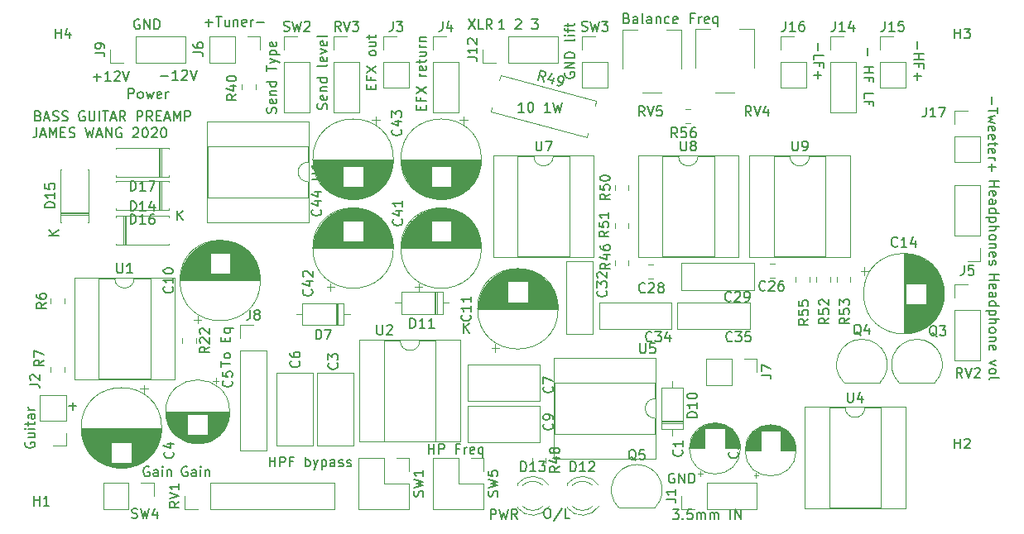
<source format=gbr>
G04 #@! TF.GenerationSoftware,KiCad,Pcbnew,(5.1.5)-3*
G04 #@! TF.CreationDate,2020-02-17T02:28:38-05:00*
G04 #@! TF.ProjectId,Preamplifier,50726561-6d70-46c6-9966-6965722e6b69,rev?*
G04 #@! TF.SameCoordinates,Original*
G04 #@! TF.FileFunction,Legend,Top*
G04 #@! TF.FilePolarity,Positive*
%FSLAX46Y46*%
G04 Gerber Fmt 4.6, Leading zero omitted, Abs format (unit mm)*
G04 Created by KiCad (PCBNEW (5.1.5)-3) date 2020-02-17 02:28:38*
%MOMM*%
%LPD*%
G04 APERTURE LIST*
%ADD10C,0.150000*%
%ADD11C,0.120000*%
G04 APERTURE END LIST*
D10*
X20152380Y-84223809D02*
X20152380Y-83652380D01*
X21152380Y-83938095D02*
X20152380Y-83938095D01*
X21152380Y-83176190D02*
X21104761Y-83271428D01*
X21057142Y-83319047D01*
X20961904Y-83366666D01*
X20676190Y-83366666D01*
X20580952Y-83319047D01*
X20533333Y-83271428D01*
X20485714Y-83176190D01*
X20485714Y-83033333D01*
X20533333Y-82938095D01*
X20580952Y-82890476D01*
X20676190Y-82842857D01*
X20961904Y-82842857D01*
X21057142Y-82890476D01*
X21104761Y-82938095D01*
X21152380Y-83033333D01*
X21152380Y-83176190D01*
X20628571Y-81652380D02*
X20628571Y-81319047D01*
X21152380Y-81176190D02*
X21152380Y-81652380D01*
X20152380Y-81652380D01*
X20152380Y-81176190D01*
X20485714Y-80319047D02*
X21485714Y-80319047D01*
X21104761Y-80319047D02*
X21152380Y-80414285D01*
X21152380Y-80604761D01*
X21104761Y-80700000D01*
X21057142Y-80747619D01*
X20961904Y-80795238D01*
X20676190Y-80795238D01*
X20580952Y-80747619D01*
X20533333Y-80700000D01*
X20485714Y-80604761D01*
X20485714Y-80414285D01*
X20533333Y-80319047D01*
X1504761Y-58528571D02*
X1647619Y-58576190D01*
X1695238Y-58623809D01*
X1742857Y-58719047D01*
X1742857Y-58861904D01*
X1695238Y-58957142D01*
X1647619Y-59004761D01*
X1552380Y-59052380D01*
X1171428Y-59052380D01*
X1171428Y-58052380D01*
X1504761Y-58052380D01*
X1600000Y-58100000D01*
X1647619Y-58147619D01*
X1695238Y-58242857D01*
X1695238Y-58338095D01*
X1647619Y-58433333D01*
X1600000Y-58480952D01*
X1504761Y-58528571D01*
X1171428Y-58528571D01*
X2123809Y-58766666D02*
X2600000Y-58766666D01*
X2028571Y-59052380D02*
X2361904Y-58052380D01*
X2695238Y-59052380D01*
X2980952Y-59004761D02*
X3123809Y-59052380D01*
X3361904Y-59052380D01*
X3457142Y-59004761D01*
X3504761Y-58957142D01*
X3552380Y-58861904D01*
X3552380Y-58766666D01*
X3504761Y-58671428D01*
X3457142Y-58623809D01*
X3361904Y-58576190D01*
X3171428Y-58528571D01*
X3076190Y-58480952D01*
X3028571Y-58433333D01*
X2980952Y-58338095D01*
X2980952Y-58242857D01*
X3028571Y-58147619D01*
X3076190Y-58100000D01*
X3171428Y-58052380D01*
X3409523Y-58052380D01*
X3552380Y-58100000D01*
X3933333Y-59004761D02*
X4076190Y-59052380D01*
X4314285Y-59052380D01*
X4409523Y-59004761D01*
X4457142Y-58957142D01*
X4504761Y-58861904D01*
X4504761Y-58766666D01*
X4457142Y-58671428D01*
X4409523Y-58623809D01*
X4314285Y-58576190D01*
X4123809Y-58528571D01*
X4028571Y-58480952D01*
X3980952Y-58433333D01*
X3933333Y-58338095D01*
X3933333Y-58242857D01*
X3980952Y-58147619D01*
X4028571Y-58100000D01*
X4123809Y-58052380D01*
X4361904Y-58052380D01*
X4504761Y-58100000D01*
X6219047Y-58100000D02*
X6123809Y-58052380D01*
X5980952Y-58052380D01*
X5838095Y-58100000D01*
X5742857Y-58195238D01*
X5695238Y-58290476D01*
X5647619Y-58480952D01*
X5647619Y-58623809D01*
X5695238Y-58814285D01*
X5742857Y-58909523D01*
X5838095Y-59004761D01*
X5980952Y-59052380D01*
X6076190Y-59052380D01*
X6219047Y-59004761D01*
X6266666Y-58957142D01*
X6266666Y-58623809D01*
X6076190Y-58623809D01*
X6695238Y-58052380D02*
X6695238Y-58861904D01*
X6742857Y-58957142D01*
X6790476Y-59004761D01*
X6885714Y-59052380D01*
X7076190Y-59052380D01*
X7171428Y-59004761D01*
X7219047Y-58957142D01*
X7266666Y-58861904D01*
X7266666Y-58052380D01*
X7742857Y-59052380D02*
X7742857Y-58052380D01*
X8076190Y-58052380D02*
X8647619Y-58052380D01*
X8361904Y-59052380D02*
X8361904Y-58052380D01*
X8933333Y-58766666D02*
X9409523Y-58766666D01*
X8838095Y-59052380D02*
X9171428Y-58052380D01*
X9504761Y-59052380D01*
X10409523Y-59052380D02*
X10076190Y-58576190D01*
X9838095Y-59052380D02*
X9838095Y-58052380D01*
X10219047Y-58052380D01*
X10314285Y-58100000D01*
X10361904Y-58147619D01*
X10409523Y-58242857D01*
X10409523Y-58385714D01*
X10361904Y-58480952D01*
X10314285Y-58528571D01*
X10219047Y-58576190D01*
X9838095Y-58576190D01*
X11600000Y-59052380D02*
X11600000Y-58052380D01*
X11980952Y-58052380D01*
X12076190Y-58100000D01*
X12123809Y-58147619D01*
X12171428Y-58242857D01*
X12171428Y-58385714D01*
X12123809Y-58480952D01*
X12076190Y-58528571D01*
X11980952Y-58576190D01*
X11600000Y-58576190D01*
X13171428Y-59052380D02*
X12838095Y-58576190D01*
X12600000Y-59052380D02*
X12600000Y-58052380D01*
X12980952Y-58052380D01*
X13076190Y-58100000D01*
X13123809Y-58147619D01*
X13171428Y-58242857D01*
X13171428Y-58385714D01*
X13123809Y-58480952D01*
X13076190Y-58528571D01*
X12980952Y-58576190D01*
X12600000Y-58576190D01*
X13600000Y-58528571D02*
X13933333Y-58528571D01*
X14076190Y-59052380D02*
X13600000Y-59052380D01*
X13600000Y-58052380D01*
X14076190Y-58052380D01*
X14457142Y-58766666D02*
X14933333Y-58766666D01*
X14361904Y-59052380D02*
X14695238Y-58052380D01*
X15028571Y-59052380D01*
X15361904Y-59052380D02*
X15361904Y-58052380D01*
X15695238Y-58766666D01*
X16028571Y-58052380D01*
X16028571Y-59052380D01*
X16504761Y-59052380D02*
X16504761Y-58052380D01*
X16885714Y-58052380D01*
X16980952Y-58100000D01*
X17028571Y-58147619D01*
X17076190Y-58242857D01*
X17076190Y-58385714D01*
X17028571Y-58480952D01*
X16980952Y-58528571D01*
X16885714Y-58576190D01*
X16504761Y-58576190D01*
X1323809Y-59752380D02*
X1323809Y-60466666D01*
X1276190Y-60609523D01*
X1180952Y-60704761D01*
X1038095Y-60752380D01*
X942857Y-60752380D01*
X1752380Y-60466666D02*
X2228571Y-60466666D01*
X1657142Y-60752380D02*
X1990476Y-59752380D01*
X2323809Y-60752380D01*
X2657142Y-60752380D02*
X2657142Y-59752380D01*
X2990476Y-60466666D01*
X3323809Y-59752380D01*
X3323809Y-60752380D01*
X3799999Y-60228571D02*
X4133333Y-60228571D01*
X4276190Y-60752380D02*
X3799999Y-60752380D01*
X3799999Y-59752380D01*
X4276190Y-59752380D01*
X4657142Y-60704761D02*
X4800000Y-60752380D01*
X5038095Y-60752380D01*
X5133333Y-60704761D01*
X5180952Y-60657142D01*
X5228571Y-60561904D01*
X5228571Y-60466666D01*
X5180952Y-60371428D01*
X5133333Y-60323809D01*
X5038095Y-60276190D01*
X4847619Y-60228571D01*
X4752380Y-60180952D01*
X4704761Y-60133333D01*
X4657142Y-60038095D01*
X4657142Y-59942857D01*
X4704761Y-59847619D01*
X4752380Y-59800000D01*
X4847619Y-59752380D01*
X5085714Y-59752380D01*
X5228571Y-59800000D01*
X6323809Y-59752380D02*
X6561904Y-60752380D01*
X6752380Y-60038095D01*
X6942857Y-60752380D01*
X7180952Y-59752380D01*
X7514285Y-60466666D02*
X7990476Y-60466666D01*
X7419047Y-60752380D02*
X7752380Y-59752380D01*
X8085714Y-60752380D01*
X8419047Y-60752380D02*
X8419047Y-59752380D01*
X8990476Y-60752380D01*
X8990476Y-59752380D01*
X9990476Y-59800000D02*
X9895238Y-59752380D01*
X9752380Y-59752380D01*
X9609523Y-59800000D01*
X9514285Y-59895238D01*
X9466666Y-59990476D01*
X9419047Y-60180952D01*
X9419047Y-60323809D01*
X9466666Y-60514285D01*
X9514285Y-60609523D01*
X9609523Y-60704761D01*
X9752380Y-60752380D01*
X9847619Y-60752380D01*
X9990476Y-60704761D01*
X10038095Y-60657142D01*
X10038095Y-60323809D01*
X9847619Y-60323809D01*
X11180952Y-59847619D02*
X11228571Y-59800000D01*
X11323809Y-59752380D01*
X11561904Y-59752380D01*
X11657142Y-59800000D01*
X11704761Y-59847619D01*
X11752380Y-59942857D01*
X11752380Y-60038095D01*
X11704761Y-60180952D01*
X11133333Y-60752380D01*
X11752380Y-60752380D01*
X12371428Y-59752380D02*
X12466666Y-59752380D01*
X12561904Y-59800000D01*
X12609523Y-59847619D01*
X12657142Y-59942857D01*
X12704761Y-60133333D01*
X12704761Y-60371428D01*
X12657142Y-60561904D01*
X12609523Y-60657142D01*
X12561904Y-60704761D01*
X12466666Y-60752380D01*
X12371428Y-60752380D01*
X12276190Y-60704761D01*
X12228571Y-60657142D01*
X12180952Y-60561904D01*
X12133333Y-60371428D01*
X12133333Y-60133333D01*
X12180952Y-59942857D01*
X12228571Y-59847619D01*
X12276190Y-59800000D01*
X12371428Y-59752380D01*
X13085714Y-59847619D02*
X13133333Y-59800000D01*
X13228571Y-59752380D01*
X13466666Y-59752380D01*
X13561904Y-59800000D01*
X13609523Y-59847619D01*
X13657142Y-59942857D01*
X13657142Y-60038095D01*
X13609523Y-60180952D01*
X13038095Y-60752380D01*
X13657142Y-60752380D01*
X14276190Y-59752380D02*
X14371428Y-59752380D01*
X14466666Y-59800000D01*
X14514285Y-59847619D01*
X14561904Y-59942857D01*
X14609523Y-60133333D01*
X14609523Y-60371428D01*
X14561904Y-60561904D01*
X14514285Y-60657142D01*
X14466666Y-60704761D01*
X14371428Y-60752380D01*
X14276190Y-60752380D01*
X14180952Y-60704761D01*
X14133333Y-60657142D01*
X14085714Y-60561904D01*
X14038095Y-60371428D01*
X14038095Y-60133333D01*
X14085714Y-59942857D01*
X14133333Y-59847619D01*
X14180952Y-59800000D01*
X14276190Y-59752380D01*
X51180952Y-58152380D02*
X50609523Y-58152380D01*
X50895238Y-58152380D02*
X50895238Y-57152380D01*
X50800000Y-57295238D01*
X50704761Y-57390476D01*
X50609523Y-57438095D01*
X51800000Y-57152380D02*
X51895238Y-57152380D01*
X51990476Y-57200000D01*
X52038095Y-57247619D01*
X52085714Y-57342857D01*
X52133333Y-57533333D01*
X52133333Y-57771428D01*
X52085714Y-57961904D01*
X52038095Y-58057142D01*
X51990476Y-58104761D01*
X51895238Y-58152380D01*
X51800000Y-58152380D01*
X51704761Y-58104761D01*
X51657142Y-58057142D01*
X51609523Y-57961904D01*
X51561904Y-57771428D01*
X51561904Y-57533333D01*
X51609523Y-57342857D01*
X51657142Y-57247619D01*
X51704761Y-57200000D01*
X51800000Y-57152380D01*
X53847619Y-58152380D02*
X53276190Y-58152380D01*
X53561904Y-58152380D02*
X53561904Y-57152380D01*
X53466666Y-57295238D01*
X53371428Y-57390476D01*
X53276190Y-57438095D01*
X54180952Y-57152380D02*
X54419047Y-58152380D01*
X54609523Y-57438095D01*
X54800000Y-58152380D01*
X55038095Y-57152380D01*
X68552380Y-48528571D02*
X68219047Y-48528571D01*
X68219047Y-49052380D02*
X68219047Y-48052380D01*
X68695238Y-48052380D01*
X69076190Y-49052380D02*
X69076190Y-48385714D01*
X69076190Y-48576190D02*
X69123809Y-48480952D01*
X69171428Y-48433333D01*
X69266666Y-48385714D01*
X69361904Y-48385714D01*
X70076190Y-49004761D02*
X69980952Y-49052380D01*
X69790476Y-49052380D01*
X69695238Y-49004761D01*
X69647619Y-48909523D01*
X69647619Y-48528571D01*
X69695238Y-48433333D01*
X69790476Y-48385714D01*
X69980952Y-48385714D01*
X70076190Y-48433333D01*
X70123809Y-48528571D01*
X70123809Y-48623809D01*
X69647619Y-48719047D01*
X70980952Y-48385714D02*
X70980952Y-49385714D01*
X70980952Y-49004761D02*
X70885714Y-49052380D01*
X70695238Y-49052380D01*
X70600000Y-49004761D01*
X70552380Y-48957142D01*
X70504761Y-48861904D01*
X70504761Y-48576190D01*
X70552380Y-48480952D01*
X70600000Y-48433333D01*
X70695238Y-48385714D01*
X70885714Y-48385714D01*
X70980952Y-48433333D01*
X61695238Y-48528571D02*
X61838095Y-48576190D01*
X61885714Y-48623809D01*
X61933333Y-48719047D01*
X61933333Y-48861904D01*
X61885714Y-48957142D01*
X61838095Y-49004761D01*
X61742857Y-49052380D01*
X61361904Y-49052380D01*
X61361904Y-48052380D01*
X61695238Y-48052380D01*
X61790476Y-48100000D01*
X61838095Y-48147619D01*
X61885714Y-48242857D01*
X61885714Y-48338095D01*
X61838095Y-48433333D01*
X61790476Y-48480952D01*
X61695238Y-48528571D01*
X61361904Y-48528571D01*
X62790476Y-49052380D02*
X62790476Y-48528571D01*
X62742857Y-48433333D01*
X62647619Y-48385714D01*
X62457142Y-48385714D01*
X62361904Y-48433333D01*
X62790476Y-49004761D02*
X62695238Y-49052380D01*
X62457142Y-49052380D01*
X62361904Y-49004761D01*
X62314285Y-48909523D01*
X62314285Y-48814285D01*
X62361904Y-48719047D01*
X62457142Y-48671428D01*
X62695238Y-48671428D01*
X62790476Y-48623809D01*
X63409523Y-49052380D02*
X63314285Y-49004761D01*
X63266666Y-48909523D01*
X63266666Y-48052380D01*
X64219047Y-49052380D02*
X64219047Y-48528571D01*
X64171428Y-48433333D01*
X64076190Y-48385714D01*
X63885714Y-48385714D01*
X63790476Y-48433333D01*
X64219047Y-49004761D02*
X64123809Y-49052380D01*
X63885714Y-49052380D01*
X63790476Y-49004761D01*
X63742857Y-48909523D01*
X63742857Y-48814285D01*
X63790476Y-48719047D01*
X63885714Y-48671428D01*
X64123809Y-48671428D01*
X64219047Y-48623809D01*
X64695238Y-48385714D02*
X64695238Y-49052380D01*
X64695238Y-48480952D02*
X64742857Y-48433333D01*
X64838095Y-48385714D01*
X64980952Y-48385714D01*
X65076190Y-48433333D01*
X65123809Y-48528571D01*
X65123809Y-49052380D01*
X66028571Y-49004761D02*
X65933333Y-49052380D01*
X65742857Y-49052380D01*
X65647619Y-49004761D01*
X65600000Y-48957142D01*
X65552380Y-48861904D01*
X65552380Y-48576190D01*
X65600000Y-48480952D01*
X65647619Y-48433333D01*
X65742857Y-48385714D01*
X65933333Y-48385714D01*
X66028571Y-48433333D01*
X66838095Y-49004761D02*
X66742857Y-49052380D01*
X66552380Y-49052380D01*
X66457142Y-49004761D01*
X66409523Y-48909523D01*
X66409523Y-48528571D01*
X66457142Y-48433333D01*
X66552380Y-48385714D01*
X66742857Y-48385714D01*
X66838095Y-48433333D01*
X66885714Y-48528571D01*
X66885714Y-48623809D01*
X66409523Y-48719047D01*
X81228571Y-51066666D02*
X81228571Y-51828571D01*
X80847619Y-52780952D02*
X80847619Y-52304761D01*
X81847619Y-52304761D01*
X81371428Y-53447619D02*
X81371428Y-53114285D01*
X80847619Y-53114285D02*
X81847619Y-53114285D01*
X81847619Y-53590476D01*
X81228571Y-53971428D02*
X81228571Y-54733333D01*
X80847619Y-54352380D02*
X81609523Y-54352380D01*
X86328571Y-51571428D02*
X86328571Y-52333333D01*
X85947619Y-53571428D02*
X86947619Y-53571428D01*
X86471428Y-53571428D02*
X86471428Y-54142857D01*
X85947619Y-54142857D02*
X86947619Y-54142857D01*
X86471428Y-54952380D02*
X86471428Y-54619047D01*
X85947619Y-54619047D02*
X86947619Y-54619047D01*
X86947619Y-55095238D01*
X85947619Y-56714285D02*
X85947619Y-56238095D01*
X86947619Y-56238095D01*
X86471428Y-57380952D02*
X86471428Y-57047619D01*
X85947619Y-57047619D02*
X86947619Y-57047619D01*
X86947619Y-57523809D01*
X91428571Y-50947619D02*
X91428571Y-51709523D01*
X91047619Y-52185714D02*
X92047619Y-52185714D01*
X91571428Y-52185714D02*
X91571428Y-52757142D01*
X91047619Y-52757142D02*
X92047619Y-52757142D01*
X91571428Y-53566666D02*
X91571428Y-53233333D01*
X91047619Y-53233333D02*
X92047619Y-53233333D01*
X92047619Y-53709523D01*
X91428571Y-54090476D02*
X91428571Y-54852380D01*
X91047619Y-54471428D02*
X91809523Y-54471428D01*
X99028571Y-56614285D02*
X99028571Y-57376190D01*
X99647619Y-57709523D02*
X99647619Y-58280952D01*
X98647619Y-57995238D02*
X99647619Y-57995238D01*
X99314285Y-58519047D02*
X98647619Y-58709523D01*
X99123809Y-58900000D01*
X98647619Y-59090476D01*
X99314285Y-59280952D01*
X98695238Y-60042857D02*
X98647619Y-59947619D01*
X98647619Y-59757142D01*
X98695238Y-59661904D01*
X98790476Y-59614285D01*
X99171428Y-59614285D01*
X99266666Y-59661904D01*
X99314285Y-59757142D01*
X99314285Y-59947619D01*
X99266666Y-60042857D01*
X99171428Y-60090476D01*
X99076190Y-60090476D01*
X98980952Y-59614285D01*
X98695238Y-60900000D02*
X98647619Y-60804761D01*
X98647619Y-60614285D01*
X98695238Y-60519047D01*
X98790476Y-60471428D01*
X99171428Y-60471428D01*
X99266666Y-60519047D01*
X99314285Y-60614285D01*
X99314285Y-60804761D01*
X99266666Y-60900000D01*
X99171428Y-60947619D01*
X99076190Y-60947619D01*
X98980952Y-60471428D01*
X99314285Y-61233333D02*
X99314285Y-61614285D01*
X99647619Y-61376190D02*
X98790476Y-61376190D01*
X98695238Y-61423809D01*
X98647619Y-61519047D01*
X98647619Y-61614285D01*
X98695238Y-62328571D02*
X98647619Y-62233333D01*
X98647619Y-62042857D01*
X98695238Y-61947619D01*
X98790476Y-61900000D01*
X99171428Y-61900000D01*
X99266666Y-61947619D01*
X99314285Y-62042857D01*
X99314285Y-62233333D01*
X99266666Y-62328571D01*
X99171428Y-62376190D01*
X99076190Y-62376190D01*
X98980952Y-61900000D01*
X98647619Y-62804761D02*
X99314285Y-62804761D01*
X99123809Y-62804761D02*
X99219047Y-62852380D01*
X99266666Y-62900000D01*
X99314285Y-62995238D01*
X99314285Y-63090476D01*
X99028571Y-63423809D02*
X99028571Y-64185714D01*
X98647619Y-63804761D02*
X99409523Y-63804761D01*
X98747619Y-65238095D02*
X99747619Y-65238095D01*
X99271428Y-65238095D02*
X99271428Y-65809523D01*
X98747619Y-65809523D02*
X99747619Y-65809523D01*
X98795238Y-66666666D02*
X98747619Y-66571428D01*
X98747619Y-66380952D01*
X98795238Y-66285714D01*
X98890476Y-66238095D01*
X99271428Y-66238095D01*
X99366666Y-66285714D01*
X99414285Y-66380952D01*
X99414285Y-66571428D01*
X99366666Y-66666666D01*
X99271428Y-66714285D01*
X99176190Y-66714285D01*
X99080952Y-66238095D01*
X98747619Y-67571428D02*
X99271428Y-67571428D01*
X99366666Y-67523809D01*
X99414285Y-67428571D01*
X99414285Y-67238095D01*
X99366666Y-67142857D01*
X98795238Y-67571428D02*
X98747619Y-67476190D01*
X98747619Y-67238095D01*
X98795238Y-67142857D01*
X98890476Y-67095238D01*
X98985714Y-67095238D01*
X99080952Y-67142857D01*
X99128571Y-67238095D01*
X99128571Y-67476190D01*
X99176190Y-67571428D01*
X98747619Y-68476190D02*
X99747619Y-68476190D01*
X98795238Y-68476190D02*
X98747619Y-68380952D01*
X98747619Y-68190476D01*
X98795238Y-68095238D01*
X98842857Y-68047619D01*
X98938095Y-68000000D01*
X99223809Y-68000000D01*
X99319047Y-68047619D01*
X99366666Y-68095238D01*
X99414285Y-68190476D01*
X99414285Y-68380952D01*
X99366666Y-68476190D01*
X99414285Y-68952380D02*
X98414285Y-68952380D01*
X99366666Y-68952380D02*
X99414285Y-69047619D01*
X99414285Y-69238095D01*
X99366666Y-69333333D01*
X99319047Y-69380952D01*
X99223809Y-69428571D01*
X98938095Y-69428571D01*
X98842857Y-69380952D01*
X98795238Y-69333333D01*
X98747619Y-69238095D01*
X98747619Y-69047619D01*
X98795238Y-68952380D01*
X98747619Y-69857142D02*
X99747619Y-69857142D01*
X98747619Y-70285714D02*
X99271428Y-70285714D01*
X99366666Y-70238095D01*
X99414285Y-70142857D01*
X99414285Y-70000000D01*
X99366666Y-69904761D01*
X99319047Y-69857142D01*
X98747619Y-70904761D02*
X98795238Y-70809523D01*
X98842857Y-70761904D01*
X98938095Y-70714285D01*
X99223809Y-70714285D01*
X99319047Y-70761904D01*
X99366666Y-70809523D01*
X99414285Y-70904761D01*
X99414285Y-71047619D01*
X99366666Y-71142857D01*
X99319047Y-71190476D01*
X99223809Y-71238095D01*
X98938095Y-71238095D01*
X98842857Y-71190476D01*
X98795238Y-71142857D01*
X98747619Y-71047619D01*
X98747619Y-70904761D01*
X99414285Y-71666666D02*
X98747619Y-71666666D01*
X99319047Y-71666666D02*
X99366666Y-71714285D01*
X99414285Y-71809523D01*
X99414285Y-71952380D01*
X99366666Y-72047619D01*
X99271428Y-72095238D01*
X98747619Y-72095238D01*
X98795238Y-72952380D02*
X98747619Y-72857142D01*
X98747619Y-72666666D01*
X98795238Y-72571428D01*
X98890476Y-72523809D01*
X99271428Y-72523809D01*
X99366666Y-72571428D01*
X99414285Y-72666666D01*
X99414285Y-72857142D01*
X99366666Y-72952380D01*
X99271428Y-73000000D01*
X99176190Y-73000000D01*
X99080952Y-72523809D01*
X98795238Y-73380952D02*
X98747619Y-73476190D01*
X98747619Y-73666666D01*
X98795238Y-73761904D01*
X98890476Y-73809523D01*
X98938095Y-73809523D01*
X99033333Y-73761904D01*
X99080952Y-73666666D01*
X99080952Y-73523809D01*
X99128571Y-73428571D01*
X99223809Y-73380952D01*
X99271428Y-73380952D01*
X99366666Y-73428571D01*
X99414285Y-73523809D01*
X99414285Y-73666666D01*
X99366666Y-73761904D01*
X98747619Y-74766666D02*
X99747619Y-74766666D01*
X99271428Y-74766666D02*
X99271428Y-75338095D01*
X98747619Y-75338095D02*
X99747619Y-75338095D01*
X98795238Y-76195238D02*
X98747619Y-76100000D01*
X98747619Y-75909523D01*
X98795238Y-75814285D01*
X98890476Y-75766666D01*
X99271428Y-75766666D01*
X99366666Y-75814285D01*
X99414285Y-75909523D01*
X99414285Y-76100000D01*
X99366666Y-76195238D01*
X99271428Y-76242857D01*
X99176190Y-76242857D01*
X99080952Y-75766666D01*
X98747619Y-77100000D02*
X99271428Y-77100000D01*
X99366666Y-77052380D01*
X99414285Y-76957142D01*
X99414285Y-76766666D01*
X99366666Y-76671428D01*
X98795238Y-77100000D02*
X98747619Y-77004761D01*
X98747619Y-76766666D01*
X98795238Y-76671428D01*
X98890476Y-76623809D01*
X98985714Y-76623809D01*
X99080952Y-76671428D01*
X99128571Y-76766666D01*
X99128571Y-77004761D01*
X99176190Y-77100000D01*
X98747619Y-78004761D02*
X99747619Y-78004761D01*
X98795238Y-78004761D02*
X98747619Y-77909523D01*
X98747619Y-77719047D01*
X98795238Y-77623809D01*
X98842857Y-77576190D01*
X98938095Y-77528571D01*
X99223809Y-77528571D01*
X99319047Y-77576190D01*
X99366666Y-77623809D01*
X99414285Y-77719047D01*
X99414285Y-77909523D01*
X99366666Y-78004761D01*
X99414285Y-78480952D02*
X98414285Y-78480952D01*
X99366666Y-78480952D02*
X99414285Y-78576190D01*
X99414285Y-78766666D01*
X99366666Y-78861904D01*
X99319047Y-78909523D01*
X99223809Y-78957142D01*
X98938095Y-78957142D01*
X98842857Y-78909523D01*
X98795238Y-78861904D01*
X98747619Y-78766666D01*
X98747619Y-78576190D01*
X98795238Y-78480952D01*
X98747619Y-79385714D02*
X99747619Y-79385714D01*
X98747619Y-79814285D02*
X99271428Y-79814285D01*
X99366666Y-79766666D01*
X99414285Y-79671428D01*
X99414285Y-79528571D01*
X99366666Y-79433333D01*
X99319047Y-79385714D01*
X98747619Y-80433333D02*
X98795238Y-80338095D01*
X98842857Y-80290476D01*
X98938095Y-80242857D01*
X99223809Y-80242857D01*
X99319047Y-80290476D01*
X99366666Y-80338095D01*
X99414285Y-80433333D01*
X99414285Y-80576190D01*
X99366666Y-80671428D01*
X99319047Y-80719047D01*
X99223809Y-80766666D01*
X98938095Y-80766666D01*
X98842857Y-80719047D01*
X98795238Y-80671428D01*
X98747619Y-80576190D01*
X98747619Y-80433333D01*
X99414285Y-81195238D02*
X98747619Y-81195238D01*
X99319047Y-81195238D02*
X99366666Y-81242857D01*
X99414285Y-81338095D01*
X99414285Y-81480952D01*
X99366666Y-81576190D01*
X99271428Y-81623809D01*
X98747619Y-81623809D01*
X98795238Y-82480952D02*
X98747619Y-82385714D01*
X98747619Y-82195238D01*
X98795238Y-82100000D01*
X98890476Y-82052380D01*
X99271428Y-82052380D01*
X99366666Y-82100000D01*
X99414285Y-82195238D01*
X99414285Y-82385714D01*
X99366666Y-82480952D01*
X99271428Y-82528571D01*
X99176190Y-82528571D01*
X99080952Y-82052380D01*
X99414285Y-83623809D02*
X98747619Y-83861904D01*
X99414285Y-84100000D01*
X98747619Y-84623809D02*
X98795238Y-84528571D01*
X98842857Y-84480952D01*
X98938095Y-84433333D01*
X99223809Y-84433333D01*
X99319047Y-84480952D01*
X99366666Y-84528571D01*
X99414285Y-84623809D01*
X99414285Y-84766666D01*
X99366666Y-84861904D01*
X99319047Y-84909523D01*
X99223809Y-84957142D01*
X98938095Y-84957142D01*
X98842857Y-84909523D01*
X98795238Y-84861904D01*
X98747619Y-84766666D01*
X98747619Y-84623809D01*
X98747619Y-85528571D02*
X98795238Y-85433333D01*
X98890476Y-85385714D01*
X99747619Y-85385714D01*
X55400000Y-54114285D02*
X55352380Y-54209523D01*
X55352380Y-54352380D01*
X55400000Y-54495238D01*
X55495238Y-54590476D01*
X55590476Y-54638095D01*
X55780952Y-54685714D01*
X55923809Y-54685714D01*
X56114285Y-54638095D01*
X56209523Y-54590476D01*
X56304761Y-54495238D01*
X56352380Y-54352380D01*
X56352380Y-54257142D01*
X56304761Y-54114285D01*
X56257142Y-54066666D01*
X55923809Y-54066666D01*
X55923809Y-54257142D01*
X56352380Y-53638095D02*
X55352380Y-53638095D01*
X56352380Y-53066666D01*
X55352380Y-53066666D01*
X56352380Y-52590476D02*
X55352380Y-52590476D01*
X55352380Y-52352380D01*
X55400000Y-52209523D01*
X55495238Y-52114285D01*
X55590476Y-52066666D01*
X55780952Y-52019047D01*
X55923809Y-52019047D01*
X56114285Y-52066666D01*
X56209523Y-52114285D01*
X56304761Y-52209523D01*
X56352380Y-52352380D01*
X56352380Y-52590476D01*
X56352380Y-50685714D02*
X56304761Y-50780952D01*
X56209523Y-50828571D01*
X55352380Y-50828571D01*
X56352380Y-50304761D02*
X55685714Y-50304761D01*
X55352380Y-50304761D02*
X55400000Y-50352380D01*
X55447619Y-50304761D01*
X55400000Y-50257142D01*
X55352380Y-50304761D01*
X55447619Y-50304761D01*
X55685714Y-49971428D02*
X55685714Y-49590476D01*
X56352380Y-49828571D02*
X55495238Y-49828571D01*
X55400000Y-49780952D01*
X55352380Y-49685714D01*
X55352380Y-49590476D01*
X55685714Y-49400000D02*
X55685714Y-49019047D01*
X55352380Y-49257142D02*
X56209523Y-49257142D01*
X56304761Y-49209523D01*
X56352380Y-49114285D01*
X56352380Y-49019047D01*
X49171428Y-49652380D02*
X48600000Y-49652380D01*
X48885714Y-49652380D02*
X48885714Y-48652380D01*
X48790476Y-48795238D01*
X48695238Y-48890476D01*
X48600000Y-48938095D01*
X50314285Y-48747619D02*
X50361904Y-48700000D01*
X50457142Y-48652380D01*
X50695238Y-48652380D01*
X50790476Y-48700000D01*
X50838095Y-48747619D01*
X50885714Y-48842857D01*
X50885714Y-48938095D01*
X50838095Y-49080952D01*
X50266666Y-49652380D01*
X50885714Y-49652380D01*
X51980952Y-48652380D02*
X52600000Y-48652380D01*
X52266666Y-49033333D01*
X52409523Y-49033333D01*
X52504761Y-49080952D01*
X52552380Y-49128571D01*
X52600000Y-49223809D01*
X52600000Y-49461904D01*
X52552380Y-49557142D01*
X52504761Y-49604761D01*
X52409523Y-49652380D01*
X52123809Y-49652380D01*
X52028571Y-49604761D01*
X51980952Y-49557142D01*
X45480952Y-48652380D02*
X46147619Y-49652380D01*
X46147619Y-48652380D02*
X45480952Y-49652380D01*
X47004761Y-49652380D02*
X46528571Y-49652380D01*
X46528571Y-48652380D01*
X47909523Y-49652380D02*
X47576190Y-49176190D01*
X47338095Y-49652380D02*
X47338095Y-48652380D01*
X47719047Y-48652380D01*
X47814285Y-48700000D01*
X47861904Y-48747619D01*
X47909523Y-48842857D01*
X47909523Y-48985714D01*
X47861904Y-49080952D01*
X47814285Y-49128571D01*
X47719047Y-49176190D01*
X47338095Y-49176190D01*
X40628571Y-57938095D02*
X40628571Y-57604761D01*
X41152380Y-57461904D02*
X41152380Y-57938095D01*
X40152380Y-57938095D01*
X40152380Y-57461904D01*
X40628571Y-56700000D02*
X40628571Y-57033333D01*
X41152380Y-57033333D02*
X40152380Y-57033333D01*
X40152380Y-56557142D01*
X40152380Y-56271428D02*
X41152380Y-55604761D01*
X40152380Y-55604761D02*
X41152380Y-56271428D01*
X41152380Y-54461904D02*
X40485714Y-54461904D01*
X40676190Y-54461904D02*
X40580952Y-54414285D01*
X40533333Y-54366666D01*
X40485714Y-54271428D01*
X40485714Y-54176190D01*
X41104761Y-53461904D02*
X41152380Y-53557142D01*
X41152380Y-53747619D01*
X41104761Y-53842857D01*
X41009523Y-53890476D01*
X40628571Y-53890476D01*
X40533333Y-53842857D01*
X40485714Y-53747619D01*
X40485714Y-53557142D01*
X40533333Y-53461904D01*
X40628571Y-53414285D01*
X40723809Y-53414285D01*
X40819047Y-53890476D01*
X40485714Y-53128571D02*
X40485714Y-52747619D01*
X40152380Y-52985714D02*
X41009523Y-52985714D01*
X41104761Y-52938095D01*
X41152380Y-52842857D01*
X41152380Y-52747619D01*
X40485714Y-51985714D02*
X41152380Y-51985714D01*
X40485714Y-52414285D02*
X41009523Y-52414285D01*
X41104761Y-52366666D01*
X41152380Y-52271428D01*
X41152380Y-52128571D01*
X41104761Y-52033333D01*
X41057142Y-51985714D01*
X41152380Y-51509523D02*
X40485714Y-51509523D01*
X40676190Y-51509523D02*
X40580952Y-51461904D01*
X40533333Y-51414285D01*
X40485714Y-51319047D01*
X40485714Y-51223809D01*
X40485714Y-50890476D02*
X41152380Y-50890476D01*
X40580952Y-50890476D02*
X40533333Y-50842857D01*
X40485714Y-50747619D01*
X40485714Y-50604761D01*
X40533333Y-50509523D01*
X40628571Y-50461904D01*
X41152380Y-50461904D01*
X35528571Y-55790476D02*
X35528571Y-55457142D01*
X36052380Y-55314285D02*
X36052380Y-55790476D01*
X35052380Y-55790476D01*
X35052380Y-55314285D01*
X35528571Y-54552380D02*
X35528571Y-54885714D01*
X36052380Y-54885714D02*
X35052380Y-54885714D01*
X35052380Y-54409523D01*
X35052380Y-54123809D02*
X36052380Y-53457142D01*
X35052380Y-53457142D02*
X36052380Y-54123809D01*
X36052380Y-52171428D02*
X36004761Y-52266666D01*
X35957142Y-52314285D01*
X35861904Y-52361904D01*
X35576190Y-52361904D01*
X35480952Y-52314285D01*
X35433333Y-52266666D01*
X35385714Y-52171428D01*
X35385714Y-52028571D01*
X35433333Y-51933333D01*
X35480952Y-51885714D01*
X35576190Y-51838095D01*
X35861904Y-51838095D01*
X35957142Y-51885714D01*
X36004761Y-51933333D01*
X36052380Y-52028571D01*
X36052380Y-52171428D01*
X35385714Y-50980952D02*
X36052380Y-50980952D01*
X35385714Y-51409523D02*
X35909523Y-51409523D01*
X36004761Y-51361904D01*
X36052380Y-51266666D01*
X36052380Y-51123809D01*
X36004761Y-51028571D01*
X35957142Y-50980952D01*
X35385714Y-50647619D02*
X35385714Y-50266666D01*
X35052380Y-50504761D02*
X35909523Y-50504761D01*
X36004761Y-50457142D01*
X36052380Y-50361904D01*
X36052380Y-50266666D01*
X31004761Y-57861904D02*
X31052380Y-57719047D01*
X31052380Y-57480952D01*
X31004761Y-57385714D01*
X30957142Y-57338095D01*
X30861904Y-57290476D01*
X30766666Y-57290476D01*
X30671428Y-57338095D01*
X30623809Y-57385714D01*
X30576190Y-57480952D01*
X30528571Y-57671428D01*
X30480952Y-57766666D01*
X30433333Y-57814285D01*
X30338095Y-57861904D01*
X30242857Y-57861904D01*
X30147619Y-57814285D01*
X30100000Y-57766666D01*
X30052380Y-57671428D01*
X30052380Y-57433333D01*
X30100000Y-57290476D01*
X31004761Y-56480952D02*
X31052380Y-56576190D01*
X31052380Y-56766666D01*
X31004761Y-56861904D01*
X30909523Y-56909523D01*
X30528571Y-56909523D01*
X30433333Y-56861904D01*
X30385714Y-56766666D01*
X30385714Y-56576190D01*
X30433333Y-56480952D01*
X30528571Y-56433333D01*
X30623809Y-56433333D01*
X30719047Y-56909523D01*
X30385714Y-56004761D02*
X31052380Y-56004761D01*
X30480952Y-56004761D02*
X30433333Y-55957142D01*
X30385714Y-55861904D01*
X30385714Y-55719047D01*
X30433333Y-55623809D01*
X30528571Y-55576190D01*
X31052380Y-55576190D01*
X31052380Y-54671428D02*
X30052380Y-54671428D01*
X31004761Y-54671428D02*
X31052380Y-54766666D01*
X31052380Y-54957142D01*
X31004761Y-55052380D01*
X30957142Y-55100000D01*
X30861904Y-55147619D01*
X30576190Y-55147619D01*
X30480952Y-55100000D01*
X30433333Y-55052380D01*
X30385714Y-54957142D01*
X30385714Y-54766666D01*
X30433333Y-54671428D01*
X31052380Y-53290476D02*
X31004761Y-53385714D01*
X30909523Y-53433333D01*
X30052380Y-53433333D01*
X31004761Y-52528571D02*
X31052380Y-52623809D01*
X31052380Y-52814285D01*
X31004761Y-52909523D01*
X30909523Y-52957142D01*
X30528571Y-52957142D01*
X30433333Y-52909523D01*
X30385714Y-52814285D01*
X30385714Y-52623809D01*
X30433333Y-52528571D01*
X30528571Y-52480952D01*
X30623809Y-52480952D01*
X30719047Y-52957142D01*
X30385714Y-52147619D02*
X31052380Y-51909523D01*
X30385714Y-51671428D01*
X31004761Y-50909523D02*
X31052380Y-51004761D01*
X31052380Y-51195238D01*
X31004761Y-51290476D01*
X30909523Y-51338095D01*
X30528571Y-51338095D01*
X30433333Y-51290476D01*
X30385714Y-51195238D01*
X30385714Y-51004761D01*
X30433333Y-50909523D01*
X30528571Y-50861904D01*
X30623809Y-50861904D01*
X30719047Y-51338095D01*
X31052380Y-50290476D02*
X31004761Y-50385714D01*
X30909523Y-50433333D01*
X30052380Y-50433333D01*
X25804761Y-58242857D02*
X25852380Y-58100000D01*
X25852380Y-57861904D01*
X25804761Y-57766666D01*
X25757142Y-57719047D01*
X25661904Y-57671428D01*
X25566666Y-57671428D01*
X25471428Y-57719047D01*
X25423809Y-57766666D01*
X25376190Y-57861904D01*
X25328571Y-58052380D01*
X25280952Y-58147619D01*
X25233333Y-58195238D01*
X25138095Y-58242857D01*
X25042857Y-58242857D01*
X24947619Y-58195238D01*
X24900000Y-58147619D01*
X24852380Y-58052380D01*
X24852380Y-57814285D01*
X24900000Y-57671428D01*
X25804761Y-56861904D02*
X25852380Y-56957142D01*
X25852380Y-57147619D01*
X25804761Y-57242857D01*
X25709523Y-57290476D01*
X25328571Y-57290476D01*
X25233333Y-57242857D01*
X25185714Y-57147619D01*
X25185714Y-56957142D01*
X25233333Y-56861904D01*
X25328571Y-56814285D01*
X25423809Y-56814285D01*
X25519047Y-57290476D01*
X25185714Y-56385714D02*
X25852380Y-56385714D01*
X25280952Y-56385714D02*
X25233333Y-56338095D01*
X25185714Y-56242857D01*
X25185714Y-56100000D01*
X25233333Y-56004761D01*
X25328571Y-55957142D01*
X25852380Y-55957142D01*
X25852380Y-55052380D02*
X24852380Y-55052380D01*
X25804761Y-55052380D02*
X25852380Y-55147619D01*
X25852380Y-55338095D01*
X25804761Y-55433333D01*
X25757142Y-55480952D01*
X25661904Y-55528571D01*
X25376190Y-55528571D01*
X25280952Y-55480952D01*
X25233333Y-55433333D01*
X25185714Y-55338095D01*
X25185714Y-55147619D01*
X25233333Y-55052380D01*
X24852380Y-53957142D02*
X24852380Y-53385714D01*
X25852380Y-53671428D02*
X24852380Y-53671428D01*
X25185714Y-53147619D02*
X25852380Y-52909523D01*
X25185714Y-52671428D02*
X25852380Y-52909523D01*
X26090476Y-53004761D01*
X26138095Y-53052380D01*
X26185714Y-53147619D01*
X25185714Y-52290476D02*
X26185714Y-52290476D01*
X25233333Y-52290476D02*
X25185714Y-52195238D01*
X25185714Y-52004761D01*
X25233333Y-51909523D01*
X25280952Y-51861904D01*
X25376190Y-51814285D01*
X25661904Y-51814285D01*
X25757142Y-51861904D01*
X25804761Y-51909523D01*
X25852380Y-52004761D01*
X25852380Y-52195238D01*
X25804761Y-52290476D01*
X25804761Y-51004761D02*
X25852380Y-51100000D01*
X25852380Y-51290476D01*
X25804761Y-51385714D01*
X25709523Y-51433333D01*
X25328571Y-51433333D01*
X25233333Y-51385714D01*
X25185714Y-51290476D01*
X25185714Y-51100000D01*
X25233333Y-51004761D01*
X25328571Y-50957142D01*
X25423809Y-50957142D01*
X25519047Y-51433333D01*
X18576190Y-48971428D02*
X19338095Y-48971428D01*
X18957142Y-49352380D02*
X18957142Y-48590476D01*
X19671428Y-48352380D02*
X20242857Y-48352380D01*
X19957142Y-49352380D02*
X19957142Y-48352380D01*
X21004761Y-48685714D02*
X21004761Y-49352380D01*
X20576190Y-48685714D02*
X20576190Y-49209523D01*
X20623809Y-49304761D01*
X20719047Y-49352380D01*
X20861904Y-49352380D01*
X20957142Y-49304761D01*
X21004761Y-49257142D01*
X21480952Y-48685714D02*
X21480952Y-49352380D01*
X21480952Y-48780952D02*
X21528571Y-48733333D01*
X21623809Y-48685714D01*
X21766666Y-48685714D01*
X21861904Y-48733333D01*
X21909523Y-48828571D01*
X21909523Y-49352380D01*
X22766666Y-49304761D02*
X22671428Y-49352380D01*
X22480952Y-49352380D01*
X22385714Y-49304761D01*
X22338095Y-49209523D01*
X22338095Y-48828571D01*
X22385714Y-48733333D01*
X22480952Y-48685714D01*
X22671428Y-48685714D01*
X22766666Y-48733333D01*
X22814285Y-48828571D01*
X22814285Y-48923809D01*
X22338095Y-49019047D01*
X23242857Y-49352380D02*
X23242857Y-48685714D01*
X23242857Y-48876190D02*
X23290476Y-48780952D01*
X23338095Y-48733333D01*
X23433333Y-48685714D01*
X23528571Y-48685714D01*
X23861904Y-48971428D02*
X24623809Y-48971428D01*
X11838095Y-48700000D02*
X11742857Y-48652380D01*
X11600000Y-48652380D01*
X11457142Y-48700000D01*
X11361904Y-48795238D01*
X11314285Y-48890476D01*
X11266666Y-49080952D01*
X11266666Y-49223809D01*
X11314285Y-49414285D01*
X11361904Y-49509523D01*
X11457142Y-49604761D01*
X11600000Y-49652380D01*
X11695238Y-49652380D01*
X11838095Y-49604761D01*
X11885714Y-49557142D01*
X11885714Y-49223809D01*
X11695238Y-49223809D01*
X12314285Y-49652380D02*
X12314285Y-48652380D01*
X12885714Y-49652380D01*
X12885714Y-48652380D01*
X13361904Y-49652380D02*
X13361904Y-48652380D01*
X13600000Y-48652380D01*
X13742857Y-48700000D01*
X13838095Y-48795238D01*
X13885714Y-48890476D01*
X13933333Y-49080952D01*
X13933333Y-49223809D01*
X13885714Y-49414285D01*
X13838095Y-49509523D01*
X13742857Y-49604761D01*
X13600000Y-49652380D01*
X13361904Y-49652380D01*
X14038095Y-54471428D02*
X14800000Y-54471428D01*
X15800000Y-54852380D02*
X15228571Y-54852380D01*
X15514285Y-54852380D02*
X15514285Y-53852380D01*
X15419047Y-53995238D01*
X15323809Y-54090476D01*
X15228571Y-54138095D01*
X16180952Y-53947619D02*
X16228571Y-53900000D01*
X16323809Y-53852380D01*
X16561904Y-53852380D01*
X16657142Y-53900000D01*
X16704761Y-53947619D01*
X16752380Y-54042857D01*
X16752380Y-54138095D01*
X16704761Y-54280952D01*
X16133333Y-54852380D01*
X16752380Y-54852380D01*
X17038095Y-53852380D02*
X17371428Y-54852380D01*
X17704761Y-53852380D01*
X7138095Y-54571428D02*
X7900000Y-54571428D01*
X7519047Y-54952380D02*
X7519047Y-54190476D01*
X8900000Y-54952380D02*
X8328571Y-54952380D01*
X8614285Y-54952380D02*
X8614285Y-53952380D01*
X8519047Y-54095238D01*
X8423809Y-54190476D01*
X8328571Y-54238095D01*
X9280952Y-54047619D02*
X9328571Y-54000000D01*
X9423809Y-53952380D01*
X9661904Y-53952380D01*
X9757142Y-54000000D01*
X9804761Y-54047619D01*
X9852380Y-54142857D01*
X9852380Y-54238095D01*
X9804761Y-54380952D01*
X9233333Y-54952380D01*
X9852380Y-54952380D01*
X10138095Y-53952380D02*
X10471428Y-54952380D01*
X10804761Y-53952380D01*
X10723809Y-56752380D02*
X10723809Y-55752380D01*
X11104761Y-55752380D01*
X11200000Y-55800000D01*
X11247619Y-55847619D01*
X11295238Y-55942857D01*
X11295238Y-56085714D01*
X11247619Y-56180952D01*
X11200000Y-56228571D01*
X11104761Y-56276190D01*
X10723809Y-56276190D01*
X11866666Y-56752380D02*
X11771428Y-56704761D01*
X11723809Y-56657142D01*
X11676190Y-56561904D01*
X11676190Y-56276190D01*
X11723809Y-56180952D01*
X11771428Y-56133333D01*
X11866666Y-56085714D01*
X12009523Y-56085714D01*
X12104761Y-56133333D01*
X12152380Y-56180952D01*
X12200000Y-56276190D01*
X12200000Y-56561904D01*
X12152380Y-56657142D01*
X12104761Y-56704761D01*
X12009523Y-56752380D01*
X11866666Y-56752380D01*
X12533333Y-56085714D02*
X12723809Y-56752380D01*
X12914285Y-56276190D01*
X13104761Y-56752380D01*
X13295238Y-56085714D01*
X14057142Y-56704761D02*
X13961904Y-56752380D01*
X13771428Y-56752380D01*
X13676190Y-56704761D01*
X13628571Y-56609523D01*
X13628571Y-56228571D01*
X13676190Y-56133333D01*
X13771428Y-56085714D01*
X13961904Y-56085714D01*
X14057142Y-56133333D01*
X14104761Y-56228571D01*
X14104761Y-56323809D01*
X13628571Y-56419047D01*
X14533333Y-56752380D02*
X14533333Y-56085714D01*
X14533333Y-56276190D02*
X14580952Y-56180952D01*
X14628571Y-56133333D01*
X14723809Y-56085714D01*
X14819047Y-56085714D01*
X66538095Y-95200000D02*
X66442857Y-95152380D01*
X66300000Y-95152380D01*
X66157142Y-95200000D01*
X66061904Y-95295238D01*
X66014285Y-95390476D01*
X65966666Y-95580952D01*
X65966666Y-95723809D01*
X66014285Y-95914285D01*
X66061904Y-96009523D01*
X66157142Y-96104761D01*
X66300000Y-96152380D01*
X66395238Y-96152380D01*
X66538095Y-96104761D01*
X66585714Y-96057142D01*
X66585714Y-95723809D01*
X66395238Y-95723809D01*
X67014285Y-96152380D02*
X67014285Y-95152380D01*
X67585714Y-96152380D01*
X67585714Y-95152380D01*
X68061904Y-96152380D02*
X68061904Y-95152380D01*
X68300000Y-95152380D01*
X68442857Y-95200000D01*
X68538095Y-95295238D01*
X68585714Y-95390476D01*
X68633333Y-95580952D01*
X68633333Y-95723809D01*
X68585714Y-95914285D01*
X68538095Y-96009523D01*
X68442857Y-96104761D01*
X68300000Y-96152380D01*
X68061904Y-96152380D01*
X66376190Y-98852380D02*
X66995238Y-98852380D01*
X66661904Y-99233333D01*
X66804761Y-99233333D01*
X66900000Y-99280952D01*
X66947619Y-99328571D01*
X66995238Y-99423809D01*
X66995238Y-99661904D01*
X66947619Y-99757142D01*
X66900000Y-99804761D01*
X66804761Y-99852380D01*
X66519047Y-99852380D01*
X66423809Y-99804761D01*
X66376190Y-99757142D01*
X67423809Y-99757142D02*
X67471428Y-99804761D01*
X67423809Y-99852380D01*
X67376190Y-99804761D01*
X67423809Y-99757142D01*
X67423809Y-99852380D01*
X68376190Y-98852380D02*
X67900000Y-98852380D01*
X67852380Y-99328571D01*
X67900000Y-99280952D01*
X67995238Y-99233333D01*
X68233333Y-99233333D01*
X68328571Y-99280952D01*
X68376190Y-99328571D01*
X68423809Y-99423809D01*
X68423809Y-99661904D01*
X68376190Y-99757142D01*
X68328571Y-99804761D01*
X68233333Y-99852380D01*
X67995238Y-99852380D01*
X67900000Y-99804761D01*
X67852380Y-99757142D01*
X68852380Y-99852380D02*
X68852380Y-99185714D01*
X68852380Y-99280952D02*
X68900000Y-99233333D01*
X68995238Y-99185714D01*
X69138095Y-99185714D01*
X69233333Y-99233333D01*
X69280952Y-99328571D01*
X69280952Y-99852380D01*
X69280952Y-99328571D02*
X69328571Y-99233333D01*
X69423809Y-99185714D01*
X69566666Y-99185714D01*
X69661904Y-99233333D01*
X69709523Y-99328571D01*
X69709523Y-99852380D01*
X70185714Y-99852380D02*
X70185714Y-99185714D01*
X70185714Y-99280952D02*
X70233333Y-99233333D01*
X70328571Y-99185714D01*
X70471428Y-99185714D01*
X70566666Y-99233333D01*
X70614285Y-99328571D01*
X70614285Y-99852380D01*
X70614285Y-99328571D02*
X70661904Y-99233333D01*
X70757142Y-99185714D01*
X70900000Y-99185714D01*
X70995238Y-99233333D01*
X71042857Y-99328571D01*
X71042857Y-99852380D01*
X72280952Y-99852380D02*
X72280952Y-98852380D01*
X72757142Y-99852380D02*
X72757142Y-98852380D01*
X73328571Y-99852380D01*
X73328571Y-98852380D01*
X53476190Y-98752380D02*
X53666666Y-98752380D01*
X53761904Y-98800000D01*
X53857142Y-98895238D01*
X53904761Y-99085714D01*
X53904761Y-99419047D01*
X53857142Y-99609523D01*
X53761904Y-99704761D01*
X53666666Y-99752380D01*
X53476190Y-99752380D01*
X53380952Y-99704761D01*
X53285714Y-99609523D01*
X53238095Y-99419047D01*
X53238095Y-99085714D01*
X53285714Y-98895238D01*
X53380952Y-98800000D01*
X53476190Y-98752380D01*
X55047619Y-98704761D02*
X54190476Y-99990476D01*
X55857142Y-99752380D02*
X55380952Y-99752380D01*
X55380952Y-98752380D01*
X47766666Y-99852380D02*
X47766666Y-98852380D01*
X48147619Y-98852380D01*
X48242857Y-98900000D01*
X48290476Y-98947619D01*
X48338095Y-99042857D01*
X48338095Y-99185714D01*
X48290476Y-99280952D01*
X48242857Y-99328571D01*
X48147619Y-99376190D01*
X47766666Y-99376190D01*
X48671428Y-98852380D02*
X48909523Y-99852380D01*
X49100000Y-99138095D01*
X49290476Y-99852380D01*
X49528571Y-98852380D01*
X50480952Y-99852380D02*
X50147619Y-99376190D01*
X49909523Y-99852380D02*
X49909523Y-98852380D01*
X50290476Y-98852380D01*
X50385714Y-98900000D01*
X50433333Y-98947619D01*
X50480952Y-99042857D01*
X50480952Y-99185714D01*
X50433333Y-99280952D01*
X50385714Y-99328571D01*
X50290476Y-99376190D01*
X49909523Y-99376190D01*
X41414285Y-93152380D02*
X41414285Y-92152380D01*
X41414285Y-92628571D02*
X41985714Y-92628571D01*
X41985714Y-93152380D02*
X41985714Y-92152380D01*
X42461904Y-93152380D02*
X42461904Y-92152380D01*
X42842857Y-92152380D01*
X42938095Y-92200000D01*
X42985714Y-92247619D01*
X43033333Y-92342857D01*
X43033333Y-92485714D01*
X42985714Y-92580952D01*
X42938095Y-92628571D01*
X42842857Y-92676190D01*
X42461904Y-92676190D01*
X44557142Y-92628571D02*
X44223809Y-92628571D01*
X44223809Y-93152380D02*
X44223809Y-92152380D01*
X44700000Y-92152380D01*
X45080952Y-93152380D02*
X45080952Y-92485714D01*
X45080952Y-92676190D02*
X45128571Y-92580952D01*
X45176190Y-92533333D01*
X45271428Y-92485714D01*
X45366666Y-92485714D01*
X46080952Y-93104761D02*
X45985714Y-93152380D01*
X45795238Y-93152380D01*
X45700000Y-93104761D01*
X45652380Y-93009523D01*
X45652380Y-92628571D01*
X45700000Y-92533333D01*
X45795238Y-92485714D01*
X45985714Y-92485714D01*
X46080952Y-92533333D01*
X46128571Y-92628571D01*
X46128571Y-92723809D01*
X45652380Y-92819047D01*
X46985714Y-92485714D02*
X46985714Y-93485714D01*
X46985714Y-93104761D02*
X46890476Y-93152380D01*
X46700000Y-93152380D01*
X46604761Y-93104761D01*
X46557142Y-93057142D01*
X46509523Y-92961904D01*
X46509523Y-92676190D01*
X46557142Y-92580952D01*
X46604761Y-92533333D01*
X46700000Y-92485714D01*
X46890476Y-92485714D01*
X46985714Y-92533333D01*
X25157142Y-94452380D02*
X25157142Y-93452380D01*
X25157142Y-93928571D02*
X25728571Y-93928571D01*
X25728571Y-94452380D02*
X25728571Y-93452380D01*
X26204761Y-94452380D02*
X26204761Y-93452380D01*
X26585714Y-93452380D01*
X26680952Y-93500000D01*
X26728571Y-93547619D01*
X26776190Y-93642857D01*
X26776190Y-93785714D01*
X26728571Y-93880952D01*
X26680952Y-93928571D01*
X26585714Y-93976190D01*
X26204761Y-93976190D01*
X27538095Y-93928571D02*
X27204761Y-93928571D01*
X27204761Y-94452380D02*
X27204761Y-93452380D01*
X27680952Y-93452380D01*
X28823809Y-94452380D02*
X28823809Y-93452380D01*
X28823809Y-93833333D02*
X28919047Y-93785714D01*
X29109523Y-93785714D01*
X29204761Y-93833333D01*
X29252380Y-93880952D01*
X29300000Y-93976190D01*
X29300000Y-94261904D01*
X29252380Y-94357142D01*
X29204761Y-94404761D01*
X29109523Y-94452380D01*
X28919047Y-94452380D01*
X28823809Y-94404761D01*
X29633333Y-93785714D02*
X29871428Y-94452380D01*
X30109523Y-93785714D02*
X29871428Y-94452380D01*
X29776190Y-94690476D01*
X29728571Y-94738095D01*
X29633333Y-94785714D01*
X30490476Y-93785714D02*
X30490476Y-94785714D01*
X30490476Y-93833333D02*
X30585714Y-93785714D01*
X30776190Y-93785714D01*
X30871428Y-93833333D01*
X30919047Y-93880952D01*
X30966666Y-93976190D01*
X30966666Y-94261904D01*
X30919047Y-94357142D01*
X30871428Y-94404761D01*
X30776190Y-94452380D01*
X30585714Y-94452380D01*
X30490476Y-94404761D01*
X31823809Y-94452380D02*
X31823809Y-93928571D01*
X31776190Y-93833333D01*
X31680952Y-93785714D01*
X31490476Y-93785714D01*
X31395238Y-93833333D01*
X31823809Y-94404761D02*
X31728571Y-94452380D01*
X31490476Y-94452380D01*
X31395238Y-94404761D01*
X31347619Y-94309523D01*
X31347619Y-94214285D01*
X31395238Y-94119047D01*
X31490476Y-94071428D01*
X31728571Y-94071428D01*
X31823809Y-94023809D01*
X32252380Y-94404761D02*
X32347619Y-94452380D01*
X32538095Y-94452380D01*
X32633333Y-94404761D01*
X32680952Y-94309523D01*
X32680952Y-94261904D01*
X32633333Y-94166666D01*
X32538095Y-94119047D01*
X32395238Y-94119047D01*
X32300000Y-94071428D01*
X32252380Y-93976190D01*
X32252380Y-93928571D01*
X32300000Y-93833333D01*
X32395238Y-93785714D01*
X32538095Y-93785714D01*
X32633333Y-93833333D01*
X33061904Y-94404761D02*
X33157142Y-94452380D01*
X33347619Y-94452380D01*
X33442857Y-94404761D01*
X33490476Y-94309523D01*
X33490476Y-94261904D01*
X33442857Y-94166666D01*
X33347619Y-94119047D01*
X33204761Y-94119047D01*
X33109523Y-94071428D01*
X33061904Y-93976190D01*
X33061904Y-93928571D01*
X33109523Y-93833333D01*
X33204761Y-93785714D01*
X33347619Y-93785714D01*
X33442857Y-93833333D01*
X16719047Y-94500000D02*
X16623809Y-94452380D01*
X16480952Y-94452380D01*
X16338095Y-94500000D01*
X16242857Y-94595238D01*
X16195238Y-94690476D01*
X16147619Y-94880952D01*
X16147619Y-95023809D01*
X16195238Y-95214285D01*
X16242857Y-95309523D01*
X16338095Y-95404761D01*
X16480952Y-95452380D01*
X16576190Y-95452380D01*
X16719047Y-95404761D01*
X16766666Y-95357142D01*
X16766666Y-95023809D01*
X16576190Y-95023809D01*
X17623809Y-95452380D02*
X17623809Y-94928571D01*
X17576190Y-94833333D01*
X17480952Y-94785714D01*
X17290476Y-94785714D01*
X17195238Y-94833333D01*
X17623809Y-95404761D02*
X17528571Y-95452380D01*
X17290476Y-95452380D01*
X17195238Y-95404761D01*
X17147619Y-95309523D01*
X17147619Y-95214285D01*
X17195238Y-95119047D01*
X17290476Y-95071428D01*
X17528571Y-95071428D01*
X17623809Y-95023809D01*
X18100000Y-95452380D02*
X18100000Y-94785714D01*
X18100000Y-94452380D02*
X18052380Y-94500000D01*
X18100000Y-94547619D01*
X18147619Y-94500000D01*
X18100000Y-94452380D01*
X18100000Y-94547619D01*
X18576190Y-94785714D02*
X18576190Y-95452380D01*
X18576190Y-94880952D02*
X18623809Y-94833333D01*
X18719047Y-94785714D01*
X18861904Y-94785714D01*
X18957142Y-94833333D01*
X19004761Y-94928571D01*
X19004761Y-95452380D01*
X199999Y-91976190D02*
X152380Y-92071428D01*
X152380Y-92214285D01*
X199999Y-92357142D01*
X295238Y-92452380D01*
X390476Y-92500000D01*
X580952Y-92547619D01*
X723809Y-92547619D01*
X914285Y-92500000D01*
X1009523Y-92452380D01*
X1104761Y-92357142D01*
X1152380Y-92214285D01*
X1152380Y-92119047D01*
X1104761Y-91976190D01*
X1057142Y-91928571D01*
X723809Y-91928571D01*
X723809Y-92119047D01*
X485714Y-91071428D02*
X1152380Y-91071428D01*
X485714Y-91500000D02*
X1009523Y-91500000D01*
X1104761Y-91452380D01*
X1152380Y-91357142D01*
X1152380Y-91214285D01*
X1104761Y-91119047D01*
X1057142Y-91071428D01*
X1152380Y-90595238D02*
X485714Y-90595238D01*
X152380Y-90595238D02*
X200000Y-90642857D01*
X247619Y-90595238D01*
X200000Y-90547619D01*
X152380Y-90595238D01*
X247619Y-90595238D01*
X485714Y-90261904D02*
X485714Y-89880952D01*
X152380Y-90119047D02*
X1009523Y-90119047D01*
X1104761Y-90071428D01*
X1152380Y-89976190D01*
X1152380Y-89880952D01*
X1152380Y-89119047D02*
X628571Y-89119047D01*
X533333Y-89166666D01*
X485714Y-89261904D01*
X485714Y-89452380D01*
X533333Y-89547619D01*
X1104761Y-89119047D02*
X1152380Y-89214285D01*
X1152380Y-89452380D01*
X1104761Y-89547619D01*
X1009523Y-89595238D01*
X914285Y-89595238D01*
X819047Y-89547619D01*
X771428Y-89452380D01*
X771428Y-89214285D01*
X723809Y-89119047D01*
X1152380Y-88642857D02*
X485714Y-88642857D01*
X676190Y-88642857D02*
X580952Y-88595238D01*
X533333Y-88547619D01*
X485714Y-88452380D01*
X485714Y-88357142D01*
X12819047Y-94500000D02*
X12723809Y-94452380D01*
X12580952Y-94452380D01*
X12438095Y-94500000D01*
X12342857Y-94595238D01*
X12295238Y-94690476D01*
X12247619Y-94880952D01*
X12247619Y-95023809D01*
X12295238Y-95214285D01*
X12342857Y-95309523D01*
X12438095Y-95404761D01*
X12580952Y-95452380D01*
X12676190Y-95452380D01*
X12819047Y-95404761D01*
X12866666Y-95357142D01*
X12866666Y-95023809D01*
X12676190Y-95023809D01*
X13723809Y-95452380D02*
X13723809Y-94928571D01*
X13676190Y-94833333D01*
X13580952Y-94785714D01*
X13390476Y-94785714D01*
X13295238Y-94833333D01*
X13723809Y-95404761D02*
X13628571Y-95452380D01*
X13390476Y-95452380D01*
X13295238Y-95404761D01*
X13247619Y-95309523D01*
X13247619Y-95214285D01*
X13295238Y-95119047D01*
X13390476Y-95071428D01*
X13628571Y-95071428D01*
X13723809Y-95023809D01*
X14200000Y-95452380D02*
X14200000Y-94785714D01*
X14200000Y-94452380D02*
X14152380Y-94500000D01*
X14200000Y-94547619D01*
X14247619Y-94500000D01*
X14200000Y-94452380D01*
X14200000Y-94547619D01*
X14676190Y-94785714D02*
X14676190Y-95452380D01*
X14676190Y-94880952D02*
X14723809Y-94833333D01*
X14819047Y-94785714D01*
X14961904Y-94785714D01*
X15057142Y-94833333D01*
X15104761Y-94928571D01*
X15104761Y-95452380D01*
X4619047Y-88271428D02*
X5380952Y-88271428D01*
X5000000Y-88652380D02*
X5000000Y-87890476D01*
D11*
X74675000Y-95354775D02*
X75175000Y-95354775D01*
X74925000Y-95604775D02*
X74925000Y-95104775D01*
X76116000Y-90199000D02*
X76684000Y-90199000D01*
X75882000Y-90239000D02*
X76918000Y-90239000D01*
X75723000Y-90279000D02*
X77077000Y-90279000D01*
X75595000Y-90319000D02*
X77205000Y-90319000D01*
X75485000Y-90359000D02*
X77315000Y-90359000D01*
X75389000Y-90399000D02*
X77411000Y-90399000D01*
X75302000Y-90439000D02*
X77498000Y-90439000D01*
X75222000Y-90479000D02*
X77578000Y-90479000D01*
X75149000Y-90519000D02*
X77651000Y-90519000D01*
X75081000Y-90559000D02*
X77719000Y-90559000D01*
X75017000Y-90599000D02*
X77783000Y-90599000D01*
X74957000Y-90639000D02*
X77843000Y-90639000D01*
X74900000Y-90679000D02*
X77900000Y-90679000D01*
X74846000Y-90719000D02*
X77954000Y-90719000D01*
X74795000Y-90759000D02*
X78005000Y-90759000D01*
X77440000Y-90799000D02*
X78053000Y-90799000D01*
X74747000Y-90799000D02*
X75360000Y-90799000D01*
X77440000Y-90839000D02*
X78099000Y-90839000D01*
X74701000Y-90839000D02*
X75360000Y-90839000D01*
X77440000Y-90879000D02*
X78143000Y-90879000D01*
X74657000Y-90879000D02*
X75360000Y-90879000D01*
X77440000Y-90919000D02*
X78185000Y-90919000D01*
X74615000Y-90919000D02*
X75360000Y-90919000D01*
X77440000Y-90959000D02*
X78226000Y-90959000D01*
X74574000Y-90959000D02*
X75360000Y-90959000D01*
X77440000Y-90999000D02*
X78264000Y-90999000D01*
X74536000Y-90999000D02*
X75360000Y-90999000D01*
X77440000Y-91039000D02*
X78301000Y-91039000D01*
X74499000Y-91039000D02*
X75360000Y-91039000D01*
X77440000Y-91079000D02*
X78337000Y-91079000D01*
X74463000Y-91079000D02*
X75360000Y-91079000D01*
X77440000Y-91119000D02*
X78371000Y-91119000D01*
X74429000Y-91119000D02*
X75360000Y-91119000D01*
X77440000Y-91159000D02*
X78404000Y-91159000D01*
X74396000Y-91159000D02*
X75360000Y-91159000D01*
X77440000Y-91199000D02*
X78435000Y-91199000D01*
X74365000Y-91199000D02*
X75360000Y-91199000D01*
X77440000Y-91239000D02*
X78465000Y-91239000D01*
X74335000Y-91239000D02*
X75360000Y-91239000D01*
X77440000Y-91279000D02*
X78495000Y-91279000D01*
X74305000Y-91279000D02*
X75360000Y-91279000D01*
X77440000Y-91319000D02*
X78522000Y-91319000D01*
X74278000Y-91319000D02*
X75360000Y-91319000D01*
X77440000Y-91359000D02*
X78549000Y-91359000D01*
X74251000Y-91359000D02*
X75360000Y-91359000D01*
X77440000Y-91399000D02*
X78575000Y-91399000D01*
X74225000Y-91399000D02*
X75360000Y-91399000D01*
X77440000Y-91439000D02*
X78600000Y-91439000D01*
X74200000Y-91439000D02*
X75360000Y-91439000D01*
X77440000Y-91479000D02*
X78624000Y-91479000D01*
X74176000Y-91479000D02*
X75360000Y-91479000D01*
X77440000Y-91519000D02*
X78647000Y-91519000D01*
X74153000Y-91519000D02*
X75360000Y-91519000D01*
X77440000Y-91559000D02*
X78668000Y-91559000D01*
X74132000Y-91559000D02*
X75360000Y-91559000D01*
X77440000Y-91599000D02*
X78690000Y-91599000D01*
X74110000Y-91599000D02*
X75360000Y-91599000D01*
X77440000Y-91639000D02*
X78710000Y-91639000D01*
X74090000Y-91639000D02*
X75360000Y-91639000D01*
X77440000Y-91679000D02*
X78729000Y-91679000D01*
X74071000Y-91679000D02*
X75360000Y-91679000D01*
X77440000Y-91719000D02*
X78748000Y-91719000D01*
X74052000Y-91719000D02*
X75360000Y-91719000D01*
X77440000Y-91759000D02*
X78765000Y-91759000D01*
X74035000Y-91759000D02*
X75360000Y-91759000D01*
X77440000Y-91799000D02*
X78782000Y-91799000D01*
X74018000Y-91799000D02*
X75360000Y-91799000D01*
X77440000Y-91839000D02*
X78798000Y-91839000D01*
X74002000Y-91839000D02*
X75360000Y-91839000D01*
X77440000Y-91879000D02*
X78814000Y-91879000D01*
X73986000Y-91879000D02*
X75360000Y-91879000D01*
X77440000Y-91919000D02*
X78828000Y-91919000D01*
X73972000Y-91919000D02*
X75360000Y-91919000D01*
X77440000Y-91959000D02*
X78842000Y-91959000D01*
X73958000Y-91959000D02*
X75360000Y-91959000D01*
X77440000Y-91999000D02*
X78855000Y-91999000D01*
X73945000Y-91999000D02*
X75360000Y-91999000D01*
X77440000Y-92039000D02*
X78868000Y-92039000D01*
X73932000Y-92039000D02*
X75360000Y-92039000D01*
X77440000Y-92079000D02*
X78880000Y-92079000D01*
X73920000Y-92079000D02*
X75360000Y-92079000D01*
X77440000Y-92120000D02*
X78891000Y-92120000D01*
X73909000Y-92120000D02*
X75360000Y-92120000D01*
X77440000Y-92160000D02*
X78901000Y-92160000D01*
X73899000Y-92160000D02*
X75360000Y-92160000D01*
X77440000Y-92200000D02*
X78911000Y-92200000D01*
X73889000Y-92200000D02*
X75360000Y-92200000D01*
X77440000Y-92240000D02*
X78920000Y-92240000D01*
X73880000Y-92240000D02*
X75360000Y-92240000D01*
X77440000Y-92280000D02*
X78928000Y-92280000D01*
X73872000Y-92280000D02*
X75360000Y-92280000D01*
X77440000Y-92320000D02*
X78936000Y-92320000D01*
X73864000Y-92320000D02*
X75360000Y-92320000D01*
X77440000Y-92360000D02*
X78943000Y-92360000D01*
X73857000Y-92360000D02*
X75360000Y-92360000D01*
X77440000Y-92400000D02*
X78950000Y-92400000D01*
X73850000Y-92400000D02*
X75360000Y-92400000D01*
X77440000Y-92440000D02*
X78956000Y-92440000D01*
X73844000Y-92440000D02*
X75360000Y-92440000D01*
X77440000Y-92480000D02*
X78961000Y-92480000D01*
X73839000Y-92480000D02*
X75360000Y-92480000D01*
X77440000Y-92520000D02*
X78965000Y-92520000D01*
X73835000Y-92520000D02*
X75360000Y-92520000D01*
X77440000Y-92560000D02*
X78969000Y-92560000D01*
X73831000Y-92560000D02*
X75360000Y-92560000D01*
X77440000Y-92600000D02*
X78973000Y-92600000D01*
X73827000Y-92600000D02*
X75360000Y-92600000D01*
X77440000Y-92640000D02*
X78976000Y-92640000D01*
X73824000Y-92640000D02*
X75360000Y-92640000D01*
X77440000Y-92680000D02*
X78978000Y-92680000D01*
X73822000Y-92680000D02*
X75360000Y-92680000D01*
X77440000Y-92720000D02*
X78979000Y-92720000D01*
X73821000Y-92720000D02*
X75360000Y-92720000D01*
X73820000Y-92760000D02*
X75360000Y-92760000D01*
X77440000Y-92760000D02*
X78980000Y-92760000D01*
X73820000Y-92800000D02*
X75360000Y-92800000D01*
X77440000Y-92800000D02*
X78980000Y-92800000D01*
X79020000Y-92800000D02*
G75*
G03X79020000Y-92800000I-2620000J0D01*
G01*
X68975000Y-95154775D02*
X69475000Y-95154775D01*
X69225000Y-95404775D02*
X69225000Y-94904775D01*
X70416000Y-89999000D02*
X70984000Y-89999000D01*
X70182000Y-90039000D02*
X71218000Y-90039000D01*
X70023000Y-90079000D02*
X71377000Y-90079000D01*
X69895000Y-90119000D02*
X71505000Y-90119000D01*
X69785000Y-90159000D02*
X71615000Y-90159000D01*
X69689000Y-90199000D02*
X71711000Y-90199000D01*
X69602000Y-90239000D02*
X71798000Y-90239000D01*
X69522000Y-90279000D02*
X71878000Y-90279000D01*
X69449000Y-90319000D02*
X71951000Y-90319000D01*
X69381000Y-90359000D02*
X72019000Y-90359000D01*
X69317000Y-90399000D02*
X72083000Y-90399000D01*
X69257000Y-90439000D02*
X72143000Y-90439000D01*
X69200000Y-90479000D02*
X72200000Y-90479000D01*
X69146000Y-90519000D02*
X72254000Y-90519000D01*
X69095000Y-90559000D02*
X72305000Y-90559000D01*
X71740000Y-90599000D02*
X72353000Y-90599000D01*
X69047000Y-90599000D02*
X69660000Y-90599000D01*
X71740000Y-90639000D02*
X72399000Y-90639000D01*
X69001000Y-90639000D02*
X69660000Y-90639000D01*
X71740000Y-90679000D02*
X72443000Y-90679000D01*
X68957000Y-90679000D02*
X69660000Y-90679000D01*
X71740000Y-90719000D02*
X72485000Y-90719000D01*
X68915000Y-90719000D02*
X69660000Y-90719000D01*
X71740000Y-90759000D02*
X72526000Y-90759000D01*
X68874000Y-90759000D02*
X69660000Y-90759000D01*
X71740000Y-90799000D02*
X72564000Y-90799000D01*
X68836000Y-90799000D02*
X69660000Y-90799000D01*
X71740000Y-90839000D02*
X72601000Y-90839000D01*
X68799000Y-90839000D02*
X69660000Y-90839000D01*
X71740000Y-90879000D02*
X72637000Y-90879000D01*
X68763000Y-90879000D02*
X69660000Y-90879000D01*
X71740000Y-90919000D02*
X72671000Y-90919000D01*
X68729000Y-90919000D02*
X69660000Y-90919000D01*
X71740000Y-90959000D02*
X72704000Y-90959000D01*
X68696000Y-90959000D02*
X69660000Y-90959000D01*
X71740000Y-90999000D02*
X72735000Y-90999000D01*
X68665000Y-90999000D02*
X69660000Y-90999000D01*
X71740000Y-91039000D02*
X72765000Y-91039000D01*
X68635000Y-91039000D02*
X69660000Y-91039000D01*
X71740000Y-91079000D02*
X72795000Y-91079000D01*
X68605000Y-91079000D02*
X69660000Y-91079000D01*
X71740000Y-91119000D02*
X72822000Y-91119000D01*
X68578000Y-91119000D02*
X69660000Y-91119000D01*
X71740000Y-91159000D02*
X72849000Y-91159000D01*
X68551000Y-91159000D02*
X69660000Y-91159000D01*
X71740000Y-91199000D02*
X72875000Y-91199000D01*
X68525000Y-91199000D02*
X69660000Y-91199000D01*
X71740000Y-91239000D02*
X72900000Y-91239000D01*
X68500000Y-91239000D02*
X69660000Y-91239000D01*
X71740000Y-91279000D02*
X72924000Y-91279000D01*
X68476000Y-91279000D02*
X69660000Y-91279000D01*
X71740000Y-91319000D02*
X72947000Y-91319000D01*
X68453000Y-91319000D02*
X69660000Y-91319000D01*
X71740000Y-91359000D02*
X72968000Y-91359000D01*
X68432000Y-91359000D02*
X69660000Y-91359000D01*
X71740000Y-91399000D02*
X72990000Y-91399000D01*
X68410000Y-91399000D02*
X69660000Y-91399000D01*
X71740000Y-91439000D02*
X73010000Y-91439000D01*
X68390000Y-91439000D02*
X69660000Y-91439000D01*
X71740000Y-91479000D02*
X73029000Y-91479000D01*
X68371000Y-91479000D02*
X69660000Y-91479000D01*
X71740000Y-91519000D02*
X73048000Y-91519000D01*
X68352000Y-91519000D02*
X69660000Y-91519000D01*
X71740000Y-91559000D02*
X73065000Y-91559000D01*
X68335000Y-91559000D02*
X69660000Y-91559000D01*
X71740000Y-91599000D02*
X73082000Y-91599000D01*
X68318000Y-91599000D02*
X69660000Y-91599000D01*
X71740000Y-91639000D02*
X73098000Y-91639000D01*
X68302000Y-91639000D02*
X69660000Y-91639000D01*
X71740000Y-91679000D02*
X73114000Y-91679000D01*
X68286000Y-91679000D02*
X69660000Y-91679000D01*
X71740000Y-91719000D02*
X73128000Y-91719000D01*
X68272000Y-91719000D02*
X69660000Y-91719000D01*
X71740000Y-91759000D02*
X73142000Y-91759000D01*
X68258000Y-91759000D02*
X69660000Y-91759000D01*
X71740000Y-91799000D02*
X73155000Y-91799000D01*
X68245000Y-91799000D02*
X69660000Y-91799000D01*
X71740000Y-91839000D02*
X73168000Y-91839000D01*
X68232000Y-91839000D02*
X69660000Y-91839000D01*
X71740000Y-91879000D02*
X73180000Y-91879000D01*
X68220000Y-91879000D02*
X69660000Y-91879000D01*
X71740000Y-91920000D02*
X73191000Y-91920000D01*
X68209000Y-91920000D02*
X69660000Y-91920000D01*
X71740000Y-91960000D02*
X73201000Y-91960000D01*
X68199000Y-91960000D02*
X69660000Y-91960000D01*
X71740000Y-92000000D02*
X73211000Y-92000000D01*
X68189000Y-92000000D02*
X69660000Y-92000000D01*
X71740000Y-92040000D02*
X73220000Y-92040000D01*
X68180000Y-92040000D02*
X69660000Y-92040000D01*
X71740000Y-92080000D02*
X73228000Y-92080000D01*
X68172000Y-92080000D02*
X69660000Y-92080000D01*
X71740000Y-92120000D02*
X73236000Y-92120000D01*
X68164000Y-92120000D02*
X69660000Y-92120000D01*
X71740000Y-92160000D02*
X73243000Y-92160000D01*
X68157000Y-92160000D02*
X69660000Y-92160000D01*
X71740000Y-92200000D02*
X73250000Y-92200000D01*
X68150000Y-92200000D02*
X69660000Y-92200000D01*
X71740000Y-92240000D02*
X73256000Y-92240000D01*
X68144000Y-92240000D02*
X69660000Y-92240000D01*
X71740000Y-92280000D02*
X73261000Y-92280000D01*
X68139000Y-92280000D02*
X69660000Y-92280000D01*
X71740000Y-92320000D02*
X73265000Y-92320000D01*
X68135000Y-92320000D02*
X69660000Y-92320000D01*
X71740000Y-92360000D02*
X73269000Y-92360000D01*
X68131000Y-92360000D02*
X69660000Y-92360000D01*
X71740000Y-92400000D02*
X73273000Y-92400000D01*
X68127000Y-92400000D02*
X69660000Y-92400000D01*
X71740000Y-92440000D02*
X73276000Y-92440000D01*
X68124000Y-92440000D02*
X69660000Y-92440000D01*
X71740000Y-92480000D02*
X73278000Y-92480000D01*
X68122000Y-92480000D02*
X69660000Y-92480000D01*
X71740000Y-92520000D02*
X73279000Y-92520000D01*
X68121000Y-92520000D02*
X69660000Y-92520000D01*
X68120000Y-92560000D02*
X69660000Y-92560000D01*
X71740000Y-92560000D02*
X73280000Y-92560000D01*
X68120000Y-92600000D02*
X69660000Y-92600000D01*
X71740000Y-92600000D02*
X73280000Y-92600000D01*
X73320000Y-92600000D02*
G75*
G03X73320000Y-92600000I-2620000J0D01*
G01*
X95190000Y-75810000D02*
X96520000Y-75810000D01*
X95190000Y-77140000D02*
X95190000Y-75810000D01*
X95190000Y-78410000D02*
X97850000Y-78410000D01*
X97850000Y-78410000D02*
X97850000Y-83550000D01*
X95190000Y-78410000D02*
X95190000Y-83550000D01*
X95190000Y-83550000D02*
X97850000Y-83550000D01*
X48659084Y-54870355D02*
X48783318Y-54406711D01*
X48783318Y-54406711D02*
X58577806Y-57031136D01*
X58577806Y-57031136D02*
X58453572Y-57494780D01*
X47913686Y-57652222D02*
X47789452Y-58115866D01*
X47789452Y-58115866D02*
X57583940Y-60740291D01*
X57583940Y-60740291D02*
X57708174Y-60276647D01*
X24190000Y-50410000D02*
X24190000Y-51740000D01*
X22860000Y-50410000D02*
X24190000Y-50410000D01*
X21590000Y-50410000D02*
X21590000Y-53070000D01*
X21590000Y-53070000D02*
X18990000Y-53070000D01*
X21590000Y-50410000D02*
X18990000Y-50410000D01*
X18990000Y-50410000D02*
X18990000Y-53070000D01*
X36770000Y-50410000D02*
X38100000Y-50410000D01*
X36770000Y-51740000D02*
X36770000Y-50410000D01*
X36770000Y-53010000D02*
X39430000Y-53010000D01*
X39430000Y-53010000D02*
X39430000Y-55610000D01*
X36770000Y-53010000D02*
X36770000Y-55610000D01*
X36770000Y-55610000D02*
X39430000Y-55610000D01*
X67250000Y-98790000D02*
X67250000Y-97460000D01*
X68580000Y-98790000D02*
X67250000Y-98790000D01*
X69850000Y-98790000D02*
X69850000Y-96130000D01*
X69850000Y-96130000D02*
X74990000Y-96130000D01*
X69850000Y-98790000D02*
X74990000Y-98790000D01*
X74990000Y-98790000D02*
X74990000Y-96130000D01*
X29570000Y-92320000D02*
X25830000Y-92320000D01*
X29570000Y-84880000D02*
X25830000Y-84880000D01*
X25830000Y-84880000D02*
X25830000Y-92320000D01*
X29570000Y-84880000D02*
X29570000Y-92320000D01*
X12715000Y-86490302D02*
X11915000Y-86490302D01*
X12315000Y-86090302D02*
X12315000Y-86890302D01*
X10533000Y-94581000D02*
X9467000Y-94581000D01*
X10768000Y-94541000D02*
X9232000Y-94541000D01*
X10948000Y-94501000D02*
X9052000Y-94501000D01*
X11098000Y-94461000D02*
X8902000Y-94461000D01*
X11229000Y-94421000D02*
X8771000Y-94421000D01*
X11346000Y-94381000D02*
X8654000Y-94381000D01*
X11453000Y-94341000D02*
X8547000Y-94341000D01*
X11552000Y-94301000D02*
X8448000Y-94301000D01*
X11645000Y-94261000D02*
X8355000Y-94261000D01*
X11731000Y-94221000D02*
X8269000Y-94221000D01*
X11813000Y-94181000D02*
X8187000Y-94181000D01*
X11890000Y-94141000D02*
X8110000Y-94141000D01*
X11964000Y-94101000D02*
X8036000Y-94101000D01*
X12034000Y-94061000D02*
X7966000Y-94061000D01*
X8960000Y-94021000D02*
X7898000Y-94021000D01*
X12102000Y-94021000D02*
X11040000Y-94021000D01*
X8960000Y-93981000D02*
X7834000Y-93981000D01*
X12166000Y-93981000D02*
X11040000Y-93981000D01*
X8960000Y-93941000D02*
X7772000Y-93941000D01*
X12228000Y-93941000D02*
X11040000Y-93941000D01*
X8960000Y-93901000D02*
X7713000Y-93901000D01*
X12287000Y-93901000D02*
X11040000Y-93901000D01*
X8960000Y-93861000D02*
X7655000Y-93861000D01*
X12345000Y-93861000D02*
X11040000Y-93861000D01*
X8960000Y-93821000D02*
X7600000Y-93821000D01*
X12400000Y-93821000D02*
X11040000Y-93821000D01*
X8960000Y-93781000D02*
X7546000Y-93781000D01*
X12454000Y-93781000D02*
X11040000Y-93781000D01*
X8960000Y-93741000D02*
X7495000Y-93741000D01*
X12505000Y-93741000D02*
X11040000Y-93741000D01*
X8960000Y-93701000D02*
X7444000Y-93701000D01*
X12556000Y-93701000D02*
X11040000Y-93701000D01*
X8960000Y-93661000D02*
X7396000Y-93661000D01*
X12604000Y-93661000D02*
X11040000Y-93661000D01*
X8960000Y-93621000D02*
X7349000Y-93621000D01*
X12651000Y-93621000D02*
X11040000Y-93621000D01*
X8960000Y-93581000D02*
X7303000Y-93581000D01*
X12697000Y-93581000D02*
X11040000Y-93581000D01*
X8960000Y-93541000D02*
X7259000Y-93541000D01*
X12741000Y-93541000D02*
X11040000Y-93541000D01*
X8960000Y-93501000D02*
X7216000Y-93501000D01*
X12784000Y-93501000D02*
X11040000Y-93501000D01*
X8960000Y-93461000D02*
X7174000Y-93461000D01*
X12826000Y-93461000D02*
X11040000Y-93461000D01*
X8960000Y-93421000D02*
X7133000Y-93421000D01*
X12867000Y-93421000D02*
X11040000Y-93421000D01*
X8960000Y-93381000D02*
X7093000Y-93381000D01*
X12907000Y-93381000D02*
X11040000Y-93381000D01*
X8960000Y-93341000D02*
X7055000Y-93341000D01*
X12945000Y-93341000D02*
X11040000Y-93341000D01*
X8960000Y-93301000D02*
X7017000Y-93301000D01*
X12983000Y-93301000D02*
X11040000Y-93301000D01*
X8960000Y-93261000D02*
X6981000Y-93261000D01*
X13019000Y-93261000D02*
X11040000Y-93261000D01*
X8960000Y-93221000D02*
X6945000Y-93221000D01*
X13055000Y-93221000D02*
X11040000Y-93221000D01*
X8960000Y-93181000D02*
X6910000Y-93181000D01*
X13090000Y-93181000D02*
X11040000Y-93181000D01*
X8960000Y-93141000D02*
X6876000Y-93141000D01*
X13124000Y-93141000D02*
X11040000Y-93141000D01*
X8960000Y-93101000D02*
X6844000Y-93101000D01*
X13156000Y-93101000D02*
X11040000Y-93101000D01*
X8960000Y-93061000D02*
X6811000Y-93061000D01*
X13189000Y-93061000D02*
X11040000Y-93061000D01*
X8960000Y-93021000D02*
X6780000Y-93021000D01*
X13220000Y-93021000D02*
X11040000Y-93021000D01*
X8960000Y-92981000D02*
X6750000Y-92981000D01*
X13250000Y-92981000D02*
X11040000Y-92981000D01*
X8960000Y-92941000D02*
X6720000Y-92941000D01*
X13280000Y-92941000D02*
X11040000Y-92941000D01*
X8960000Y-92901000D02*
X6691000Y-92901000D01*
X13309000Y-92901000D02*
X11040000Y-92901000D01*
X8960000Y-92861000D02*
X6662000Y-92861000D01*
X13338000Y-92861000D02*
X11040000Y-92861000D01*
X8960000Y-92821000D02*
X6635000Y-92821000D01*
X13365000Y-92821000D02*
X11040000Y-92821000D01*
X8960000Y-92781000D02*
X6608000Y-92781000D01*
X13392000Y-92781000D02*
X11040000Y-92781000D01*
X8960000Y-92741000D02*
X6582000Y-92741000D01*
X13418000Y-92741000D02*
X11040000Y-92741000D01*
X8960000Y-92701000D02*
X6556000Y-92701000D01*
X13444000Y-92701000D02*
X11040000Y-92701000D01*
X8960000Y-92661000D02*
X6531000Y-92661000D01*
X13469000Y-92661000D02*
X11040000Y-92661000D01*
X8960000Y-92621000D02*
X6507000Y-92621000D01*
X13493000Y-92621000D02*
X11040000Y-92621000D01*
X8960000Y-92581000D02*
X6483000Y-92581000D01*
X13517000Y-92581000D02*
X11040000Y-92581000D01*
X8960000Y-92541000D02*
X6460000Y-92541000D01*
X13540000Y-92541000D02*
X11040000Y-92541000D01*
X8960000Y-92501000D02*
X6438000Y-92501000D01*
X13562000Y-92501000D02*
X11040000Y-92501000D01*
X8960000Y-92461000D02*
X6416000Y-92461000D01*
X13584000Y-92461000D02*
X11040000Y-92461000D01*
X8960000Y-92421000D02*
X6394000Y-92421000D01*
X13606000Y-92421000D02*
X11040000Y-92421000D01*
X8960000Y-92381000D02*
X6373000Y-92381000D01*
X13627000Y-92381000D02*
X11040000Y-92381000D01*
X8960000Y-92341000D02*
X6353000Y-92341000D01*
X13647000Y-92341000D02*
X11040000Y-92341000D01*
X8960000Y-92301000D02*
X6334000Y-92301000D01*
X13666000Y-92301000D02*
X11040000Y-92301000D01*
X8960000Y-92261000D02*
X6314000Y-92261000D01*
X13686000Y-92261000D02*
X11040000Y-92261000D01*
X8960000Y-92221000D02*
X6296000Y-92221000D01*
X13704000Y-92221000D02*
X11040000Y-92221000D01*
X8960000Y-92181000D02*
X6278000Y-92181000D01*
X13722000Y-92181000D02*
X11040000Y-92181000D01*
X8960000Y-92141000D02*
X6260000Y-92141000D01*
X13740000Y-92141000D02*
X11040000Y-92141000D01*
X8960000Y-92101000D02*
X6243000Y-92101000D01*
X13757000Y-92101000D02*
X11040000Y-92101000D01*
X8960000Y-92061000D02*
X6226000Y-92061000D01*
X13774000Y-92061000D02*
X11040000Y-92061000D01*
X8960000Y-92021000D02*
X6210000Y-92021000D01*
X13790000Y-92021000D02*
X11040000Y-92021000D01*
X8960000Y-91981000D02*
X6195000Y-91981000D01*
X13805000Y-91981000D02*
X11040000Y-91981000D01*
X13821000Y-91941000D02*
X6179000Y-91941000D01*
X13835000Y-91901000D02*
X6165000Y-91901000D01*
X13850000Y-91861000D02*
X6150000Y-91861000D01*
X13863000Y-91821000D02*
X6137000Y-91821000D01*
X13877000Y-91781000D02*
X6123000Y-91781000D01*
X13889000Y-91741000D02*
X6111000Y-91741000D01*
X13902000Y-91701000D02*
X6098000Y-91701000D01*
X13914000Y-91661000D02*
X6086000Y-91661000D01*
X13925000Y-91621000D02*
X6075000Y-91621000D01*
X13936000Y-91581000D02*
X6064000Y-91581000D01*
X13947000Y-91541000D02*
X6053000Y-91541000D01*
X13957000Y-91501000D02*
X6043000Y-91501000D01*
X13967000Y-91461000D02*
X6033000Y-91461000D01*
X13976000Y-91421000D02*
X6024000Y-91421000D01*
X13985000Y-91381000D02*
X6015000Y-91381000D01*
X13994000Y-91341000D02*
X6006000Y-91341000D01*
X14002000Y-91301000D02*
X5998000Y-91301000D01*
X14010000Y-91261000D02*
X5990000Y-91261000D01*
X14017000Y-91221000D02*
X5983000Y-91221000D01*
X14024000Y-91180000D02*
X5976000Y-91180000D01*
X14030000Y-91140000D02*
X5970000Y-91140000D01*
X14037000Y-91100000D02*
X5963000Y-91100000D01*
X14042000Y-91060000D02*
X5958000Y-91060000D01*
X14048000Y-91020000D02*
X5952000Y-91020000D01*
X14052000Y-90980000D02*
X5948000Y-90980000D01*
X14057000Y-90940000D02*
X5943000Y-90940000D01*
X14061000Y-90900000D02*
X5939000Y-90900000D01*
X14065000Y-90860000D02*
X5935000Y-90860000D01*
X14068000Y-90820000D02*
X5932000Y-90820000D01*
X14071000Y-90780000D02*
X5929000Y-90780000D01*
X14074000Y-90740000D02*
X5926000Y-90740000D01*
X14076000Y-90700000D02*
X5924000Y-90700000D01*
X14077000Y-90660000D02*
X5923000Y-90660000D01*
X14079000Y-90620000D02*
X5921000Y-90620000D01*
X14080000Y-90580000D02*
X5920000Y-90580000D01*
X14080000Y-90540000D02*
X5920000Y-90540000D01*
X14080000Y-90500000D02*
X5920000Y-90500000D01*
X14120000Y-90500000D02*
G75*
G03X14120000Y-90500000I-4120000J0D01*
G01*
X19954000Y-85664759D02*
X19324000Y-85664759D01*
X19639000Y-85349759D02*
X19639000Y-85979759D01*
X18202000Y-92091000D02*
X17398000Y-92091000D01*
X18433000Y-92051000D02*
X17167000Y-92051000D01*
X18602000Y-92011000D02*
X16998000Y-92011000D01*
X18740000Y-91971000D02*
X16860000Y-91971000D01*
X18859000Y-91931000D02*
X16741000Y-91931000D01*
X18965000Y-91891000D02*
X16635000Y-91891000D01*
X19062000Y-91851000D02*
X16538000Y-91851000D01*
X19150000Y-91811000D02*
X16450000Y-91811000D01*
X19232000Y-91771000D02*
X16368000Y-91771000D01*
X19309000Y-91731000D02*
X16291000Y-91731000D01*
X19381000Y-91691000D02*
X16219000Y-91691000D01*
X19450000Y-91651000D02*
X16150000Y-91651000D01*
X19514000Y-91611000D02*
X16086000Y-91611000D01*
X19576000Y-91571000D02*
X16024000Y-91571000D01*
X19634000Y-91531000D02*
X15966000Y-91531000D01*
X19690000Y-91491000D02*
X15910000Y-91491000D01*
X19744000Y-91451000D02*
X15856000Y-91451000D01*
X19795000Y-91411000D02*
X15805000Y-91411000D01*
X19844000Y-91371000D02*
X15756000Y-91371000D01*
X19892000Y-91331000D02*
X15708000Y-91331000D01*
X19937000Y-91291000D02*
X15663000Y-91291000D01*
X19982000Y-91251000D02*
X15618000Y-91251000D01*
X20024000Y-91211000D02*
X15576000Y-91211000D01*
X20065000Y-91171000D02*
X15535000Y-91171000D01*
X16760000Y-91131000D02*
X15495000Y-91131000D01*
X20105000Y-91131000D02*
X18840000Y-91131000D01*
X16760000Y-91091000D02*
X15457000Y-91091000D01*
X20143000Y-91091000D02*
X18840000Y-91091000D01*
X16760000Y-91051000D02*
X15420000Y-91051000D01*
X20180000Y-91051000D02*
X18840000Y-91051000D01*
X16760000Y-91011000D02*
X15384000Y-91011000D01*
X20216000Y-91011000D02*
X18840000Y-91011000D01*
X16760000Y-90971000D02*
X15350000Y-90971000D01*
X20250000Y-90971000D02*
X18840000Y-90971000D01*
X16760000Y-90931000D02*
X15316000Y-90931000D01*
X20284000Y-90931000D02*
X18840000Y-90931000D01*
X16760000Y-90891000D02*
X15284000Y-90891000D01*
X20316000Y-90891000D02*
X18840000Y-90891000D01*
X16760000Y-90851000D02*
X15252000Y-90851000D01*
X20348000Y-90851000D02*
X18840000Y-90851000D01*
X16760000Y-90811000D02*
X15222000Y-90811000D01*
X20378000Y-90811000D02*
X18840000Y-90811000D01*
X16760000Y-90771000D02*
X15193000Y-90771000D01*
X20407000Y-90771000D02*
X18840000Y-90771000D01*
X16760000Y-90731000D02*
X15164000Y-90731000D01*
X20436000Y-90731000D02*
X18840000Y-90731000D01*
X16760000Y-90691000D02*
X15136000Y-90691000D01*
X20464000Y-90691000D02*
X18840000Y-90691000D01*
X16760000Y-90651000D02*
X15110000Y-90651000D01*
X20490000Y-90651000D02*
X18840000Y-90651000D01*
X16760000Y-90611000D02*
X15084000Y-90611000D01*
X20516000Y-90611000D02*
X18840000Y-90611000D01*
X16760000Y-90571000D02*
X15058000Y-90571000D01*
X20542000Y-90571000D02*
X18840000Y-90571000D01*
X16760000Y-90531000D02*
X15034000Y-90531000D01*
X20566000Y-90531000D02*
X18840000Y-90531000D01*
X16760000Y-90491000D02*
X15010000Y-90491000D01*
X20590000Y-90491000D02*
X18840000Y-90491000D01*
X16760000Y-90451000D02*
X14988000Y-90451000D01*
X20612000Y-90451000D02*
X18840000Y-90451000D01*
X16760000Y-90411000D02*
X14966000Y-90411000D01*
X20634000Y-90411000D02*
X18840000Y-90411000D01*
X16760000Y-90371000D02*
X14944000Y-90371000D01*
X20656000Y-90371000D02*
X18840000Y-90371000D01*
X16760000Y-90331000D02*
X14924000Y-90331000D01*
X20676000Y-90331000D02*
X18840000Y-90331000D01*
X16760000Y-90291000D02*
X14904000Y-90291000D01*
X20696000Y-90291000D02*
X18840000Y-90291000D01*
X16760000Y-90251000D02*
X14884000Y-90251000D01*
X20716000Y-90251000D02*
X18840000Y-90251000D01*
X16760000Y-90211000D02*
X14866000Y-90211000D01*
X20734000Y-90211000D02*
X18840000Y-90211000D01*
X16760000Y-90171000D02*
X14848000Y-90171000D01*
X20752000Y-90171000D02*
X18840000Y-90171000D01*
X16760000Y-90131000D02*
X14830000Y-90131000D01*
X20770000Y-90131000D02*
X18840000Y-90131000D01*
X16760000Y-90091000D02*
X14814000Y-90091000D01*
X20786000Y-90091000D02*
X18840000Y-90091000D01*
X16760000Y-90051000D02*
X14798000Y-90051000D01*
X20802000Y-90051000D02*
X18840000Y-90051000D01*
X16760000Y-90011000D02*
X14782000Y-90011000D01*
X20818000Y-90011000D02*
X18840000Y-90011000D01*
X16760000Y-89971000D02*
X14767000Y-89971000D01*
X20833000Y-89971000D02*
X18840000Y-89971000D01*
X16760000Y-89931000D02*
X14753000Y-89931000D01*
X20847000Y-89931000D02*
X18840000Y-89931000D01*
X16760000Y-89891000D02*
X14739000Y-89891000D01*
X20861000Y-89891000D02*
X18840000Y-89891000D01*
X16760000Y-89851000D02*
X14726000Y-89851000D01*
X20874000Y-89851000D02*
X18840000Y-89851000D01*
X16760000Y-89811000D02*
X14714000Y-89811000D01*
X20886000Y-89811000D02*
X18840000Y-89811000D01*
X16760000Y-89771000D02*
X14702000Y-89771000D01*
X20898000Y-89771000D02*
X18840000Y-89771000D01*
X16760000Y-89731000D02*
X14690000Y-89731000D01*
X20910000Y-89731000D02*
X18840000Y-89731000D01*
X16760000Y-89691000D02*
X14679000Y-89691000D01*
X20921000Y-89691000D02*
X18840000Y-89691000D01*
X16760000Y-89651000D02*
X14669000Y-89651000D01*
X20931000Y-89651000D02*
X18840000Y-89651000D01*
X16760000Y-89611000D02*
X14659000Y-89611000D01*
X20941000Y-89611000D02*
X18840000Y-89611000D01*
X16760000Y-89571000D02*
X14650000Y-89571000D01*
X20950000Y-89571000D02*
X18840000Y-89571000D01*
X16760000Y-89530000D02*
X14641000Y-89530000D01*
X20959000Y-89530000D02*
X18840000Y-89530000D01*
X16760000Y-89490000D02*
X14633000Y-89490000D01*
X20967000Y-89490000D02*
X18840000Y-89490000D01*
X16760000Y-89450000D02*
X14625000Y-89450000D01*
X20975000Y-89450000D02*
X18840000Y-89450000D01*
X16760000Y-89410000D02*
X14618000Y-89410000D01*
X20982000Y-89410000D02*
X18840000Y-89410000D01*
X16760000Y-89370000D02*
X14611000Y-89370000D01*
X20989000Y-89370000D02*
X18840000Y-89370000D01*
X16760000Y-89330000D02*
X14605000Y-89330000D01*
X20995000Y-89330000D02*
X18840000Y-89330000D01*
X16760000Y-89290000D02*
X14599000Y-89290000D01*
X21001000Y-89290000D02*
X18840000Y-89290000D01*
X16760000Y-89250000D02*
X14594000Y-89250000D01*
X21006000Y-89250000D02*
X18840000Y-89250000D01*
X16760000Y-89210000D02*
X14589000Y-89210000D01*
X21011000Y-89210000D02*
X18840000Y-89210000D01*
X16760000Y-89170000D02*
X14585000Y-89170000D01*
X21015000Y-89170000D02*
X18840000Y-89170000D01*
X16760000Y-89130000D02*
X14582000Y-89130000D01*
X21018000Y-89130000D02*
X18840000Y-89130000D01*
X16760000Y-89090000D02*
X14578000Y-89090000D01*
X21022000Y-89090000D02*
X18840000Y-89090000D01*
X21024000Y-89050000D02*
X14576000Y-89050000D01*
X21027000Y-89010000D02*
X14573000Y-89010000D01*
X21028000Y-88970000D02*
X14572000Y-88970000D01*
X21030000Y-88930000D02*
X14570000Y-88930000D01*
X21030000Y-88890000D02*
X14570000Y-88890000D01*
X21030000Y-88850000D02*
X14570000Y-88850000D01*
X21070000Y-88850000D02*
G75*
G03X21070000Y-88850000I-3270000J0D01*
G01*
X30030000Y-84880000D02*
X33770000Y-84880000D01*
X30030000Y-92320000D02*
X33770000Y-92320000D01*
X33770000Y-92320000D02*
X33770000Y-84880000D01*
X30030000Y-92320000D02*
X30030000Y-84880000D01*
X45380000Y-87770000D02*
X45380000Y-84030000D01*
X52820000Y-87770000D02*
X52820000Y-84030000D01*
X52820000Y-84030000D02*
X45380000Y-84030000D01*
X52820000Y-87770000D02*
X45380000Y-87770000D01*
X52820000Y-88230000D02*
X52820000Y-91970000D01*
X45380000Y-88230000D02*
X45380000Y-91970000D01*
X45380000Y-91970000D02*
X52820000Y-91970000D01*
X45380000Y-88230000D02*
X52820000Y-88230000D01*
X17385000Y-79409698D02*
X18185000Y-79409698D01*
X17785000Y-79809698D02*
X17785000Y-79009698D01*
X19567000Y-71319000D02*
X20633000Y-71319000D01*
X19332000Y-71359000D02*
X20868000Y-71359000D01*
X19152000Y-71399000D02*
X21048000Y-71399000D01*
X19002000Y-71439000D02*
X21198000Y-71439000D01*
X18871000Y-71479000D02*
X21329000Y-71479000D01*
X18754000Y-71519000D02*
X21446000Y-71519000D01*
X18647000Y-71559000D02*
X21553000Y-71559000D01*
X18548000Y-71599000D02*
X21652000Y-71599000D01*
X18455000Y-71639000D02*
X21745000Y-71639000D01*
X18369000Y-71679000D02*
X21831000Y-71679000D01*
X18287000Y-71719000D02*
X21913000Y-71719000D01*
X18210000Y-71759000D02*
X21990000Y-71759000D01*
X18136000Y-71799000D02*
X22064000Y-71799000D01*
X18066000Y-71839000D02*
X22134000Y-71839000D01*
X17998000Y-71879000D02*
X22202000Y-71879000D01*
X17934000Y-71919000D02*
X22266000Y-71919000D01*
X17872000Y-71959000D02*
X22328000Y-71959000D01*
X17813000Y-71999000D02*
X22387000Y-71999000D01*
X17755000Y-72039000D02*
X22445000Y-72039000D01*
X17700000Y-72079000D02*
X22500000Y-72079000D01*
X17646000Y-72119000D02*
X22554000Y-72119000D01*
X17595000Y-72159000D02*
X22605000Y-72159000D01*
X17544000Y-72199000D02*
X22656000Y-72199000D01*
X17496000Y-72239000D02*
X22704000Y-72239000D01*
X17449000Y-72279000D02*
X22751000Y-72279000D01*
X17403000Y-72319000D02*
X22797000Y-72319000D01*
X17359000Y-72359000D02*
X22841000Y-72359000D01*
X17316000Y-72399000D02*
X22884000Y-72399000D01*
X17274000Y-72439000D02*
X22926000Y-72439000D01*
X17233000Y-72479000D02*
X22967000Y-72479000D01*
X17193000Y-72519000D02*
X23007000Y-72519000D01*
X17155000Y-72559000D02*
X23045000Y-72559000D01*
X17117000Y-72599000D02*
X23083000Y-72599000D01*
X21140000Y-72639000D02*
X23119000Y-72639000D01*
X17081000Y-72639000D02*
X19060000Y-72639000D01*
X21140000Y-72679000D02*
X23155000Y-72679000D01*
X17045000Y-72679000D02*
X19060000Y-72679000D01*
X21140000Y-72719000D02*
X23190000Y-72719000D01*
X17010000Y-72719000D02*
X19060000Y-72719000D01*
X21140000Y-72759000D02*
X23224000Y-72759000D01*
X16976000Y-72759000D02*
X19060000Y-72759000D01*
X21140000Y-72799000D02*
X23256000Y-72799000D01*
X16944000Y-72799000D02*
X19060000Y-72799000D01*
X21140000Y-72839000D02*
X23289000Y-72839000D01*
X16911000Y-72839000D02*
X19060000Y-72839000D01*
X21140000Y-72879000D02*
X23320000Y-72879000D01*
X16880000Y-72879000D02*
X19060000Y-72879000D01*
X21140000Y-72919000D02*
X23350000Y-72919000D01*
X16850000Y-72919000D02*
X19060000Y-72919000D01*
X21140000Y-72959000D02*
X23380000Y-72959000D01*
X16820000Y-72959000D02*
X19060000Y-72959000D01*
X21140000Y-72999000D02*
X23409000Y-72999000D01*
X16791000Y-72999000D02*
X19060000Y-72999000D01*
X21140000Y-73039000D02*
X23438000Y-73039000D01*
X16762000Y-73039000D02*
X19060000Y-73039000D01*
X21140000Y-73079000D02*
X23465000Y-73079000D01*
X16735000Y-73079000D02*
X19060000Y-73079000D01*
X21140000Y-73119000D02*
X23492000Y-73119000D01*
X16708000Y-73119000D02*
X19060000Y-73119000D01*
X21140000Y-73159000D02*
X23518000Y-73159000D01*
X16682000Y-73159000D02*
X19060000Y-73159000D01*
X21140000Y-73199000D02*
X23544000Y-73199000D01*
X16656000Y-73199000D02*
X19060000Y-73199000D01*
X21140000Y-73239000D02*
X23569000Y-73239000D01*
X16631000Y-73239000D02*
X19060000Y-73239000D01*
X21140000Y-73279000D02*
X23593000Y-73279000D01*
X16607000Y-73279000D02*
X19060000Y-73279000D01*
X21140000Y-73319000D02*
X23617000Y-73319000D01*
X16583000Y-73319000D02*
X19060000Y-73319000D01*
X21140000Y-73359000D02*
X23640000Y-73359000D01*
X16560000Y-73359000D02*
X19060000Y-73359000D01*
X21140000Y-73399000D02*
X23662000Y-73399000D01*
X16538000Y-73399000D02*
X19060000Y-73399000D01*
X21140000Y-73439000D02*
X23684000Y-73439000D01*
X16516000Y-73439000D02*
X19060000Y-73439000D01*
X21140000Y-73479000D02*
X23706000Y-73479000D01*
X16494000Y-73479000D02*
X19060000Y-73479000D01*
X21140000Y-73519000D02*
X23727000Y-73519000D01*
X16473000Y-73519000D02*
X19060000Y-73519000D01*
X21140000Y-73559000D02*
X23747000Y-73559000D01*
X16453000Y-73559000D02*
X19060000Y-73559000D01*
X21140000Y-73599000D02*
X23766000Y-73599000D01*
X16434000Y-73599000D02*
X19060000Y-73599000D01*
X21140000Y-73639000D02*
X23786000Y-73639000D01*
X16414000Y-73639000D02*
X19060000Y-73639000D01*
X21140000Y-73679000D02*
X23804000Y-73679000D01*
X16396000Y-73679000D02*
X19060000Y-73679000D01*
X21140000Y-73719000D02*
X23822000Y-73719000D01*
X16378000Y-73719000D02*
X19060000Y-73719000D01*
X21140000Y-73759000D02*
X23840000Y-73759000D01*
X16360000Y-73759000D02*
X19060000Y-73759000D01*
X21140000Y-73799000D02*
X23857000Y-73799000D01*
X16343000Y-73799000D02*
X19060000Y-73799000D01*
X21140000Y-73839000D02*
X23874000Y-73839000D01*
X16326000Y-73839000D02*
X19060000Y-73839000D01*
X21140000Y-73879000D02*
X23890000Y-73879000D01*
X16310000Y-73879000D02*
X19060000Y-73879000D01*
X21140000Y-73919000D02*
X23905000Y-73919000D01*
X16295000Y-73919000D02*
X19060000Y-73919000D01*
X21140000Y-73959000D02*
X23921000Y-73959000D01*
X16279000Y-73959000D02*
X19060000Y-73959000D01*
X21140000Y-73999000D02*
X23935000Y-73999000D01*
X16265000Y-73999000D02*
X19060000Y-73999000D01*
X21140000Y-74039000D02*
X23950000Y-74039000D01*
X16250000Y-74039000D02*
X19060000Y-74039000D01*
X21140000Y-74079000D02*
X23963000Y-74079000D01*
X16237000Y-74079000D02*
X19060000Y-74079000D01*
X21140000Y-74119000D02*
X23977000Y-74119000D01*
X16223000Y-74119000D02*
X19060000Y-74119000D01*
X21140000Y-74159000D02*
X23989000Y-74159000D01*
X16211000Y-74159000D02*
X19060000Y-74159000D01*
X21140000Y-74199000D02*
X24002000Y-74199000D01*
X16198000Y-74199000D02*
X19060000Y-74199000D01*
X21140000Y-74239000D02*
X24014000Y-74239000D01*
X16186000Y-74239000D02*
X19060000Y-74239000D01*
X21140000Y-74279000D02*
X24025000Y-74279000D01*
X16175000Y-74279000D02*
X19060000Y-74279000D01*
X21140000Y-74319000D02*
X24036000Y-74319000D01*
X16164000Y-74319000D02*
X19060000Y-74319000D01*
X21140000Y-74359000D02*
X24047000Y-74359000D01*
X16153000Y-74359000D02*
X19060000Y-74359000D01*
X21140000Y-74399000D02*
X24057000Y-74399000D01*
X16143000Y-74399000D02*
X19060000Y-74399000D01*
X21140000Y-74439000D02*
X24067000Y-74439000D01*
X16133000Y-74439000D02*
X19060000Y-74439000D01*
X21140000Y-74479000D02*
X24076000Y-74479000D01*
X16124000Y-74479000D02*
X19060000Y-74479000D01*
X21140000Y-74519000D02*
X24085000Y-74519000D01*
X16115000Y-74519000D02*
X19060000Y-74519000D01*
X21140000Y-74559000D02*
X24094000Y-74559000D01*
X16106000Y-74559000D02*
X19060000Y-74559000D01*
X21140000Y-74599000D02*
X24102000Y-74599000D01*
X16098000Y-74599000D02*
X19060000Y-74599000D01*
X21140000Y-74639000D02*
X24110000Y-74639000D01*
X16090000Y-74639000D02*
X19060000Y-74639000D01*
X21140000Y-74679000D02*
X24117000Y-74679000D01*
X16083000Y-74679000D02*
X19060000Y-74679000D01*
X16076000Y-74720000D02*
X24124000Y-74720000D01*
X16070000Y-74760000D02*
X24130000Y-74760000D01*
X16063000Y-74800000D02*
X24137000Y-74800000D01*
X16058000Y-74840000D02*
X24142000Y-74840000D01*
X16052000Y-74880000D02*
X24148000Y-74880000D01*
X16048000Y-74920000D02*
X24152000Y-74920000D01*
X16043000Y-74960000D02*
X24157000Y-74960000D01*
X16039000Y-75000000D02*
X24161000Y-75000000D01*
X16035000Y-75040000D02*
X24165000Y-75040000D01*
X16032000Y-75080000D02*
X24168000Y-75080000D01*
X16029000Y-75120000D02*
X24171000Y-75120000D01*
X16026000Y-75160000D02*
X24174000Y-75160000D01*
X16024000Y-75200000D02*
X24176000Y-75200000D01*
X16023000Y-75240000D02*
X24177000Y-75240000D01*
X16021000Y-75280000D02*
X24179000Y-75280000D01*
X16020000Y-75320000D02*
X24180000Y-75320000D01*
X16020000Y-75360000D02*
X24180000Y-75360000D01*
X16020000Y-75400000D02*
X24180000Y-75400000D01*
X24220000Y-75400000D02*
G75*
G03X24220000Y-75400000I-4120000J0D01*
G01*
X47835000Y-82309698D02*
X48635000Y-82309698D01*
X48235000Y-82709698D02*
X48235000Y-81909698D01*
X50017000Y-74219000D02*
X51083000Y-74219000D01*
X49782000Y-74259000D02*
X51318000Y-74259000D01*
X49602000Y-74299000D02*
X51498000Y-74299000D01*
X49452000Y-74339000D02*
X51648000Y-74339000D01*
X49321000Y-74379000D02*
X51779000Y-74379000D01*
X49204000Y-74419000D02*
X51896000Y-74419000D01*
X49097000Y-74459000D02*
X52003000Y-74459000D01*
X48998000Y-74499000D02*
X52102000Y-74499000D01*
X48905000Y-74539000D02*
X52195000Y-74539000D01*
X48819000Y-74579000D02*
X52281000Y-74579000D01*
X48737000Y-74619000D02*
X52363000Y-74619000D01*
X48660000Y-74659000D02*
X52440000Y-74659000D01*
X48586000Y-74699000D02*
X52514000Y-74699000D01*
X48516000Y-74739000D02*
X52584000Y-74739000D01*
X48448000Y-74779000D02*
X52652000Y-74779000D01*
X48384000Y-74819000D02*
X52716000Y-74819000D01*
X48322000Y-74859000D02*
X52778000Y-74859000D01*
X48263000Y-74899000D02*
X52837000Y-74899000D01*
X48205000Y-74939000D02*
X52895000Y-74939000D01*
X48150000Y-74979000D02*
X52950000Y-74979000D01*
X48096000Y-75019000D02*
X53004000Y-75019000D01*
X48045000Y-75059000D02*
X53055000Y-75059000D01*
X47994000Y-75099000D02*
X53106000Y-75099000D01*
X47946000Y-75139000D02*
X53154000Y-75139000D01*
X47899000Y-75179000D02*
X53201000Y-75179000D01*
X47853000Y-75219000D02*
X53247000Y-75219000D01*
X47809000Y-75259000D02*
X53291000Y-75259000D01*
X47766000Y-75299000D02*
X53334000Y-75299000D01*
X47724000Y-75339000D02*
X53376000Y-75339000D01*
X47683000Y-75379000D02*
X53417000Y-75379000D01*
X47643000Y-75419000D02*
X53457000Y-75419000D01*
X47605000Y-75459000D02*
X53495000Y-75459000D01*
X47567000Y-75499000D02*
X53533000Y-75499000D01*
X51590000Y-75539000D02*
X53569000Y-75539000D01*
X47531000Y-75539000D02*
X49510000Y-75539000D01*
X51590000Y-75579000D02*
X53605000Y-75579000D01*
X47495000Y-75579000D02*
X49510000Y-75579000D01*
X51590000Y-75619000D02*
X53640000Y-75619000D01*
X47460000Y-75619000D02*
X49510000Y-75619000D01*
X51590000Y-75659000D02*
X53674000Y-75659000D01*
X47426000Y-75659000D02*
X49510000Y-75659000D01*
X51590000Y-75699000D02*
X53706000Y-75699000D01*
X47394000Y-75699000D02*
X49510000Y-75699000D01*
X51590000Y-75739000D02*
X53739000Y-75739000D01*
X47361000Y-75739000D02*
X49510000Y-75739000D01*
X51590000Y-75779000D02*
X53770000Y-75779000D01*
X47330000Y-75779000D02*
X49510000Y-75779000D01*
X51590000Y-75819000D02*
X53800000Y-75819000D01*
X47300000Y-75819000D02*
X49510000Y-75819000D01*
X51590000Y-75859000D02*
X53830000Y-75859000D01*
X47270000Y-75859000D02*
X49510000Y-75859000D01*
X51590000Y-75899000D02*
X53859000Y-75899000D01*
X47241000Y-75899000D02*
X49510000Y-75899000D01*
X51590000Y-75939000D02*
X53888000Y-75939000D01*
X47212000Y-75939000D02*
X49510000Y-75939000D01*
X51590000Y-75979000D02*
X53915000Y-75979000D01*
X47185000Y-75979000D02*
X49510000Y-75979000D01*
X51590000Y-76019000D02*
X53942000Y-76019000D01*
X47158000Y-76019000D02*
X49510000Y-76019000D01*
X51590000Y-76059000D02*
X53968000Y-76059000D01*
X47132000Y-76059000D02*
X49510000Y-76059000D01*
X51590000Y-76099000D02*
X53994000Y-76099000D01*
X47106000Y-76099000D02*
X49510000Y-76099000D01*
X51590000Y-76139000D02*
X54019000Y-76139000D01*
X47081000Y-76139000D02*
X49510000Y-76139000D01*
X51590000Y-76179000D02*
X54043000Y-76179000D01*
X47057000Y-76179000D02*
X49510000Y-76179000D01*
X51590000Y-76219000D02*
X54067000Y-76219000D01*
X47033000Y-76219000D02*
X49510000Y-76219000D01*
X51590000Y-76259000D02*
X54090000Y-76259000D01*
X47010000Y-76259000D02*
X49510000Y-76259000D01*
X51590000Y-76299000D02*
X54112000Y-76299000D01*
X46988000Y-76299000D02*
X49510000Y-76299000D01*
X51590000Y-76339000D02*
X54134000Y-76339000D01*
X46966000Y-76339000D02*
X49510000Y-76339000D01*
X51590000Y-76379000D02*
X54156000Y-76379000D01*
X46944000Y-76379000D02*
X49510000Y-76379000D01*
X51590000Y-76419000D02*
X54177000Y-76419000D01*
X46923000Y-76419000D02*
X49510000Y-76419000D01*
X51590000Y-76459000D02*
X54197000Y-76459000D01*
X46903000Y-76459000D02*
X49510000Y-76459000D01*
X51590000Y-76499000D02*
X54216000Y-76499000D01*
X46884000Y-76499000D02*
X49510000Y-76499000D01*
X51590000Y-76539000D02*
X54236000Y-76539000D01*
X46864000Y-76539000D02*
X49510000Y-76539000D01*
X51590000Y-76579000D02*
X54254000Y-76579000D01*
X46846000Y-76579000D02*
X49510000Y-76579000D01*
X51590000Y-76619000D02*
X54272000Y-76619000D01*
X46828000Y-76619000D02*
X49510000Y-76619000D01*
X51590000Y-76659000D02*
X54290000Y-76659000D01*
X46810000Y-76659000D02*
X49510000Y-76659000D01*
X51590000Y-76699000D02*
X54307000Y-76699000D01*
X46793000Y-76699000D02*
X49510000Y-76699000D01*
X51590000Y-76739000D02*
X54324000Y-76739000D01*
X46776000Y-76739000D02*
X49510000Y-76739000D01*
X51590000Y-76779000D02*
X54340000Y-76779000D01*
X46760000Y-76779000D02*
X49510000Y-76779000D01*
X51590000Y-76819000D02*
X54355000Y-76819000D01*
X46745000Y-76819000D02*
X49510000Y-76819000D01*
X51590000Y-76859000D02*
X54371000Y-76859000D01*
X46729000Y-76859000D02*
X49510000Y-76859000D01*
X51590000Y-76899000D02*
X54385000Y-76899000D01*
X46715000Y-76899000D02*
X49510000Y-76899000D01*
X51590000Y-76939000D02*
X54400000Y-76939000D01*
X46700000Y-76939000D02*
X49510000Y-76939000D01*
X51590000Y-76979000D02*
X54413000Y-76979000D01*
X46687000Y-76979000D02*
X49510000Y-76979000D01*
X51590000Y-77019000D02*
X54427000Y-77019000D01*
X46673000Y-77019000D02*
X49510000Y-77019000D01*
X51590000Y-77059000D02*
X54439000Y-77059000D01*
X46661000Y-77059000D02*
X49510000Y-77059000D01*
X51590000Y-77099000D02*
X54452000Y-77099000D01*
X46648000Y-77099000D02*
X49510000Y-77099000D01*
X51590000Y-77139000D02*
X54464000Y-77139000D01*
X46636000Y-77139000D02*
X49510000Y-77139000D01*
X51590000Y-77179000D02*
X54475000Y-77179000D01*
X46625000Y-77179000D02*
X49510000Y-77179000D01*
X51590000Y-77219000D02*
X54486000Y-77219000D01*
X46614000Y-77219000D02*
X49510000Y-77219000D01*
X51590000Y-77259000D02*
X54497000Y-77259000D01*
X46603000Y-77259000D02*
X49510000Y-77259000D01*
X51590000Y-77299000D02*
X54507000Y-77299000D01*
X46593000Y-77299000D02*
X49510000Y-77299000D01*
X51590000Y-77339000D02*
X54517000Y-77339000D01*
X46583000Y-77339000D02*
X49510000Y-77339000D01*
X51590000Y-77379000D02*
X54526000Y-77379000D01*
X46574000Y-77379000D02*
X49510000Y-77379000D01*
X51590000Y-77419000D02*
X54535000Y-77419000D01*
X46565000Y-77419000D02*
X49510000Y-77419000D01*
X51590000Y-77459000D02*
X54544000Y-77459000D01*
X46556000Y-77459000D02*
X49510000Y-77459000D01*
X51590000Y-77499000D02*
X54552000Y-77499000D01*
X46548000Y-77499000D02*
X49510000Y-77499000D01*
X51590000Y-77539000D02*
X54560000Y-77539000D01*
X46540000Y-77539000D02*
X49510000Y-77539000D01*
X51590000Y-77579000D02*
X54567000Y-77579000D01*
X46533000Y-77579000D02*
X49510000Y-77579000D01*
X46526000Y-77620000D02*
X54574000Y-77620000D01*
X46520000Y-77660000D02*
X54580000Y-77660000D01*
X46513000Y-77700000D02*
X54587000Y-77700000D01*
X46508000Y-77740000D02*
X54592000Y-77740000D01*
X46502000Y-77780000D02*
X54598000Y-77780000D01*
X46498000Y-77820000D02*
X54602000Y-77820000D01*
X46493000Y-77860000D02*
X54607000Y-77860000D01*
X46489000Y-77900000D02*
X54611000Y-77900000D01*
X46485000Y-77940000D02*
X54615000Y-77940000D01*
X46482000Y-77980000D02*
X54618000Y-77980000D01*
X46479000Y-78020000D02*
X54621000Y-78020000D01*
X46476000Y-78060000D02*
X54624000Y-78060000D01*
X46474000Y-78100000D02*
X54626000Y-78100000D01*
X46473000Y-78140000D02*
X54627000Y-78140000D01*
X46471000Y-78180000D02*
X54629000Y-78180000D01*
X46470000Y-78220000D02*
X54630000Y-78220000D01*
X46470000Y-78260000D02*
X54630000Y-78260000D01*
X46470000Y-78300000D02*
X54630000Y-78300000D01*
X54670000Y-78300000D02*
G75*
G03X54670000Y-78300000I-4120000J0D01*
G01*
X86015302Y-74035000D02*
X86015302Y-74835000D01*
X85615302Y-74435000D02*
X86415302Y-74435000D01*
X94106000Y-76217000D02*
X94106000Y-77283000D01*
X94066000Y-75982000D02*
X94066000Y-77518000D01*
X94026000Y-75802000D02*
X94026000Y-77698000D01*
X93986000Y-75652000D02*
X93986000Y-77848000D01*
X93946000Y-75521000D02*
X93946000Y-77979000D01*
X93906000Y-75404000D02*
X93906000Y-78096000D01*
X93866000Y-75297000D02*
X93866000Y-78203000D01*
X93826000Y-75198000D02*
X93826000Y-78302000D01*
X93786000Y-75105000D02*
X93786000Y-78395000D01*
X93746000Y-75019000D02*
X93746000Y-78481000D01*
X93706000Y-74937000D02*
X93706000Y-78563000D01*
X93666000Y-74860000D02*
X93666000Y-78640000D01*
X93626000Y-74786000D02*
X93626000Y-78714000D01*
X93586000Y-74716000D02*
X93586000Y-78784000D01*
X93546000Y-74648000D02*
X93546000Y-78852000D01*
X93506000Y-74584000D02*
X93506000Y-78916000D01*
X93466000Y-74522000D02*
X93466000Y-78978000D01*
X93426000Y-74463000D02*
X93426000Y-79037000D01*
X93386000Y-74405000D02*
X93386000Y-79095000D01*
X93346000Y-74350000D02*
X93346000Y-79150000D01*
X93306000Y-74296000D02*
X93306000Y-79204000D01*
X93266000Y-74245000D02*
X93266000Y-79255000D01*
X93226000Y-74194000D02*
X93226000Y-79306000D01*
X93186000Y-74146000D02*
X93186000Y-79354000D01*
X93146000Y-74099000D02*
X93146000Y-79401000D01*
X93106000Y-74053000D02*
X93106000Y-79447000D01*
X93066000Y-74009000D02*
X93066000Y-79491000D01*
X93026000Y-73966000D02*
X93026000Y-79534000D01*
X92986000Y-73924000D02*
X92986000Y-79576000D01*
X92946000Y-73883000D02*
X92946000Y-79617000D01*
X92906000Y-73843000D02*
X92906000Y-79657000D01*
X92866000Y-73805000D02*
X92866000Y-79695000D01*
X92826000Y-73767000D02*
X92826000Y-79733000D01*
X92786000Y-73731000D02*
X92786000Y-79769000D01*
X92746000Y-73695000D02*
X92746000Y-79805000D01*
X92706000Y-73660000D02*
X92706000Y-79840000D01*
X92666000Y-73626000D02*
X92666000Y-79874000D01*
X92626000Y-73594000D02*
X92626000Y-79906000D01*
X92586000Y-73561000D02*
X92586000Y-79939000D01*
X92546000Y-73530000D02*
X92546000Y-79970000D01*
X92506000Y-73500000D02*
X92506000Y-80000000D01*
X92466000Y-73470000D02*
X92466000Y-80030000D01*
X92426000Y-73441000D02*
X92426000Y-80059000D01*
X92386000Y-73412000D02*
X92386000Y-80088000D01*
X92346000Y-73385000D02*
X92346000Y-80115000D01*
X92306000Y-77790000D02*
X92306000Y-80142000D01*
X92306000Y-73358000D02*
X92306000Y-75710000D01*
X92266000Y-77790000D02*
X92266000Y-80168000D01*
X92266000Y-73332000D02*
X92266000Y-75710000D01*
X92226000Y-77790000D02*
X92226000Y-80194000D01*
X92226000Y-73306000D02*
X92226000Y-75710000D01*
X92186000Y-77790000D02*
X92186000Y-80219000D01*
X92186000Y-73281000D02*
X92186000Y-75710000D01*
X92146000Y-77790000D02*
X92146000Y-80243000D01*
X92146000Y-73257000D02*
X92146000Y-75710000D01*
X92106000Y-77790000D02*
X92106000Y-80267000D01*
X92106000Y-73233000D02*
X92106000Y-75710000D01*
X92066000Y-77790000D02*
X92066000Y-80290000D01*
X92066000Y-73210000D02*
X92066000Y-75710000D01*
X92026000Y-77790000D02*
X92026000Y-80312000D01*
X92026000Y-73188000D02*
X92026000Y-75710000D01*
X91986000Y-77790000D02*
X91986000Y-80334000D01*
X91986000Y-73166000D02*
X91986000Y-75710000D01*
X91946000Y-77790000D02*
X91946000Y-80356000D01*
X91946000Y-73144000D02*
X91946000Y-75710000D01*
X91906000Y-77790000D02*
X91906000Y-80377000D01*
X91906000Y-73123000D02*
X91906000Y-75710000D01*
X91866000Y-77790000D02*
X91866000Y-80397000D01*
X91866000Y-73103000D02*
X91866000Y-75710000D01*
X91826000Y-77790000D02*
X91826000Y-80416000D01*
X91826000Y-73084000D02*
X91826000Y-75710000D01*
X91786000Y-77790000D02*
X91786000Y-80436000D01*
X91786000Y-73064000D02*
X91786000Y-75710000D01*
X91746000Y-77790000D02*
X91746000Y-80454000D01*
X91746000Y-73046000D02*
X91746000Y-75710000D01*
X91706000Y-77790000D02*
X91706000Y-80472000D01*
X91706000Y-73028000D02*
X91706000Y-75710000D01*
X91666000Y-77790000D02*
X91666000Y-80490000D01*
X91666000Y-73010000D02*
X91666000Y-75710000D01*
X91626000Y-77790000D02*
X91626000Y-80507000D01*
X91626000Y-72993000D02*
X91626000Y-75710000D01*
X91586000Y-77790000D02*
X91586000Y-80524000D01*
X91586000Y-72976000D02*
X91586000Y-75710000D01*
X91546000Y-77790000D02*
X91546000Y-80540000D01*
X91546000Y-72960000D02*
X91546000Y-75710000D01*
X91506000Y-77790000D02*
X91506000Y-80555000D01*
X91506000Y-72945000D02*
X91506000Y-75710000D01*
X91466000Y-77790000D02*
X91466000Y-80571000D01*
X91466000Y-72929000D02*
X91466000Y-75710000D01*
X91426000Y-77790000D02*
X91426000Y-80585000D01*
X91426000Y-72915000D02*
X91426000Y-75710000D01*
X91386000Y-77790000D02*
X91386000Y-80600000D01*
X91386000Y-72900000D02*
X91386000Y-75710000D01*
X91346000Y-77790000D02*
X91346000Y-80613000D01*
X91346000Y-72887000D02*
X91346000Y-75710000D01*
X91306000Y-77790000D02*
X91306000Y-80627000D01*
X91306000Y-72873000D02*
X91306000Y-75710000D01*
X91266000Y-77790000D02*
X91266000Y-80639000D01*
X91266000Y-72861000D02*
X91266000Y-75710000D01*
X91226000Y-77790000D02*
X91226000Y-80652000D01*
X91226000Y-72848000D02*
X91226000Y-75710000D01*
X91186000Y-77790000D02*
X91186000Y-80664000D01*
X91186000Y-72836000D02*
X91186000Y-75710000D01*
X91146000Y-77790000D02*
X91146000Y-80675000D01*
X91146000Y-72825000D02*
X91146000Y-75710000D01*
X91106000Y-77790000D02*
X91106000Y-80686000D01*
X91106000Y-72814000D02*
X91106000Y-75710000D01*
X91066000Y-77790000D02*
X91066000Y-80697000D01*
X91066000Y-72803000D02*
X91066000Y-75710000D01*
X91026000Y-77790000D02*
X91026000Y-80707000D01*
X91026000Y-72793000D02*
X91026000Y-75710000D01*
X90986000Y-77790000D02*
X90986000Y-80717000D01*
X90986000Y-72783000D02*
X90986000Y-75710000D01*
X90946000Y-77790000D02*
X90946000Y-80726000D01*
X90946000Y-72774000D02*
X90946000Y-75710000D01*
X90906000Y-77790000D02*
X90906000Y-80735000D01*
X90906000Y-72765000D02*
X90906000Y-75710000D01*
X90866000Y-77790000D02*
X90866000Y-80744000D01*
X90866000Y-72756000D02*
X90866000Y-75710000D01*
X90826000Y-77790000D02*
X90826000Y-80752000D01*
X90826000Y-72748000D02*
X90826000Y-75710000D01*
X90786000Y-77790000D02*
X90786000Y-80760000D01*
X90786000Y-72740000D02*
X90786000Y-75710000D01*
X90746000Y-77790000D02*
X90746000Y-80767000D01*
X90746000Y-72733000D02*
X90746000Y-75710000D01*
X90705000Y-77790000D02*
X90705000Y-80774000D01*
X90705000Y-72726000D02*
X90705000Y-75710000D01*
X90665000Y-77790000D02*
X90665000Y-80780000D01*
X90665000Y-72720000D02*
X90665000Y-75710000D01*
X90625000Y-77790000D02*
X90625000Y-80787000D01*
X90625000Y-72713000D02*
X90625000Y-75710000D01*
X90585000Y-77790000D02*
X90585000Y-80792000D01*
X90585000Y-72708000D02*
X90585000Y-75710000D01*
X90545000Y-77790000D02*
X90545000Y-80798000D01*
X90545000Y-72702000D02*
X90545000Y-75710000D01*
X90505000Y-77790000D02*
X90505000Y-80802000D01*
X90505000Y-72698000D02*
X90505000Y-75710000D01*
X90465000Y-77790000D02*
X90465000Y-80807000D01*
X90465000Y-72693000D02*
X90465000Y-75710000D01*
X90425000Y-77790000D02*
X90425000Y-80811000D01*
X90425000Y-72689000D02*
X90425000Y-75710000D01*
X90385000Y-77790000D02*
X90385000Y-80815000D01*
X90385000Y-72685000D02*
X90385000Y-75710000D01*
X90345000Y-77790000D02*
X90345000Y-80818000D01*
X90345000Y-72682000D02*
X90345000Y-75710000D01*
X90305000Y-77790000D02*
X90305000Y-80821000D01*
X90305000Y-72679000D02*
X90305000Y-75710000D01*
X90265000Y-77790000D02*
X90265000Y-80824000D01*
X90265000Y-72676000D02*
X90265000Y-75710000D01*
X90225000Y-72674000D02*
X90225000Y-80826000D01*
X90185000Y-72673000D02*
X90185000Y-80827000D01*
X90145000Y-72671000D02*
X90145000Y-80829000D01*
X90105000Y-72670000D02*
X90105000Y-80830000D01*
X90065000Y-72670000D02*
X90065000Y-80830000D01*
X90025000Y-72670000D02*
X90025000Y-80830000D01*
X94145000Y-76750000D02*
G75*
G03X94145000Y-76750000I-4120000J0D01*
G01*
X76298748Y-73680000D02*
X76821252Y-73680000D01*
X76298748Y-75100000D02*
X76821252Y-75100000D01*
X63898748Y-73780000D02*
X64421252Y-73780000D01*
X63898748Y-75200000D02*
X64421252Y-75200000D01*
X67240000Y-73620000D02*
X74680000Y-73620000D01*
X67240000Y-76360000D02*
X74680000Y-76360000D01*
X67240000Y-73620000D02*
X67240000Y-76360000D01*
X74680000Y-73620000D02*
X74680000Y-76360000D01*
X58230000Y-73470000D02*
X58230000Y-80910000D01*
X55490000Y-73470000D02*
X55490000Y-80910000D01*
X58230000Y-73470000D02*
X55490000Y-73470000D01*
X58230000Y-80910000D02*
X55490000Y-80910000D01*
X58840000Y-77620000D02*
X66280000Y-77620000D01*
X58840000Y-80360000D02*
X66280000Y-80360000D01*
X58840000Y-77620000D02*
X58840000Y-80360000D01*
X66280000Y-77620000D02*
X66280000Y-80360000D01*
X66840000Y-77620000D02*
X74280000Y-77620000D01*
X66840000Y-80360000D02*
X74280000Y-80360000D01*
X66840000Y-77620000D02*
X66840000Y-80360000D01*
X74280000Y-77620000D02*
X74280000Y-80360000D01*
X39985000Y-76089698D02*
X40785000Y-76089698D01*
X40385000Y-76489698D02*
X40385000Y-75689698D01*
X42167000Y-67999000D02*
X43233000Y-67999000D01*
X41932000Y-68039000D02*
X43468000Y-68039000D01*
X41752000Y-68079000D02*
X43648000Y-68079000D01*
X41602000Y-68119000D02*
X43798000Y-68119000D01*
X41471000Y-68159000D02*
X43929000Y-68159000D01*
X41354000Y-68199000D02*
X44046000Y-68199000D01*
X41247000Y-68239000D02*
X44153000Y-68239000D01*
X41148000Y-68279000D02*
X44252000Y-68279000D01*
X41055000Y-68319000D02*
X44345000Y-68319000D01*
X40969000Y-68359000D02*
X44431000Y-68359000D01*
X40887000Y-68399000D02*
X44513000Y-68399000D01*
X40810000Y-68439000D02*
X44590000Y-68439000D01*
X40736000Y-68479000D02*
X44664000Y-68479000D01*
X40666000Y-68519000D02*
X44734000Y-68519000D01*
X40598000Y-68559000D02*
X44802000Y-68559000D01*
X40534000Y-68599000D02*
X44866000Y-68599000D01*
X40472000Y-68639000D02*
X44928000Y-68639000D01*
X40413000Y-68679000D02*
X44987000Y-68679000D01*
X40355000Y-68719000D02*
X45045000Y-68719000D01*
X40300000Y-68759000D02*
X45100000Y-68759000D01*
X40246000Y-68799000D02*
X45154000Y-68799000D01*
X40195000Y-68839000D02*
X45205000Y-68839000D01*
X40144000Y-68879000D02*
X45256000Y-68879000D01*
X40096000Y-68919000D02*
X45304000Y-68919000D01*
X40049000Y-68959000D02*
X45351000Y-68959000D01*
X40003000Y-68999000D02*
X45397000Y-68999000D01*
X39959000Y-69039000D02*
X45441000Y-69039000D01*
X39916000Y-69079000D02*
X45484000Y-69079000D01*
X39874000Y-69119000D02*
X45526000Y-69119000D01*
X39833000Y-69159000D02*
X45567000Y-69159000D01*
X39793000Y-69199000D02*
X45607000Y-69199000D01*
X39755000Y-69239000D02*
X45645000Y-69239000D01*
X39717000Y-69279000D02*
X45683000Y-69279000D01*
X43740000Y-69319000D02*
X45719000Y-69319000D01*
X39681000Y-69319000D02*
X41660000Y-69319000D01*
X43740000Y-69359000D02*
X45755000Y-69359000D01*
X39645000Y-69359000D02*
X41660000Y-69359000D01*
X43740000Y-69399000D02*
X45790000Y-69399000D01*
X39610000Y-69399000D02*
X41660000Y-69399000D01*
X43740000Y-69439000D02*
X45824000Y-69439000D01*
X39576000Y-69439000D02*
X41660000Y-69439000D01*
X43740000Y-69479000D02*
X45856000Y-69479000D01*
X39544000Y-69479000D02*
X41660000Y-69479000D01*
X43740000Y-69519000D02*
X45889000Y-69519000D01*
X39511000Y-69519000D02*
X41660000Y-69519000D01*
X43740000Y-69559000D02*
X45920000Y-69559000D01*
X39480000Y-69559000D02*
X41660000Y-69559000D01*
X43740000Y-69599000D02*
X45950000Y-69599000D01*
X39450000Y-69599000D02*
X41660000Y-69599000D01*
X43740000Y-69639000D02*
X45980000Y-69639000D01*
X39420000Y-69639000D02*
X41660000Y-69639000D01*
X43740000Y-69679000D02*
X46009000Y-69679000D01*
X39391000Y-69679000D02*
X41660000Y-69679000D01*
X43740000Y-69719000D02*
X46038000Y-69719000D01*
X39362000Y-69719000D02*
X41660000Y-69719000D01*
X43740000Y-69759000D02*
X46065000Y-69759000D01*
X39335000Y-69759000D02*
X41660000Y-69759000D01*
X43740000Y-69799000D02*
X46092000Y-69799000D01*
X39308000Y-69799000D02*
X41660000Y-69799000D01*
X43740000Y-69839000D02*
X46118000Y-69839000D01*
X39282000Y-69839000D02*
X41660000Y-69839000D01*
X43740000Y-69879000D02*
X46144000Y-69879000D01*
X39256000Y-69879000D02*
X41660000Y-69879000D01*
X43740000Y-69919000D02*
X46169000Y-69919000D01*
X39231000Y-69919000D02*
X41660000Y-69919000D01*
X43740000Y-69959000D02*
X46193000Y-69959000D01*
X39207000Y-69959000D02*
X41660000Y-69959000D01*
X43740000Y-69999000D02*
X46217000Y-69999000D01*
X39183000Y-69999000D02*
X41660000Y-69999000D01*
X43740000Y-70039000D02*
X46240000Y-70039000D01*
X39160000Y-70039000D02*
X41660000Y-70039000D01*
X43740000Y-70079000D02*
X46262000Y-70079000D01*
X39138000Y-70079000D02*
X41660000Y-70079000D01*
X43740000Y-70119000D02*
X46284000Y-70119000D01*
X39116000Y-70119000D02*
X41660000Y-70119000D01*
X43740000Y-70159000D02*
X46306000Y-70159000D01*
X39094000Y-70159000D02*
X41660000Y-70159000D01*
X43740000Y-70199000D02*
X46327000Y-70199000D01*
X39073000Y-70199000D02*
X41660000Y-70199000D01*
X43740000Y-70239000D02*
X46347000Y-70239000D01*
X39053000Y-70239000D02*
X41660000Y-70239000D01*
X43740000Y-70279000D02*
X46366000Y-70279000D01*
X39034000Y-70279000D02*
X41660000Y-70279000D01*
X43740000Y-70319000D02*
X46386000Y-70319000D01*
X39014000Y-70319000D02*
X41660000Y-70319000D01*
X43740000Y-70359000D02*
X46404000Y-70359000D01*
X38996000Y-70359000D02*
X41660000Y-70359000D01*
X43740000Y-70399000D02*
X46422000Y-70399000D01*
X38978000Y-70399000D02*
X41660000Y-70399000D01*
X43740000Y-70439000D02*
X46440000Y-70439000D01*
X38960000Y-70439000D02*
X41660000Y-70439000D01*
X43740000Y-70479000D02*
X46457000Y-70479000D01*
X38943000Y-70479000D02*
X41660000Y-70479000D01*
X43740000Y-70519000D02*
X46474000Y-70519000D01*
X38926000Y-70519000D02*
X41660000Y-70519000D01*
X43740000Y-70559000D02*
X46490000Y-70559000D01*
X38910000Y-70559000D02*
X41660000Y-70559000D01*
X43740000Y-70599000D02*
X46505000Y-70599000D01*
X38895000Y-70599000D02*
X41660000Y-70599000D01*
X43740000Y-70639000D02*
X46521000Y-70639000D01*
X38879000Y-70639000D02*
X41660000Y-70639000D01*
X43740000Y-70679000D02*
X46535000Y-70679000D01*
X38865000Y-70679000D02*
X41660000Y-70679000D01*
X43740000Y-70719000D02*
X46550000Y-70719000D01*
X38850000Y-70719000D02*
X41660000Y-70719000D01*
X43740000Y-70759000D02*
X46563000Y-70759000D01*
X38837000Y-70759000D02*
X41660000Y-70759000D01*
X43740000Y-70799000D02*
X46577000Y-70799000D01*
X38823000Y-70799000D02*
X41660000Y-70799000D01*
X43740000Y-70839000D02*
X46589000Y-70839000D01*
X38811000Y-70839000D02*
X41660000Y-70839000D01*
X43740000Y-70879000D02*
X46602000Y-70879000D01*
X38798000Y-70879000D02*
X41660000Y-70879000D01*
X43740000Y-70919000D02*
X46614000Y-70919000D01*
X38786000Y-70919000D02*
X41660000Y-70919000D01*
X43740000Y-70959000D02*
X46625000Y-70959000D01*
X38775000Y-70959000D02*
X41660000Y-70959000D01*
X43740000Y-70999000D02*
X46636000Y-70999000D01*
X38764000Y-70999000D02*
X41660000Y-70999000D01*
X43740000Y-71039000D02*
X46647000Y-71039000D01*
X38753000Y-71039000D02*
X41660000Y-71039000D01*
X43740000Y-71079000D02*
X46657000Y-71079000D01*
X38743000Y-71079000D02*
X41660000Y-71079000D01*
X43740000Y-71119000D02*
X46667000Y-71119000D01*
X38733000Y-71119000D02*
X41660000Y-71119000D01*
X43740000Y-71159000D02*
X46676000Y-71159000D01*
X38724000Y-71159000D02*
X41660000Y-71159000D01*
X43740000Y-71199000D02*
X46685000Y-71199000D01*
X38715000Y-71199000D02*
X41660000Y-71199000D01*
X43740000Y-71239000D02*
X46694000Y-71239000D01*
X38706000Y-71239000D02*
X41660000Y-71239000D01*
X43740000Y-71279000D02*
X46702000Y-71279000D01*
X38698000Y-71279000D02*
X41660000Y-71279000D01*
X43740000Y-71319000D02*
X46710000Y-71319000D01*
X38690000Y-71319000D02*
X41660000Y-71319000D01*
X43740000Y-71359000D02*
X46717000Y-71359000D01*
X38683000Y-71359000D02*
X41660000Y-71359000D01*
X38676000Y-71400000D02*
X46724000Y-71400000D01*
X38670000Y-71440000D02*
X46730000Y-71440000D01*
X38663000Y-71480000D02*
X46737000Y-71480000D01*
X38658000Y-71520000D02*
X46742000Y-71520000D01*
X38652000Y-71560000D02*
X46748000Y-71560000D01*
X38648000Y-71600000D02*
X46752000Y-71600000D01*
X38643000Y-71640000D02*
X46757000Y-71640000D01*
X38639000Y-71680000D02*
X46761000Y-71680000D01*
X38635000Y-71720000D02*
X46765000Y-71720000D01*
X38632000Y-71760000D02*
X46768000Y-71760000D01*
X38629000Y-71800000D02*
X46771000Y-71800000D01*
X38626000Y-71840000D02*
X46774000Y-71840000D01*
X38624000Y-71880000D02*
X46776000Y-71880000D01*
X38623000Y-71920000D02*
X46777000Y-71920000D01*
X38621000Y-71960000D02*
X46779000Y-71960000D01*
X38620000Y-72000000D02*
X46780000Y-72000000D01*
X38620000Y-72040000D02*
X46780000Y-72040000D01*
X38620000Y-72080000D02*
X46780000Y-72080000D01*
X46820000Y-72080000D02*
G75*
G03X46820000Y-72080000I-4120000J0D01*
G01*
X30985000Y-76089698D02*
X31785000Y-76089698D01*
X31385000Y-76489698D02*
X31385000Y-75689698D01*
X33167000Y-67999000D02*
X34233000Y-67999000D01*
X32932000Y-68039000D02*
X34468000Y-68039000D01*
X32752000Y-68079000D02*
X34648000Y-68079000D01*
X32602000Y-68119000D02*
X34798000Y-68119000D01*
X32471000Y-68159000D02*
X34929000Y-68159000D01*
X32354000Y-68199000D02*
X35046000Y-68199000D01*
X32247000Y-68239000D02*
X35153000Y-68239000D01*
X32148000Y-68279000D02*
X35252000Y-68279000D01*
X32055000Y-68319000D02*
X35345000Y-68319000D01*
X31969000Y-68359000D02*
X35431000Y-68359000D01*
X31887000Y-68399000D02*
X35513000Y-68399000D01*
X31810000Y-68439000D02*
X35590000Y-68439000D01*
X31736000Y-68479000D02*
X35664000Y-68479000D01*
X31666000Y-68519000D02*
X35734000Y-68519000D01*
X31598000Y-68559000D02*
X35802000Y-68559000D01*
X31534000Y-68599000D02*
X35866000Y-68599000D01*
X31472000Y-68639000D02*
X35928000Y-68639000D01*
X31413000Y-68679000D02*
X35987000Y-68679000D01*
X31355000Y-68719000D02*
X36045000Y-68719000D01*
X31300000Y-68759000D02*
X36100000Y-68759000D01*
X31246000Y-68799000D02*
X36154000Y-68799000D01*
X31195000Y-68839000D02*
X36205000Y-68839000D01*
X31144000Y-68879000D02*
X36256000Y-68879000D01*
X31096000Y-68919000D02*
X36304000Y-68919000D01*
X31049000Y-68959000D02*
X36351000Y-68959000D01*
X31003000Y-68999000D02*
X36397000Y-68999000D01*
X30959000Y-69039000D02*
X36441000Y-69039000D01*
X30916000Y-69079000D02*
X36484000Y-69079000D01*
X30874000Y-69119000D02*
X36526000Y-69119000D01*
X30833000Y-69159000D02*
X36567000Y-69159000D01*
X30793000Y-69199000D02*
X36607000Y-69199000D01*
X30755000Y-69239000D02*
X36645000Y-69239000D01*
X30717000Y-69279000D02*
X36683000Y-69279000D01*
X34740000Y-69319000D02*
X36719000Y-69319000D01*
X30681000Y-69319000D02*
X32660000Y-69319000D01*
X34740000Y-69359000D02*
X36755000Y-69359000D01*
X30645000Y-69359000D02*
X32660000Y-69359000D01*
X34740000Y-69399000D02*
X36790000Y-69399000D01*
X30610000Y-69399000D02*
X32660000Y-69399000D01*
X34740000Y-69439000D02*
X36824000Y-69439000D01*
X30576000Y-69439000D02*
X32660000Y-69439000D01*
X34740000Y-69479000D02*
X36856000Y-69479000D01*
X30544000Y-69479000D02*
X32660000Y-69479000D01*
X34740000Y-69519000D02*
X36889000Y-69519000D01*
X30511000Y-69519000D02*
X32660000Y-69519000D01*
X34740000Y-69559000D02*
X36920000Y-69559000D01*
X30480000Y-69559000D02*
X32660000Y-69559000D01*
X34740000Y-69599000D02*
X36950000Y-69599000D01*
X30450000Y-69599000D02*
X32660000Y-69599000D01*
X34740000Y-69639000D02*
X36980000Y-69639000D01*
X30420000Y-69639000D02*
X32660000Y-69639000D01*
X34740000Y-69679000D02*
X37009000Y-69679000D01*
X30391000Y-69679000D02*
X32660000Y-69679000D01*
X34740000Y-69719000D02*
X37038000Y-69719000D01*
X30362000Y-69719000D02*
X32660000Y-69719000D01*
X34740000Y-69759000D02*
X37065000Y-69759000D01*
X30335000Y-69759000D02*
X32660000Y-69759000D01*
X34740000Y-69799000D02*
X37092000Y-69799000D01*
X30308000Y-69799000D02*
X32660000Y-69799000D01*
X34740000Y-69839000D02*
X37118000Y-69839000D01*
X30282000Y-69839000D02*
X32660000Y-69839000D01*
X34740000Y-69879000D02*
X37144000Y-69879000D01*
X30256000Y-69879000D02*
X32660000Y-69879000D01*
X34740000Y-69919000D02*
X37169000Y-69919000D01*
X30231000Y-69919000D02*
X32660000Y-69919000D01*
X34740000Y-69959000D02*
X37193000Y-69959000D01*
X30207000Y-69959000D02*
X32660000Y-69959000D01*
X34740000Y-69999000D02*
X37217000Y-69999000D01*
X30183000Y-69999000D02*
X32660000Y-69999000D01*
X34740000Y-70039000D02*
X37240000Y-70039000D01*
X30160000Y-70039000D02*
X32660000Y-70039000D01*
X34740000Y-70079000D02*
X37262000Y-70079000D01*
X30138000Y-70079000D02*
X32660000Y-70079000D01*
X34740000Y-70119000D02*
X37284000Y-70119000D01*
X30116000Y-70119000D02*
X32660000Y-70119000D01*
X34740000Y-70159000D02*
X37306000Y-70159000D01*
X30094000Y-70159000D02*
X32660000Y-70159000D01*
X34740000Y-70199000D02*
X37327000Y-70199000D01*
X30073000Y-70199000D02*
X32660000Y-70199000D01*
X34740000Y-70239000D02*
X37347000Y-70239000D01*
X30053000Y-70239000D02*
X32660000Y-70239000D01*
X34740000Y-70279000D02*
X37366000Y-70279000D01*
X30034000Y-70279000D02*
X32660000Y-70279000D01*
X34740000Y-70319000D02*
X37386000Y-70319000D01*
X30014000Y-70319000D02*
X32660000Y-70319000D01*
X34740000Y-70359000D02*
X37404000Y-70359000D01*
X29996000Y-70359000D02*
X32660000Y-70359000D01*
X34740000Y-70399000D02*
X37422000Y-70399000D01*
X29978000Y-70399000D02*
X32660000Y-70399000D01*
X34740000Y-70439000D02*
X37440000Y-70439000D01*
X29960000Y-70439000D02*
X32660000Y-70439000D01*
X34740000Y-70479000D02*
X37457000Y-70479000D01*
X29943000Y-70479000D02*
X32660000Y-70479000D01*
X34740000Y-70519000D02*
X37474000Y-70519000D01*
X29926000Y-70519000D02*
X32660000Y-70519000D01*
X34740000Y-70559000D02*
X37490000Y-70559000D01*
X29910000Y-70559000D02*
X32660000Y-70559000D01*
X34740000Y-70599000D02*
X37505000Y-70599000D01*
X29895000Y-70599000D02*
X32660000Y-70599000D01*
X34740000Y-70639000D02*
X37521000Y-70639000D01*
X29879000Y-70639000D02*
X32660000Y-70639000D01*
X34740000Y-70679000D02*
X37535000Y-70679000D01*
X29865000Y-70679000D02*
X32660000Y-70679000D01*
X34740000Y-70719000D02*
X37550000Y-70719000D01*
X29850000Y-70719000D02*
X32660000Y-70719000D01*
X34740000Y-70759000D02*
X37563000Y-70759000D01*
X29837000Y-70759000D02*
X32660000Y-70759000D01*
X34740000Y-70799000D02*
X37577000Y-70799000D01*
X29823000Y-70799000D02*
X32660000Y-70799000D01*
X34740000Y-70839000D02*
X37589000Y-70839000D01*
X29811000Y-70839000D02*
X32660000Y-70839000D01*
X34740000Y-70879000D02*
X37602000Y-70879000D01*
X29798000Y-70879000D02*
X32660000Y-70879000D01*
X34740000Y-70919000D02*
X37614000Y-70919000D01*
X29786000Y-70919000D02*
X32660000Y-70919000D01*
X34740000Y-70959000D02*
X37625000Y-70959000D01*
X29775000Y-70959000D02*
X32660000Y-70959000D01*
X34740000Y-70999000D02*
X37636000Y-70999000D01*
X29764000Y-70999000D02*
X32660000Y-70999000D01*
X34740000Y-71039000D02*
X37647000Y-71039000D01*
X29753000Y-71039000D02*
X32660000Y-71039000D01*
X34740000Y-71079000D02*
X37657000Y-71079000D01*
X29743000Y-71079000D02*
X32660000Y-71079000D01*
X34740000Y-71119000D02*
X37667000Y-71119000D01*
X29733000Y-71119000D02*
X32660000Y-71119000D01*
X34740000Y-71159000D02*
X37676000Y-71159000D01*
X29724000Y-71159000D02*
X32660000Y-71159000D01*
X34740000Y-71199000D02*
X37685000Y-71199000D01*
X29715000Y-71199000D02*
X32660000Y-71199000D01*
X34740000Y-71239000D02*
X37694000Y-71239000D01*
X29706000Y-71239000D02*
X32660000Y-71239000D01*
X34740000Y-71279000D02*
X37702000Y-71279000D01*
X29698000Y-71279000D02*
X32660000Y-71279000D01*
X34740000Y-71319000D02*
X37710000Y-71319000D01*
X29690000Y-71319000D02*
X32660000Y-71319000D01*
X34740000Y-71359000D02*
X37717000Y-71359000D01*
X29683000Y-71359000D02*
X32660000Y-71359000D01*
X29676000Y-71400000D02*
X37724000Y-71400000D01*
X29670000Y-71440000D02*
X37730000Y-71440000D01*
X29663000Y-71480000D02*
X37737000Y-71480000D01*
X29658000Y-71520000D02*
X37742000Y-71520000D01*
X29652000Y-71560000D02*
X37748000Y-71560000D01*
X29648000Y-71600000D02*
X37752000Y-71600000D01*
X29643000Y-71640000D02*
X37757000Y-71640000D01*
X29639000Y-71680000D02*
X37761000Y-71680000D01*
X29635000Y-71720000D02*
X37765000Y-71720000D01*
X29632000Y-71760000D02*
X37768000Y-71760000D01*
X29629000Y-71800000D02*
X37771000Y-71800000D01*
X29626000Y-71840000D02*
X37774000Y-71840000D01*
X29624000Y-71880000D02*
X37776000Y-71880000D01*
X29623000Y-71920000D02*
X37777000Y-71920000D01*
X29621000Y-71960000D02*
X37779000Y-71960000D01*
X29620000Y-72000000D02*
X37780000Y-72000000D01*
X29620000Y-72040000D02*
X37780000Y-72040000D01*
X29620000Y-72080000D02*
X37780000Y-72080000D01*
X37820000Y-72080000D02*
G75*
G03X37820000Y-72080000I-4120000J0D01*
G01*
X45415000Y-58970302D02*
X44615000Y-58970302D01*
X45015000Y-58570302D02*
X45015000Y-59370302D01*
X43233000Y-67061000D02*
X42167000Y-67061000D01*
X43468000Y-67021000D02*
X41932000Y-67021000D01*
X43648000Y-66981000D02*
X41752000Y-66981000D01*
X43798000Y-66941000D02*
X41602000Y-66941000D01*
X43929000Y-66901000D02*
X41471000Y-66901000D01*
X44046000Y-66861000D02*
X41354000Y-66861000D01*
X44153000Y-66821000D02*
X41247000Y-66821000D01*
X44252000Y-66781000D02*
X41148000Y-66781000D01*
X44345000Y-66741000D02*
X41055000Y-66741000D01*
X44431000Y-66701000D02*
X40969000Y-66701000D01*
X44513000Y-66661000D02*
X40887000Y-66661000D01*
X44590000Y-66621000D02*
X40810000Y-66621000D01*
X44664000Y-66581000D02*
X40736000Y-66581000D01*
X44734000Y-66541000D02*
X40666000Y-66541000D01*
X44802000Y-66501000D02*
X40598000Y-66501000D01*
X44866000Y-66461000D02*
X40534000Y-66461000D01*
X44928000Y-66421000D02*
X40472000Y-66421000D01*
X44987000Y-66381000D02*
X40413000Y-66381000D01*
X45045000Y-66341000D02*
X40355000Y-66341000D01*
X45100000Y-66301000D02*
X40300000Y-66301000D01*
X45154000Y-66261000D02*
X40246000Y-66261000D01*
X45205000Y-66221000D02*
X40195000Y-66221000D01*
X45256000Y-66181000D02*
X40144000Y-66181000D01*
X45304000Y-66141000D02*
X40096000Y-66141000D01*
X45351000Y-66101000D02*
X40049000Y-66101000D01*
X45397000Y-66061000D02*
X40003000Y-66061000D01*
X45441000Y-66021000D02*
X39959000Y-66021000D01*
X45484000Y-65981000D02*
X39916000Y-65981000D01*
X45526000Y-65941000D02*
X39874000Y-65941000D01*
X45567000Y-65901000D02*
X39833000Y-65901000D01*
X45607000Y-65861000D02*
X39793000Y-65861000D01*
X45645000Y-65821000D02*
X39755000Y-65821000D01*
X45683000Y-65781000D02*
X39717000Y-65781000D01*
X41660000Y-65741000D02*
X39681000Y-65741000D01*
X45719000Y-65741000D02*
X43740000Y-65741000D01*
X41660000Y-65701000D02*
X39645000Y-65701000D01*
X45755000Y-65701000D02*
X43740000Y-65701000D01*
X41660000Y-65661000D02*
X39610000Y-65661000D01*
X45790000Y-65661000D02*
X43740000Y-65661000D01*
X41660000Y-65621000D02*
X39576000Y-65621000D01*
X45824000Y-65621000D02*
X43740000Y-65621000D01*
X41660000Y-65581000D02*
X39544000Y-65581000D01*
X45856000Y-65581000D02*
X43740000Y-65581000D01*
X41660000Y-65541000D02*
X39511000Y-65541000D01*
X45889000Y-65541000D02*
X43740000Y-65541000D01*
X41660000Y-65501000D02*
X39480000Y-65501000D01*
X45920000Y-65501000D02*
X43740000Y-65501000D01*
X41660000Y-65461000D02*
X39450000Y-65461000D01*
X45950000Y-65461000D02*
X43740000Y-65461000D01*
X41660000Y-65421000D02*
X39420000Y-65421000D01*
X45980000Y-65421000D02*
X43740000Y-65421000D01*
X41660000Y-65381000D02*
X39391000Y-65381000D01*
X46009000Y-65381000D02*
X43740000Y-65381000D01*
X41660000Y-65341000D02*
X39362000Y-65341000D01*
X46038000Y-65341000D02*
X43740000Y-65341000D01*
X41660000Y-65301000D02*
X39335000Y-65301000D01*
X46065000Y-65301000D02*
X43740000Y-65301000D01*
X41660000Y-65261000D02*
X39308000Y-65261000D01*
X46092000Y-65261000D02*
X43740000Y-65261000D01*
X41660000Y-65221000D02*
X39282000Y-65221000D01*
X46118000Y-65221000D02*
X43740000Y-65221000D01*
X41660000Y-65181000D02*
X39256000Y-65181000D01*
X46144000Y-65181000D02*
X43740000Y-65181000D01*
X41660000Y-65141000D02*
X39231000Y-65141000D01*
X46169000Y-65141000D02*
X43740000Y-65141000D01*
X41660000Y-65101000D02*
X39207000Y-65101000D01*
X46193000Y-65101000D02*
X43740000Y-65101000D01*
X41660000Y-65061000D02*
X39183000Y-65061000D01*
X46217000Y-65061000D02*
X43740000Y-65061000D01*
X41660000Y-65021000D02*
X39160000Y-65021000D01*
X46240000Y-65021000D02*
X43740000Y-65021000D01*
X41660000Y-64981000D02*
X39138000Y-64981000D01*
X46262000Y-64981000D02*
X43740000Y-64981000D01*
X41660000Y-64941000D02*
X39116000Y-64941000D01*
X46284000Y-64941000D02*
X43740000Y-64941000D01*
X41660000Y-64901000D02*
X39094000Y-64901000D01*
X46306000Y-64901000D02*
X43740000Y-64901000D01*
X41660000Y-64861000D02*
X39073000Y-64861000D01*
X46327000Y-64861000D02*
X43740000Y-64861000D01*
X41660000Y-64821000D02*
X39053000Y-64821000D01*
X46347000Y-64821000D02*
X43740000Y-64821000D01*
X41660000Y-64781000D02*
X39034000Y-64781000D01*
X46366000Y-64781000D02*
X43740000Y-64781000D01*
X41660000Y-64741000D02*
X39014000Y-64741000D01*
X46386000Y-64741000D02*
X43740000Y-64741000D01*
X41660000Y-64701000D02*
X38996000Y-64701000D01*
X46404000Y-64701000D02*
X43740000Y-64701000D01*
X41660000Y-64661000D02*
X38978000Y-64661000D01*
X46422000Y-64661000D02*
X43740000Y-64661000D01*
X41660000Y-64621000D02*
X38960000Y-64621000D01*
X46440000Y-64621000D02*
X43740000Y-64621000D01*
X41660000Y-64581000D02*
X38943000Y-64581000D01*
X46457000Y-64581000D02*
X43740000Y-64581000D01*
X41660000Y-64541000D02*
X38926000Y-64541000D01*
X46474000Y-64541000D02*
X43740000Y-64541000D01*
X41660000Y-64501000D02*
X38910000Y-64501000D01*
X46490000Y-64501000D02*
X43740000Y-64501000D01*
X41660000Y-64461000D02*
X38895000Y-64461000D01*
X46505000Y-64461000D02*
X43740000Y-64461000D01*
X41660000Y-64421000D02*
X38879000Y-64421000D01*
X46521000Y-64421000D02*
X43740000Y-64421000D01*
X41660000Y-64381000D02*
X38865000Y-64381000D01*
X46535000Y-64381000D02*
X43740000Y-64381000D01*
X41660000Y-64341000D02*
X38850000Y-64341000D01*
X46550000Y-64341000D02*
X43740000Y-64341000D01*
X41660000Y-64301000D02*
X38837000Y-64301000D01*
X46563000Y-64301000D02*
X43740000Y-64301000D01*
X41660000Y-64261000D02*
X38823000Y-64261000D01*
X46577000Y-64261000D02*
X43740000Y-64261000D01*
X41660000Y-64221000D02*
X38811000Y-64221000D01*
X46589000Y-64221000D02*
X43740000Y-64221000D01*
X41660000Y-64181000D02*
X38798000Y-64181000D01*
X46602000Y-64181000D02*
X43740000Y-64181000D01*
X41660000Y-64141000D02*
X38786000Y-64141000D01*
X46614000Y-64141000D02*
X43740000Y-64141000D01*
X41660000Y-64101000D02*
X38775000Y-64101000D01*
X46625000Y-64101000D02*
X43740000Y-64101000D01*
X41660000Y-64061000D02*
X38764000Y-64061000D01*
X46636000Y-64061000D02*
X43740000Y-64061000D01*
X41660000Y-64021000D02*
X38753000Y-64021000D01*
X46647000Y-64021000D02*
X43740000Y-64021000D01*
X41660000Y-63981000D02*
X38743000Y-63981000D01*
X46657000Y-63981000D02*
X43740000Y-63981000D01*
X41660000Y-63941000D02*
X38733000Y-63941000D01*
X46667000Y-63941000D02*
X43740000Y-63941000D01*
X41660000Y-63901000D02*
X38724000Y-63901000D01*
X46676000Y-63901000D02*
X43740000Y-63901000D01*
X41660000Y-63861000D02*
X38715000Y-63861000D01*
X46685000Y-63861000D02*
X43740000Y-63861000D01*
X41660000Y-63821000D02*
X38706000Y-63821000D01*
X46694000Y-63821000D02*
X43740000Y-63821000D01*
X41660000Y-63781000D02*
X38698000Y-63781000D01*
X46702000Y-63781000D02*
X43740000Y-63781000D01*
X41660000Y-63741000D02*
X38690000Y-63741000D01*
X46710000Y-63741000D02*
X43740000Y-63741000D01*
X41660000Y-63701000D02*
X38683000Y-63701000D01*
X46717000Y-63701000D02*
X43740000Y-63701000D01*
X46724000Y-63660000D02*
X38676000Y-63660000D01*
X46730000Y-63620000D02*
X38670000Y-63620000D01*
X46737000Y-63580000D02*
X38663000Y-63580000D01*
X46742000Y-63540000D02*
X38658000Y-63540000D01*
X46748000Y-63500000D02*
X38652000Y-63500000D01*
X46752000Y-63460000D02*
X38648000Y-63460000D01*
X46757000Y-63420000D02*
X38643000Y-63420000D01*
X46761000Y-63380000D02*
X38639000Y-63380000D01*
X46765000Y-63340000D02*
X38635000Y-63340000D01*
X46768000Y-63300000D02*
X38632000Y-63300000D01*
X46771000Y-63260000D02*
X38629000Y-63260000D01*
X46774000Y-63220000D02*
X38626000Y-63220000D01*
X46776000Y-63180000D02*
X38624000Y-63180000D01*
X46777000Y-63140000D02*
X38623000Y-63140000D01*
X46779000Y-63100000D02*
X38621000Y-63100000D01*
X46780000Y-63060000D02*
X38620000Y-63060000D01*
X46780000Y-63020000D02*
X38620000Y-63020000D01*
X46780000Y-62980000D02*
X38620000Y-62980000D01*
X46820000Y-62980000D02*
G75*
G03X46820000Y-62980000I-4120000J0D01*
G01*
X36415000Y-58970302D02*
X35615000Y-58970302D01*
X36015000Y-58570302D02*
X36015000Y-59370302D01*
X34233000Y-67061000D02*
X33167000Y-67061000D01*
X34468000Y-67021000D02*
X32932000Y-67021000D01*
X34648000Y-66981000D02*
X32752000Y-66981000D01*
X34798000Y-66941000D02*
X32602000Y-66941000D01*
X34929000Y-66901000D02*
X32471000Y-66901000D01*
X35046000Y-66861000D02*
X32354000Y-66861000D01*
X35153000Y-66821000D02*
X32247000Y-66821000D01*
X35252000Y-66781000D02*
X32148000Y-66781000D01*
X35345000Y-66741000D02*
X32055000Y-66741000D01*
X35431000Y-66701000D02*
X31969000Y-66701000D01*
X35513000Y-66661000D02*
X31887000Y-66661000D01*
X35590000Y-66621000D02*
X31810000Y-66621000D01*
X35664000Y-66581000D02*
X31736000Y-66581000D01*
X35734000Y-66541000D02*
X31666000Y-66541000D01*
X35802000Y-66501000D02*
X31598000Y-66501000D01*
X35866000Y-66461000D02*
X31534000Y-66461000D01*
X35928000Y-66421000D02*
X31472000Y-66421000D01*
X35987000Y-66381000D02*
X31413000Y-66381000D01*
X36045000Y-66341000D02*
X31355000Y-66341000D01*
X36100000Y-66301000D02*
X31300000Y-66301000D01*
X36154000Y-66261000D02*
X31246000Y-66261000D01*
X36205000Y-66221000D02*
X31195000Y-66221000D01*
X36256000Y-66181000D02*
X31144000Y-66181000D01*
X36304000Y-66141000D02*
X31096000Y-66141000D01*
X36351000Y-66101000D02*
X31049000Y-66101000D01*
X36397000Y-66061000D02*
X31003000Y-66061000D01*
X36441000Y-66021000D02*
X30959000Y-66021000D01*
X36484000Y-65981000D02*
X30916000Y-65981000D01*
X36526000Y-65941000D02*
X30874000Y-65941000D01*
X36567000Y-65901000D02*
X30833000Y-65901000D01*
X36607000Y-65861000D02*
X30793000Y-65861000D01*
X36645000Y-65821000D02*
X30755000Y-65821000D01*
X36683000Y-65781000D02*
X30717000Y-65781000D01*
X32660000Y-65741000D02*
X30681000Y-65741000D01*
X36719000Y-65741000D02*
X34740000Y-65741000D01*
X32660000Y-65701000D02*
X30645000Y-65701000D01*
X36755000Y-65701000D02*
X34740000Y-65701000D01*
X32660000Y-65661000D02*
X30610000Y-65661000D01*
X36790000Y-65661000D02*
X34740000Y-65661000D01*
X32660000Y-65621000D02*
X30576000Y-65621000D01*
X36824000Y-65621000D02*
X34740000Y-65621000D01*
X32660000Y-65581000D02*
X30544000Y-65581000D01*
X36856000Y-65581000D02*
X34740000Y-65581000D01*
X32660000Y-65541000D02*
X30511000Y-65541000D01*
X36889000Y-65541000D02*
X34740000Y-65541000D01*
X32660000Y-65501000D02*
X30480000Y-65501000D01*
X36920000Y-65501000D02*
X34740000Y-65501000D01*
X32660000Y-65461000D02*
X30450000Y-65461000D01*
X36950000Y-65461000D02*
X34740000Y-65461000D01*
X32660000Y-65421000D02*
X30420000Y-65421000D01*
X36980000Y-65421000D02*
X34740000Y-65421000D01*
X32660000Y-65381000D02*
X30391000Y-65381000D01*
X37009000Y-65381000D02*
X34740000Y-65381000D01*
X32660000Y-65341000D02*
X30362000Y-65341000D01*
X37038000Y-65341000D02*
X34740000Y-65341000D01*
X32660000Y-65301000D02*
X30335000Y-65301000D01*
X37065000Y-65301000D02*
X34740000Y-65301000D01*
X32660000Y-65261000D02*
X30308000Y-65261000D01*
X37092000Y-65261000D02*
X34740000Y-65261000D01*
X32660000Y-65221000D02*
X30282000Y-65221000D01*
X37118000Y-65221000D02*
X34740000Y-65221000D01*
X32660000Y-65181000D02*
X30256000Y-65181000D01*
X37144000Y-65181000D02*
X34740000Y-65181000D01*
X32660000Y-65141000D02*
X30231000Y-65141000D01*
X37169000Y-65141000D02*
X34740000Y-65141000D01*
X32660000Y-65101000D02*
X30207000Y-65101000D01*
X37193000Y-65101000D02*
X34740000Y-65101000D01*
X32660000Y-65061000D02*
X30183000Y-65061000D01*
X37217000Y-65061000D02*
X34740000Y-65061000D01*
X32660000Y-65021000D02*
X30160000Y-65021000D01*
X37240000Y-65021000D02*
X34740000Y-65021000D01*
X32660000Y-64981000D02*
X30138000Y-64981000D01*
X37262000Y-64981000D02*
X34740000Y-64981000D01*
X32660000Y-64941000D02*
X30116000Y-64941000D01*
X37284000Y-64941000D02*
X34740000Y-64941000D01*
X32660000Y-64901000D02*
X30094000Y-64901000D01*
X37306000Y-64901000D02*
X34740000Y-64901000D01*
X32660000Y-64861000D02*
X30073000Y-64861000D01*
X37327000Y-64861000D02*
X34740000Y-64861000D01*
X32660000Y-64821000D02*
X30053000Y-64821000D01*
X37347000Y-64821000D02*
X34740000Y-64821000D01*
X32660000Y-64781000D02*
X30034000Y-64781000D01*
X37366000Y-64781000D02*
X34740000Y-64781000D01*
X32660000Y-64741000D02*
X30014000Y-64741000D01*
X37386000Y-64741000D02*
X34740000Y-64741000D01*
X32660000Y-64701000D02*
X29996000Y-64701000D01*
X37404000Y-64701000D02*
X34740000Y-64701000D01*
X32660000Y-64661000D02*
X29978000Y-64661000D01*
X37422000Y-64661000D02*
X34740000Y-64661000D01*
X32660000Y-64621000D02*
X29960000Y-64621000D01*
X37440000Y-64621000D02*
X34740000Y-64621000D01*
X32660000Y-64581000D02*
X29943000Y-64581000D01*
X37457000Y-64581000D02*
X34740000Y-64581000D01*
X32660000Y-64541000D02*
X29926000Y-64541000D01*
X37474000Y-64541000D02*
X34740000Y-64541000D01*
X32660000Y-64501000D02*
X29910000Y-64501000D01*
X37490000Y-64501000D02*
X34740000Y-64501000D01*
X32660000Y-64461000D02*
X29895000Y-64461000D01*
X37505000Y-64461000D02*
X34740000Y-64461000D01*
X32660000Y-64421000D02*
X29879000Y-64421000D01*
X37521000Y-64421000D02*
X34740000Y-64421000D01*
X32660000Y-64381000D02*
X29865000Y-64381000D01*
X37535000Y-64381000D02*
X34740000Y-64381000D01*
X32660000Y-64341000D02*
X29850000Y-64341000D01*
X37550000Y-64341000D02*
X34740000Y-64341000D01*
X32660000Y-64301000D02*
X29837000Y-64301000D01*
X37563000Y-64301000D02*
X34740000Y-64301000D01*
X32660000Y-64261000D02*
X29823000Y-64261000D01*
X37577000Y-64261000D02*
X34740000Y-64261000D01*
X32660000Y-64221000D02*
X29811000Y-64221000D01*
X37589000Y-64221000D02*
X34740000Y-64221000D01*
X32660000Y-64181000D02*
X29798000Y-64181000D01*
X37602000Y-64181000D02*
X34740000Y-64181000D01*
X32660000Y-64141000D02*
X29786000Y-64141000D01*
X37614000Y-64141000D02*
X34740000Y-64141000D01*
X32660000Y-64101000D02*
X29775000Y-64101000D01*
X37625000Y-64101000D02*
X34740000Y-64101000D01*
X32660000Y-64061000D02*
X29764000Y-64061000D01*
X37636000Y-64061000D02*
X34740000Y-64061000D01*
X32660000Y-64021000D02*
X29753000Y-64021000D01*
X37647000Y-64021000D02*
X34740000Y-64021000D01*
X32660000Y-63981000D02*
X29743000Y-63981000D01*
X37657000Y-63981000D02*
X34740000Y-63981000D01*
X32660000Y-63941000D02*
X29733000Y-63941000D01*
X37667000Y-63941000D02*
X34740000Y-63941000D01*
X32660000Y-63901000D02*
X29724000Y-63901000D01*
X37676000Y-63901000D02*
X34740000Y-63901000D01*
X32660000Y-63861000D02*
X29715000Y-63861000D01*
X37685000Y-63861000D02*
X34740000Y-63861000D01*
X32660000Y-63821000D02*
X29706000Y-63821000D01*
X37694000Y-63821000D02*
X34740000Y-63821000D01*
X32660000Y-63781000D02*
X29698000Y-63781000D01*
X37702000Y-63781000D02*
X34740000Y-63781000D01*
X32660000Y-63741000D02*
X29690000Y-63741000D01*
X37710000Y-63741000D02*
X34740000Y-63741000D01*
X32660000Y-63701000D02*
X29683000Y-63701000D01*
X37717000Y-63701000D02*
X34740000Y-63701000D01*
X37724000Y-63660000D02*
X29676000Y-63660000D01*
X37730000Y-63620000D02*
X29670000Y-63620000D01*
X37737000Y-63580000D02*
X29663000Y-63580000D01*
X37742000Y-63540000D02*
X29658000Y-63540000D01*
X37748000Y-63500000D02*
X29652000Y-63500000D01*
X37752000Y-63460000D02*
X29648000Y-63460000D01*
X37757000Y-63420000D02*
X29643000Y-63420000D01*
X37761000Y-63380000D02*
X29639000Y-63380000D01*
X37765000Y-63340000D02*
X29635000Y-63340000D01*
X37768000Y-63300000D02*
X29632000Y-63300000D01*
X37771000Y-63260000D02*
X29629000Y-63260000D01*
X37774000Y-63220000D02*
X29626000Y-63220000D01*
X37776000Y-63180000D02*
X29624000Y-63180000D01*
X37777000Y-63140000D02*
X29623000Y-63140000D01*
X37779000Y-63100000D02*
X29621000Y-63100000D01*
X37780000Y-63060000D02*
X29620000Y-63060000D01*
X37780000Y-63020000D02*
X29620000Y-63020000D01*
X37780000Y-62980000D02*
X29620000Y-62980000D01*
X37820000Y-62980000D02*
G75*
G03X37820000Y-62980000I-4120000J0D01*
G01*
X32160000Y-79970000D02*
X32160000Y-77730000D01*
X31920000Y-79970000D02*
X31920000Y-77730000D01*
X32040000Y-79970000D02*
X32040000Y-77730000D01*
X27870000Y-78850000D02*
X28520000Y-78850000D01*
X33410000Y-78850000D02*
X32760000Y-78850000D01*
X28520000Y-79970000D02*
X32760000Y-79970000D01*
X28520000Y-77730000D02*
X28520000Y-79970000D01*
X32760000Y-77730000D02*
X28520000Y-77730000D01*
X32760000Y-79970000D02*
X32760000Y-77730000D01*
X65230000Y-90010000D02*
X67470000Y-90010000D01*
X65230000Y-89770000D02*
X67470000Y-89770000D01*
X65230000Y-89890000D02*
X67470000Y-89890000D01*
X66350000Y-85720000D02*
X66350000Y-86370000D01*
X66350000Y-91260000D02*
X66350000Y-90610000D01*
X65230000Y-86370000D02*
X65230000Y-90610000D01*
X67470000Y-86370000D02*
X65230000Y-86370000D01*
X67470000Y-90610000D02*
X67470000Y-86370000D01*
X65230000Y-90610000D02*
X67470000Y-90610000D01*
X42260000Y-78820000D02*
X42260000Y-76580000D01*
X42020000Y-78820000D02*
X42020000Y-76580000D01*
X42140000Y-78820000D02*
X42140000Y-76580000D01*
X37970000Y-77700000D02*
X38620000Y-77700000D01*
X43510000Y-77700000D02*
X42860000Y-77700000D01*
X38620000Y-78820000D02*
X42860000Y-78820000D01*
X38620000Y-76580000D02*
X38620000Y-78820000D01*
X42860000Y-76580000D02*
X38620000Y-76580000D01*
X42860000Y-78820000D02*
X42860000Y-76580000D01*
X10220000Y-68810000D02*
X10220000Y-71750000D01*
X10460000Y-68810000D02*
X10460000Y-71750000D01*
X10340000Y-68810000D02*
X10340000Y-71750000D01*
X14880000Y-71750000D02*
X14880000Y-71620000D01*
X9440000Y-71750000D02*
X14880000Y-71750000D01*
X9440000Y-71620000D02*
X9440000Y-71750000D01*
X14880000Y-68810000D02*
X14880000Y-68940000D01*
X9440000Y-68810000D02*
X14880000Y-68810000D01*
X9440000Y-68940000D02*
X9440000Y-68810000D01*
X3730000Y-68660000D02*
X6670000Y-68660000D01*
X3730000Y-68420000D02*
X6670000Y-68420000D01*
X3730000Y-68540000D02*
X6670000Y-68540000D01*
X6670000Y-64000000D02*
X6540000Y-64000000D01*
X6670000Y-69440000D02*
X6670000Y-64000000D01*
X6540000Y-69440000D02*
X6670000Y-69440000D01*
X3730000Y-64000000D02*
X3860000Y-64000000D01*
X3730000Y-69440000D02*
X3730000Y-64000000D01*
X3860000Y-69440000D02*
X3730000Y-69440000D01*
X14080000Y-68150000D02*
X14080000Y-65210000D01*
X13840000Y-68150000D02*
X13840000Y-65210000D01*
X13960000Y-68150000D02*
X13960000Y-65210000D01*
X9420000Y-65210000D02*
X9420000Y-65340000D01*
X14860000Y-65210000D02*
X9420000Y-65210000D01*
X14860000Y-65340000D02*
X14860000Y-65210000D01*
X9420000Y-68150000D02*
X9420000Y-68020000D01*
X14860000Y-68150000D02*
X9420000Y-68150000D01*
X14860000Y-68020000D02*
X14860000Y-68150000D01*
X14080000Y-64750000D02*
X14080000Y-61810000D01*
X13840000Y-64750000D02*
X13840000Y-61810000D01*
X13960000Y-64750000D02*
X13960000Y-61810000D01*
X9420000Y-61810000D02*
X9420000Y-61940000D01*
X14860000Y-61810000D02*
X9420000Y-61810000D01*
X14860000Y-61940000D02*
X14860000Y-61810000D01*
X9420000Y-64750000D02*
X9420000Y-64620000D01*
X14860000Y-64750000D02*
X9420000Y-64750000D01*
X14860000Y-64620000D02*
X14860000Y-64750000D01*
X4330000Y-87130000D02*
X1670000Y-87130000D01*
X4330000Y-89730000D02*
X4330000Y-87130000D01*
X1670000Y-89730000D02*
X1670000Y-87130000D01*
X4330000Y-89730000D02*
X1670000Y-89730000D01*
X4330000Y-91000000D02*
X4330000Y-92330000D01*
X4330000Y-92330000D02*
X3000000Y-92330000D01*
X41850000Y-50410000D02*
X43180000Y-50410000D01*
X41850000Y-51740000D02*
X41850000Y-50410000D01*
X41850000Y-53010000D02*
X44510000Y-53010000D01*
X44510000Y-53010000D02*
X44510000Y-58150000D01*
X41850000Y-53010000D02*
X41850000Y-58150000D01*
X41850000Y-58150000D02*
X44510000Y-58150000D01*
X97850000Y-73390000D02*
X96520000Y-73390000D01*
X97850000Y-72060000D02*
X97850000Y-73390000D01*
X97850000Y-70790000D02*
X95190000Y-70790000D01*
X95190000Y-70790000D02*
X95190000Y-65650000D01*
X97850000Y-70790000D02*
X97850000Y-65650000D01*
X97850000Y-65650000D02*
X95190000Y-65650000D01*
X22170000Y-79970000D02*
X23500000Y-79970000D01*
X22170000Y-81300000D02*
X22170000Y-79970000D01*
X22170000Y-82570000D02*
X24830000Y-82570000D01*
X24830000Y-82570000D02*
X24830000Y-92790000D01*
X22170000Y-82570000D02*
X22170000Y-92790000D01*
X22170000Y-92790000D02*
X24830000Y-92790000D01*
X46930000Y-53070000D02*
X46930000Y-51740000D01*
X48260000Y-53070000D02*
X46930000Y-53070000D01*
X49530000Y-53070000D02*
X49530000Y-50410000D01*
X49530000Y-50410000D02*
X54670000Y-50410000D01*
X49530000Y-53070000D02*
X54670000Y-53070000D01*
X54670000Y-53070000D02*
X54670000Y-50410000D01*
X82490000Y-50410000D02*
X83820000Y-50410000D01*
X82490000Y-51740000D02*
X82490000Y-50410000D01*
X82490000Y-53010000D02*
X85150000Y-53010000D01*
X85150000Y-53010000D02*
X85150000Y-58150000D01*
X82490000Y-53010000D02*
X82490000Y-58150000D01*
X82490000Y-58150000D02*
X85150000Y-58150000D01*
X87570000Y-50410000D02*
X88900000Y-50410000D01*
X87570000Y-51740000D02*
X87570000Y-50410000D01*
X87570000Y-53010000D02*
X90230000Y-53010000D01*
X90230000Y-53010000D02*
X90230000Y-55610000D01*
X87570000Y-53010000D02*
X87570000Y-55610000D01*
X87570000Y-55610000D02*
X90230000Y-55610000D01*
X77410000Y-50410000D02*
X78740000Y-50410000D01*
X77410000Y-51740000D02*
X77410000Y-50410000D01*
X77410000Y-53010000D02*
X80070000Y-53010000D01*
X80070000Y-53010000D02*
X80070000Y-55610000D01*
X77410000Y-53010000D02*
X77410000Y-55610000D01*
X77410000Y-55610000D02*
X80070000Y-55610000D01*
X95190000Y-58030000D02*
X96520000Y-58030000D01*
X95190000Y-59360000D02*
X95190000Y-58030000D01*
X95190000Y-60630000D02*
X97850000Y-60630000D01*
X97850000Y-60630000D02*
X97850000Y-63230000D01*
X95190000Y-60630000D02*
X95190000Y-63230000D01*
X95190000Y-63230000D02*
X97850000Y-63230000D01*
X93203478Y-85858478D02*
G75*
G03X91365000Y-81420000I-1838478J1838478D01*
G01*
X89526522Y-85858478D02*
G75*
G02X91365000Y-81420000I1838478J1838478D01*
G01*
X89565000Y-85870000D02*
X93165000Y-85870000D01*
X87583478Y-85858478D02*
G75*
G03X85745000Y-81420000I-1838478J1838478D01*
G01*
X83906522Y-85858478D02*
G75*
G02X85745000Y-81420000I1838478J1838478D01*
G01*
X83945000Y-85870000D02*
X87545000Y-85870000D01*
X64558478Y-98688478D02*
G75*
G03X62720000Y-94250000I-1838478J1838478D01*
G01*
X60881522Y-98688478D02*
G75*
G02X62720000Y-94250000I1838478J1838478D01*
G01*
X60920000Y-98700000D02*
X64520000Y-98700000D01*
X4210000Y-77761252D02*
X4210000Y-77238748D01*
X2790000Y-77761252D02*
X2790000Y-77238748D01*
X2790000Y-84238748D02*
X2790000Y-84761252D01*
X4210000Y-84238748D02*
X4210000Y-84761252D01*
X16190000Y-81288748D02*
X16190000Y-81811252D01*
X17610000Y-81288748D02*
X17610000Y-81811252D01*
X22290000Y-55318748D02*
X22290000Y-55841252D01*
X23710000Y-55318748D02*
X23710000Y-55841252D01*
X60450000Y-73851252D02*
X60450000Y-73328748D01*
X61870000Y-73851252D02*
X61870000Y-73328748D01*
X51990000Y-93538748D02*
X51990000Y-94061252D01*
X53410000Y-93538748D02*
X53410000Y-94061252D01*
X61870000Y-65628748D02*
X61870000Y-66151252D01*
X60450000Y-65628748D02*
X60450000Y-66151252D01*
X61870000Y-69528748D02*
X61870000Y-70051252D01*
X60450000Y-69528748D02*
X60450000Y-70051252D01*
X82470000Y-75028748D02*
X82470000Y-75551252D01*
X81050000Y-75028748D02*
X81050000Y-75551252D01*
X83150000Y-75551252D02*
X83150000Y-75028748D01*
X84570000Y-75551252D02*
X84570000Y-75028748D01*
X80370000Y-75028748D02*
X80370000Y-75551252D01*
X78950000Y-75028748D02*
X78950000Y-75551252D01*
X67648748Y-57830000D02*
X68171252Y-57830000D01*
X67648748Y-59250000D02*
X68171252Y-59250000D01*
X31690000Y-50410000D02*
X33020000Y-50410000D01*
X31690000Y-51740000D02*
X31690000Y-50410000D01*
X31690000Y-53010000D02*
X34350000Y-53010000D01*
X34350000Y-53010000D02*
X34350000Y-58150000D01*
X31690000Y-53010000D02*
X31690000Y-58150000D01*
X31690000Y-58150000D02*
X34350000Y-58150000D01*
X39430000Y-93590000D02*
X39430000Y-94920000D01*
X38100000Y-93590000D02*
X39430000Y-93590000D01*
X39430000Y-96190000D02*
X39430000Y-98790000D01*
X36830000Y-96190000D02*
X39430000Y-96190000D01*
X36830000Y-93590000D02*
X36830000Y-96190000D01*
X39430000Y-98790000D02*
X34230000Y-98790000D01*
X36830000Y-93590000D02*
X34230000Y-93590000D01*
X34230000Y-93590000D02*
X34230000Y-98790000D01*
X26610000Y-50410000D02*
X27940000Y-50410000D01*
X26610000Y-51740000D02*
X26610000Y-50410000D01*
X26610000Y-53010000D02*
X29270000Y-53010000D01*
X29270000Y-53010000D02*
X29270000Y-58150000D01*
X26610000Y-53010000D02*
X26610000Y-58150000D01*
X26610000Y-58150000D02*
X29270000Y-58150000D01*
X57090000Y-50410000D02*
X58420000Y-50410000D01*
X57090000Y-51740000D02*
X57090000Y-50410000D01*
X57090000Y-53010000D02*
X59750000Y-53010000D01*
X59750000Y-53010000D02*
X59750000Y-55610000D01*
X57090000Y-53010000D02*
X57090000Y-55610000D01*
X57090000Y-55610000D02*
X59750000Y-55610000D01*
X13330000Y-96130000D02*
X13330000Y-97460000D01*
X12000000Y-96130000D02*
X13330000Y-96130000D01*
X10730000Y-96130000D02*
X10730000Y-98790000D01*
X10730000Y-98790000D02*
X8130000Y-98790000D01*
X10730000Y-96130000D02*
X8130000Y-96130000D01*
X8130000Y-96130000D02*
X8130000Y-98790000D01*
X47050000Y-93590000D02*
X47050000Y-94920000D01*
X45720000Y-93590000D02*
X47050000Y-93590000D01*
X47050000Y-96190000D02*
X47050000Y-98790000D01*
X44450000Y-96190000D02*
X47050000Y-96190000D01*
X44450000Y-93590000D02*
X44450000Y-96190000D01*
X47050000Y-98790000D02*
X41850000Y-98790000D01*
X44450000Y-93590000D02*
X41850000Y-93590000D01*
X41850000Y-93590000D02*
X41850000Y-98790000D01*
X15450000Y-75110000D02*
X5170000Y-75110000D01*
X15450000Y-85510000D02*
X15450000Y-75110000D01*
X5170000Y-85510000D02*
X15450000Y-85510000D01*
X5170000Y-75110000D02*
X5170000Y-85510000D01*
X12960000Y-75170000D02*
X11310000Y-75170000D01*
X12960000Y-85450000D02*
X12960000Y-75170000D01*
X7660000Y-85450000D02*
X12960000Y-85450000D01*
X7660000Y-75170000D02*
X7660000Y-85450000D01*
X9310000Y-75170000D02*
X7660000Y-75170000D01*
X11310000Y-75170000D02*
G75*
G02X9310000Y-75170000I-1000000J0D01*
G01*
X44650000Y-81510000D02*
X34370000Y-81510000D01*
X44650000Y-91910000D02*
X44650000Y-81510000D01*
X34370000Y-91910000D02*
X44650000Y-91910000D01*
X34370000Y-81510000D02*
X34370000Y-91910000D01*
X42160000Y-81570000D02*
X40510000Y-81570000D01*
X42160000Y-91850000D02*
X42160000Y-81570000D01*
X36860000Y-91850000D02*
X42160000Y-91850000D01*
X36860000Y-81570000D02*
X36860000Y-91850000D01*
X38510000Y-81570000D02*
X36860000Y-81570000D01*
X40510000Y-81570000D02*
G75*
G02X38510000Y-81570000I-1000000J0D01*
G01*
X90175000Y-88360000D02*
X79895000Y-88360000D01*
X90175000Y-98760000D02*
X90175000Y-88360000D01*
X79895000Y-98760000D02*
X90175000Y-98760000D01*
X79895000Y-88360000D02*
X79895000Y-98760000D01*
X87685000Y-88420000D02*
X86035000Y-88420000D01*
X87685000Y-98700000D02*
X87685000Y-88420000D01*
X82385000Y-98700000D02*
X87685000Y-98700000D01*
X82385000Y-88420000D02*
X82385000Y-98700000D01*
X84035000Y-88420000D02*
X82385000Y-88420000D01*
X86035000Y-88420000D02*
G75*
G02X84035000Y-88420000I-1000000J0D01*
G01*
X64640000Y-93650000D02*
X64640000Y-83370000D01*
X54240000Y-93650000D02*
X64640000Y-93650000D01*
X54240000Y-83370000D02*
X54240000Y-93650000D01*
X64640000Y-83370000D02*
X54240000Y-83370000D01*
X64580000Y-91160000D02*
X64580000Y-89510000D01*
X54300000Y-91160000D02*
X64580000Y-91160000D01*
X54300000Y-85860000D02*
X54300000Y-91160000D01*
X64580000Y-85860000D02*
X54300000Y-85860000D01*
X64580000Y-87510000D02*
X64580000Y-85860000D01*
X64580000Y-89510000D02*
G75*
G02X64580000Y-87510000I0J1000000D01*
G01*
X29140000Y-69430000D02*
X29140000Y-59150000D01*
X18740000Y-69430000D02*
X29140000Y-69430000D01*
X18740000Y-59150000D02*
X18740000Y-69430000D01*
X29140000Y-59150000D02*
X18740000Y-59150000D01*
X29080000Y-66940000D02*
X29080000Y-65290000D01*
X18800000Y-66940000D02*
X29080000Y-66940000D01*
X18800000Y-61640000D02*
X18800000Y-66940000D01*
X29080000Y-61640000D02*
X18800000Y-61640000D01*
X29080000Y-63290000D02*
X29080000Y-61640000D01*
X29080000Y-65290000D02*
G75*
G02X29080000Y-63290000I0J1000000D01*
G01*
X54170000Y-62660000D02*
G75*
G02X52170000Y-62660000I-1000000J0D01*
G01*
X52170000Y-62660000D02*
X50520000Y-62660000D01*
X50520000Y-62660000D02*
X50520000Y-72940000D01*
X50520000Y-72940000D02*
X55820000Y-72940000D01*
X55820000Y-72940000D02*
X55820000Y-62660000D01*
X55820000Y-62660000D02*
X54170000Y-62660000D01*
X48030000Y-62600000D02*
X48030000Y-73000000D01*
X48030000Y-73000000D02*
X58310000Y-73000000D01*
X58310000Y-73000000D02*
X58310000Y-62600000D01*
X58310000Y-62600000D02*
X48030000Y-62600000D01*
X68970000Y-62660000D02*
G75*
G02X66970000Y-62660000I-1000000J0D01*
G01*
X66970000Y-62660000D02*
X65320000Y-62660000D01*
X65320000Y-62660000D02*
X65320000Y-72940000D01*
X65320000Y-72940000D02*
X70620000Y-72940000D01*
X70620000Y-72940000D02*
X70620000Y-62660000D01*
X70620000Y-62660000D02*
X68970000Y-62660000D01*
X62830000Y-62600000D02*
X62830000Y-73000000D01*
X62830000Y-73000000D02*
X73110000Y-73000000D01*
X73110000Y-73000000D02*
X73110000Y-62600000D01*
X73110000Y-62600000D02*
X62830000Y-62600000D01*
X80370000Y-62660000D02*
G75*
G02X78370000Y-62660000I-1000000J0D01*
G01*
X78370000Y-62660000D02*
X76720000Y-62660000D01*
X76720000Y-62660000D02*
X76720000Y-72940000D01*
X76720000Y-72940000D02*
X82020000Y-72940000D01*
X82020000Y-72940000D02*
X82020000Y-62660000D01*
X82020000Y-62660000D02*
X80370000Y-62660000D01*
X74230000Y-62600000D02*
X74230000Y-73000000D01*
X74230000Y-73000000D02*
X84510000Y-73000000D01*
X84510000Y-73000000D02*
X84510000Y-62600000D01*
X84510000Y-62600000D02*
X74230000Y-62600000D01*
X55590000Y-98540000D02*
X55590000Y-98696000D01*
X55590000Y-96224000D02*
X55590000Y-96380000D01*
X58191130Y-98539837D02*
G75*
G02X56109039Y-98540000I-1041130J1079837D01*
G01*
X58191130Y-96380163D02*
G75*
G03X56109039Y-96380000I-1041130J-1079837D01*
G01*
X58822335Y-98538608D02*
G75*
G02X55590000Y-98695516I-1672335J1078608D01*
G01*
X58822335Y-96381392D02*
G75*
G03X55590000Y-96224484I-1672335J-1078608D01*
G01*
X50510000Y-98540000D02*
X50510000Y-98696000D01*
X50510000Y-96224000D02*
X50510000Y-96380000D01*
X53111130Y-98539837D02*
G75*
G02X51029039Y-98540000I-1041130J1079837D01*
G01*
X53111130Y-96380163D02*
G75*
G03X51029039Y-96380000I-1041130J-1079837D01*
G01*
X53742335Y-98538608D02*
G75*
G02X50510000Y-98695516I-1672335J1078608D01*
G01*
X53742335Y-96381392D02*
G75*
G03X50510000Y-96224484I-1672335J-1078608D01*
G01*
X63260000Y-56190000D02*
X65260000Y-56190000D01*
X67260000Y-49690000D02*
X65760000Y-49690000D01*
X62760000Y-49690000D02*
X61760000Y-49690000D01*
X61760000Y-49690000D02*
X61260000Y-49690000D01*
X61260000Y-49690000D02*
X61260000Y-53690000D01*
X67260000Y-49690000D02*
X67260000Y-53690000D01*
X74710000Y-49640000D02*
X74710000Y-53640000D01*
X68710000Y-49640000D02*
X68710000Y-53640000D01*
X69210000Y-49640000D02*
X68710000Y-49640000D01*
X70210000Y-49640000D02*
X69210000Y-49640000D01*
X74710000Y-49640000D02*
X73210000Y-49640000D01*
X70710000Y-56140000D02*
X72710000Y-56140000D01*
X16450000Y-98790000D02*
X16450000Y-97460000D01*
X17780000Y-98790000D02*
X16450000Y-98790000D01*
X19050000Y-98790000D02*
X19050000Y-96130000D01*
X19050000Y-96130000D02*
X31810000Y-96130000D01*
X19050000Y-98790000D02*
X31810000Y-98790000D01*
X31810000Y-98790000D02*
X31810000Y-96130000D01*
X16570000Y-53070000D02*
X16570000Y-50410000D01*
X11430000Y-53070000D02*
X16570000Y-53070000D01*
X11430000Y-50410000D02*
X16570000Y-50410000D01*
X11430000Y-53070000D02*
X11430000Y-50410000D01*
X10160000Y-53070000D02*
X8830000Y-53070000D01*
X8830000Y-53070000D02*
X8830000Y-51740000D01*
X69790000Y-83430000D02*
X69790000Y-86090000D01*
X72390000Y-83430000D02*
X69790000Y-83430000D01*
X72390000Y-86090000D02*
X69790000Y-86090000D01*
X72390000Y-83430000D02*
X72390000Y-86090000D01*
X73660000Y-83430000D02*
X74990000Y-83430000D01*
X74990000Y-83430000D02*
X74990000Y-84760000D01*
D10*
X73007142Y-92966666D02*
X73054761Y-93014285D01*
X73102380Y-93157142D01*
X73102380Y-93252380D01*
X73054761Y-93395238D01*
X72959523Y-93490476D01*
X72864285Y-93538095D01*
X72673809Y-93585714D01*
X72530952Y-93585714D01*
X72340476Y-93538095D01*
X72245238Y-93490476D01*
X72150000Y-93395238D01*
X72102380Y-93252380D01*
X72102380Y-93157142D01*
X72150000Y-93014285D01*
X72197619Y-92966666D01*
X72197619Y-92585714D02*
X72150000Y-92538095D01*
X72102380Y-92442857D01*
X72102380Y-92204761D01*
X72150000Y-92109523D01*
X72197619Y-92061904D01*
X72292857Y-92014285D01*
X72388095Y-92014285D01*
X72530952Y-92061904D01*
X73102380Y-92633333D01*
X73102380Y-92014285D01*
X67307142Y-92766666D02*
X67354761Y-92814285D01*
X67402380Y-92957142D01*
X67402380Y-93052380D01*
X67354761Y-93195238D01*
X67259523Y-93290476D01*
X67164285Y-93338095D01*
X66973809Y-93385714D01*
X66830952Y-93385714D01*
X66640476Y-93338095D01*
X66545238Y-93290476D01*
X66450000Y-93195238D01*
X66402380Y-93052380D01*
X66402380Y-92957142D01*
X66450000Y-92814285D01*
X66497619Y-92766666D01*
X67402380Y-91814285D02*
X67402380Y-92385714D01*
X67402380Y-92100000D02*
X66402380Y-92100000D01*
X66545238Y-92195238D01*
X66640476Y-92290476D01*
X66688095Y-92385714D01*
X96004761Y-85352380D02*
X95671428Y-84876190D01*
X95433333Y-85352380D02*
X95433333Y-84352380D01*
X95814285Y-84352380D01*
X95909523Y-84400000D01*
X95957142Y-84447619D01*
X96004761Y-84542857D01*
X96004761Y-84685714D01*
X95957142Y-84780952D01*
X95909523Y-84828571D01*
X95814285Y-84876190D01*
X95433333Y-84876190D01*
X96290476Y-84352380D02*
X96623809Y-85352380D01*
X96957142Y-84352380D01*
X97242857Y-84447619D02*
X97290476Y-84400000D01*
X97385714Y-84352380D01*
X97623809Y-84352380D01*
X97719047Y-84400000D01*
X97766666Y-84447619D01*
X97814285Y-84542857D01*
X97814285Y-84638095D01*
X97766666Y-84780952D01*
X97195238Y-85352380D01*
X97814285Y-85352380D01*
X53201343Y-55023580D02*
X53002615Y-54477343D01*
X52649386Y-54875684D02*
X52908205Y-53909758D01*
X53276177Y-54008356D01*
X53355845Y-54079001D01*
X53389517Y-54137323D01*
X53410864Y-54241640D01*
X53373889Y-54379630D01*
X53303244Y-54459298D01*
X53244922Y-54492970D01*
X53140605Y-54514317D01*
X52772633Y-54415719D01*
X54201826Y-54601475D02*
X54029280Y-55245425D01*
X54070441Y-54171879D02*
X53655588Y-54800203D01*
X54253542Y-54960424D01*
X54581237Y-55393322D02*
X54765223Y-55442621D01*
X54869541Y-55421274D01*
X54927862Y-55387602D01*
X55056829Y-55274262D01*
X55152125Y-55102601D01*
X55250722Y-54734629D01*
X55229375Y-54630311D01*
X55195703Y-54571990D01*
X55116035Y-54501344D01*
X54932049Y-54452045D01*
X54827732Y-54473392D01*
X54769411Y-54507064D01*
X54698765Y-54586732D01*
X54637141Y-54816715D01*
X54658488Y-54921032D01*
X54692160Y-54979354D01*
X54771828Y-55049999D01*
X54955814Y-55099298D01*
X55060132Y-55077951D01*
X55118453Y-55044280D01*
X55189099Y-54964611D01*
X17352380Y-52033333D02*
X18066666Y-52033333D01*
X18209523Y-52080952D01*
X18304761Y-52176190D01*
X18352380Y-52319047D01*
X18352380Y-52414285D01*
X17352380Y-51128571D02*
X17352380Y-51319047D01*
X17400000Y-51414285D01*
X17447619Y-51461904D01*
X17590476Y-51557142D01*
X17780952Y-51604761D01*
X18161904Y-51604761D01*
X18257142Y-51557142D01*
X18304761Y-51509523D01*
X18352380Y-51414285D01*
X18352380Y-51223809D01*
X18304761Y-51128571D01*
X18257142Y-51080952D01*
X18161904Y-51033333D01*
X17923809Y-51033333D01*
X17828571Y-51080952D01*
X17780952Y-51128571D01*
X17733333Y-51223809D01*
X17733333Y-51414285D01*
X17780952Y-51509523D01*
X17828571Y-51557142D01*
X17923809Y-51604761D01*
X37766666Y-48862380D02*
X37766666Y-49576666D01*
X37719047Y-49719523D01*
X37623809Y-49814761D01*
X37480952Y-49862380D01*
X37385714Y-49862380D01*
X38147619Y-48862380D02*
X38766666Y-48862380D01*
X38433333Y-49243333D01*
X38576190Y-49243333D01*
X38671428Y-49290952D01*
X38719047Y-49338571D01*
X38766666Y-49433809D01*
X38766666Y-49671904D01*
X38719047Y-49767142D01*
X38671428Y-49814761D01*
X38576190Y-49862380D01*
X38290476Y-49862380D01*
X38195238Y-49814761D01*
X38147619Y-49767142D01*
X65702380Y-97793333D02*
X66416666Y-97793333D01*
X66559523Y-97840952D01*
X66654761Y-97936190D01*
X66702380Y-98079047D01*
X66702380Y-98174285D01*
X66702380Y-96793333D02*
X66702380Y-97364761D01*
X66702380Y-97079047D02*
X65702380Y-97079047D01*
X65845238Y-97174285D01*
X65940476Y-97269523D01*
X65988095Y-97364761D01*
X32057142Y-83866666D02*
X32104761Y-83914285D01*
X32152380Y-84057142D01*
X32152380Y-84152380D01*
X32104761Y-84295238D01*
X32009523Y-84390476D01*
X31914285Y-84438095D01*
X31723809Y-84485714D01*
X31580952Y-84485714D01*
X31390476Y-84438095D01*
X31295238Y-84390476D01*
X31200000Y-84295238D01*
X31152380Y-84152380D01*
X31152380Y-84057142D01*
X31200000Y-83914285D01*
X31247619Y-83866666D01*
X31152380Y-83533333D02*
X31152380Y-82914285D01*
X31533333Y-83247619D01*
X31533333Y-83104761D01*
X31580952Y-83009523D01*
X31628571Y-82961904D01*
X31723809Y-82914285D01*
X31961904Y-82914285D01*
X32057142Y-82961904D01*
X32104761Y-83009523D01*
X32152380Y-83104761D01*
X32152380Y-83390476D01*
X32104761Y-83485714D01*
X32057142Y-83533333D01*
X15257142Y-92966666D02*
X15304761Y-93014285D01*
X15352380Y-93157142D01*
X15352380Y-93252380D01*
X15304761Y-93395238D01*
X15209523Y-93490476D01*
X15114285Y-93538095D01*
X14923809Y-93585714D01*
X14780952Y-93585714D01*
X14590476Y-93538095D01*
X14495238Y-93490476D01*
X14400000Y-93395238D01*
X14352380Y-93252380D01*
X14352380Y-93157142D01*
X14400000Y-93014285D01*
X14447619Y-92966666D01*
X14685714Y-92109523D02*
X15352380Y-92109523D01*
X14304761Y-92347619D02*
X15019047Y-92585714D01*
X15019047Y-91966666D01*
X21257142Y-85666666D02*
X21304761Y-85714285D01*
X21352380Y-85857142D01*
X21352380Y-85952380D01*
X21304761Y-86095238D01*
X21209523Y-86190476D01*
X21114285Y-86238095D01*
X20923809Y-86285714D01*
X20780952Y-86285714D01*
X20590476Y-86238095D01*
X20495238Y-86190476D01*
X20400000Y-86095238D01*
X20352380Y-85952380D01*
X20352380Y-85857142D01*
X20400000Y-85714285D01*
X20447619Y-85666666D01*
X20352380Y-84761904D02*
X20352380Y-85238095D01*
X20828571Y-85285714D01*
X20780952Y-85238095D01*
X20733333Y-85142857D01*
X20733333Y-84904761D01*
X20780952Y-84809523D01*
X20828571Y-84761904D01*
X20923809Y-84714285D01*
X21161904Y-84714285D01*
X21257142Y-84761904D01*
X21304761Y-84809523D01*
X21352380Y-84904761D01*
X21352380Y-85142857D01*
X21304761Y-85238095D01*
X21257142Y-85285714D01*
X28157142Y-83666666D02*
X28204761Y-83714285D01*
X28252380Y-83857142D01*
X28252380Y-83952380D01*
X28204761Y-84095238D01*
X28109523Y-84190476D01*
X28014285Y-84238095D01*
X27823809Y-84285714D01*
X27680952Y-84285714D01*
X27490476Y-84238095D01*
X27395238Y-84190476D01*
X27300000Y-84095238D01*
X27252380Y-83952380D01*
X27252380Y-83857142D01*
X27300000Y-83714285D01*
X27347619Y-83666666D01*
X27252380Y-82809523D02*
X27252380Y-83000000D01*
X27300000Y-83095238D01*
X27347619Y-83142857D01*
X27490476Y-83238095D01*
X27680952Y-83285714D01*
X28061904Y-83285714D01*
X28157142Y-83238095D01*
X28204761Y-83190476D01*
X28252380Y-83095238D01*
X28252380Y-82904761D01*
X28204761Y-82809523D01*
X28157142Y-82761904D01*
X28061904Y-82714285D01*
X27823809Y-82714285D01*
X27728571Y-82761904D01*
X27680952Y-82809523D01*
X27633333Y-82904761D01*
X27633333Y-83095238D01*
X27680952Y-83190476D01*
X27728571Y-83238095D01*
X27823809Y-83285714D01*
X54057142Y-86266666D02*
X54104761Y-86314285D01*
X54152380Y-86457142D01*
X54152380Y-86552380D01*
X54104761Y-86695238D01*
X54009523Y-86790476D01*
X53914285Y-86838095D01*
X53723809Y-86885714D01*
X53580952Y-86885714D01*
X53390476Y-86838095D01*
X53295238Y-86790476D01*
X53200000Y-86695238D01*
X53152380Y-86552380D01*
X53152380Y-86457142D01*
X53200000Y-86314285D01*
X53247619Y-86266666D01*
X53152380Y-85933333D02*
X53152380Y-85266666D01*
X54152380Y-85695238D01*
X54057142Y-90066666D02*
X54104761Y-90114285D01*
X54152380Y-90257142D01*
X54152380Y-90352380D01*
X54104761Y-90495238D01*
X54009523Y-90590476D01*
X53914285Y-90638095D01*
X53723809Y-90685714D01*
X53580952Y-90685714D01*
X53390476Y-90638095D01*
X53295238Y-90590476D01*
X53200000Y-90495238D01*
X53152380Y-90352380D01*
X53152380Y-90257142D01*
X53200000Y-90114285D01*
X53247619Y-90066666D01*
X54152380Y-89590476D02*
X54152380Y-89400000D01*
X54104761Y-89304761D01*
X54057142Y-89257142D01*
X53914285Y-89161904D01*
X53723809Y-89114285D01*
X53342857Y-89114285D01*
X53247619Y-89161904D01*
X53200000Y-89209523D01*
X53152380Y-89304761D01*
X53152380Y-89495238D01*
X53200000Y-89590476D01*
X53247619Y-89638095D01*
X53342857Y-89685714D01*
X53580952Y-89685714D01*
X53676190Y-89638095D01*
X53723809Y-89590476D01*
X53771428Y-89495238D01*
X53771428Y-89304761D01*
X53723809Y-89209523D01*
X53676190Y-89161904D01*
X53580952Y-89114285D01*
X15207142Y-76042857D02*
X15254761Y-76090476D01*
X15302380Y-76233333D01*
X15302380Y-76328571D01*
X15254761Y-76471428D01*
X15159523Y-76566666D01*
X15064285Y-76614285D01*
X14873809Y-76661904D01*
X14730952Y-76661904D01*
X14540476Y-76614285D01*
X14445238Y-76566666D01*
X14350000Y-76471428D01*
X14302380Y-76328571D01*
X14302380Y-76233333D01*
X14350000Y-76090476D01*
X14397619Y-76042857D01*
X15302380Y-75090476D02*
X15302380Y-75661904D01*
X15302380Y-75376190D02*
X14302380Y-75376190D01*
X14445238Y-75471428D01*
X14540476Y-75566666D01*
X14588095Y-75661904D01*
X14302380Y-74471428D02*
X14302380Y-74376190D01*
X14350000Y-74280952D01*
X14397619Y-74233333D01*
X14492857Y-74185714D01*
X14683333Y-74138095D01*
X14921428Y-74138095D01*
X15111904Y-74185714D01*
X15207142Y-74233333D01*
X15254761Y-74280952D01*
X15302380Y-74376190D01*
X15302380Y-74471428D01*
X15254761Y-74566666D01*
X15207142Y-74614285D01*
X15111904Y-74661904D01*
X14921428Y-74709523D01*
X14683333Y-74709523D01*
X14492857Y-74661904D01*
X14397619Y-74614285D01*
X14350000Y-74566666D01*
X14302380Y-74471428D01*
X45657142Y-78942857D02*
X45704761Y-78990476D01*
X45752380Y-79133333D01*
X45752380Y-79228571D01*
X45704761Y-79371428D01*
X45609523Y-79466666D01*
X45514285Y-79514285D01*
X45323809Y-79561904D01*
X45180952Y-79561904D01*
X44990476Y-79514285D01*
X44895238Y-79466666D01*
X44800000Y-79371428D01*
X44752380Y-79228571D01*
X44752380Y-79133333D01*
X44800000Y-78990476D01*
X44847619Y-78942857D01*
X45752380Y-77990476D02*
X45752380Y-78561904D01*
X45752380Y-78276190D02*
X44752380Y-78276190D01*
X44895238Y-78371428D01*
X44990476Y-78466666D01*
X45038095Y-78561904D01*
X45752380Y-77038095D02*
X45752380Y-77609523D01*
X45752380Y-77323809D02*
X44752380Y-77323809D01*
X44895238Y-77419047D01*
X44990476Y-77514285D01*
X45038095Y-77609523D01*
X89382142Y-71857142D02*
X89334523Y-71904761D01*
X89191666Y-71952380D01*
X89096428Y-71952380D01*
X88953571Y-71904761D01*
X88858333Y-71809523D01*
X88810714Y-71714285D01*
X88763095Y-71523809D01*
X88763095Y-71380952D01*
X88810714Y-71190476D01*
X88858333Y-71095238D01*
X88953571Y-71000000D01*
X89096428Y-70952380D01*
X89191666Y-70952380D01*
X89334523Y-71000000D01*
X89382142Y-71047619D01*
X90334523Y-71952380D02*
X89763095Y-71952380D01*
X90048809Y-71952380D02*
X90048809Y-70952380D01*
X89953571Y-71095238D01*
X89858333Y-71190476D01*
X89763095Y-71238095D01*
X91191666Y-71285714D02*
X91191666Y-71952380D01*
X90953571Y-70904761D02*
X90715476Y-71619047D01*
X91334523Y-71619047D01*
X75857142Y-76357142D02*
X75809523Y-76404761D01*
X75666666Y-76452380D01*
X75571428Y-76452380D01*
X75428571Y-76404761D01*
X75333333Y-76309523D01*
X75285714Y-76214285D01*
X75238095Y-76023809D01*
X75238095Y-75880952D01*
X75285714Y-75690476D01*
X75333333Y-75595238D01*
X75428571Y-75500000D01*
X75571428Y-75452380D01*
X75666666Y-75452380D01*
X75809523Y-75500000D01*
X75857142Y-75547619D01*
X76238095Y-75547619D02*
X76285714Y-75500000D01*
X76380952Y-75452380D01*
X76619047Y-75452380D01*
X76714285Y-75500000D01*
X76761904Y-75547619D01*
X76809523Y-75642857D01*
X76809523Y-75738095D01*
X76761904Y-75880952D01*
X76190476Y-76452380D01*
X76809523Y-76452380D01*
X77666666Y-75452380D02*
X77476190Y-75452380D01*
X77380952Y-75500000D01*
X77333333Y-75547619D01*
X77238095Y-75690476D01*
X77190476Y-75880952D01*
X77190476Y-76261904D01*
X77238095Y-76357142D01*
X77285714Y-76404761D01*
X77380952Y-76452380D01*
X77571428Y-76452380D01*
X77666666Y-76404761D01*
X77714285Y-76357142D01*
X77761904Y-76261904D01*
X77761904Y-76023809D01*
X77714285Y-75928571D01*
X77666666Y-75880952D01*
X77571428Y-75833333D01*
X77380952Y-75833333D01*
X77285714Y-75880952D01*
X77238095Y-75928571D01*
X77190476Y-76023809D01*
X63557142Y-76557142D02*
X63509523Y-76604761D01*
X63366666Y-76652380D01*
X63271428Y-76652380D01*
X63128571Y-76604761D01*
X63033333Y-76509523D01*
X62985714Y-76414285D01*
X62938095Y-76223809D01*
X62938095Y-76080952D01*
X62985714Y-75890476D01*
X63033333Y-75795238D01*
X63128571Y-75700000D01*
X63271428Y-75652380D01*
X63366666Y-75652380D01*
X63509523Y-75700000D01*
X63557142Y-75747619D01*
X63938095Y-75747619D02*
X63985714Y-75700000D01*
X64080952Y-75652380D01*
X64319047Y-75652380D01*
X64414285Y-75700000D01*
X64461904Y-75747619D01*
X64509523Y-75842857D01*
X64509523Y-75938095D01*
X64461904Y-76080952D01*
X63890476Y-76652380D01*
X64509523Y-76652380D01*
X65080952Y-76080952D02*
X64985714Y-76033333D01*
X64938095Y-75985714D01*
X64890476Y-75890476D01*
X64890476Y-75842857D01*
X64938095Y-75747619D01*
X64985714Y-75700000D01*
X65080952Y-75652380D01*
X65271428Y-75652380D01*
X65366666Y-75700000D01*
X65414285Y-75747619D01*
X65461904Y-75842857D01*
X65461904Y-75890476D01*
X65414285Y-75985714D01*
X65366666Y-76033333D01*
X65271428Y-76080952D01*
X65080952Y-76080952D01*
X64985714Y-76128571D01*
X64938095Y-76176190D01*
X64890476Y-76271428D01*
X64890476Y-76461904D01*
X64938095Y-76557142D01*
X64985714Y-76604761D01*
X65080952Y-76652380D01*
X65271428Y-76652380D01*
X65366666Y-76604761D01*
X65414285Y-76557142D01*
X65461904Y-76461904D01*
X65461904Y-76271428D01*
X65414285Y-76176190D01*
X65366666Y-76128571D01*
X65271428Y-76080952D01*
X72357142Y-77457142D02*
X72309523Y-77504761D01*
X72166666Y-77552380D01*
X72071428Y-77552380D01*
X71928571Y-77504761D01*
X71833333Y-77409523D01*
X71785714Y-77314285D01*
X71738095Y-77123809D01*
X71738095Y-76980952D01*
X71785714Y-76790476D01*
X71833333Y-76695238D01*
X71928571Y-76600000D01*
X72071428Y-76552380D01*
X72166666Y-76552380D01*
X72309523Y-76600000D01*
X72357142Y-76647619D01*
X72738095Y-76647619D02*
X72785714Y-76600000D01*
X72880952Y-76552380D01*
X73119047Y-76552380D01*
X73214285Y-76600000D01*
X73261904Y-76647619D01*
X73309523Y-76742857D01*
X73309523Y-76838095D01*
X73261904Y-76980952D01*
X72690476Y-77552380D01*
X73309523Y-77552380D01*
X73785714Y-77552380D02*
X73976190Y-77552380D01*
X74071428Y-77504761D01*
X74119047Y-77457142D01*
X74214285Y-77314285D01*
X74261904Y-77123809D01*
X74261904Y-76742857D01*
X74214285Y-76647619D01*
X74166666Y-76600000D01*
X74071428Y-76552380D01*
X73880952Y-76552380D01*
X73785714Y-76600000D01*
X73738095Y-76647619D01*
X73690476Y-76742857D01*
X73690476Y-76980952D01*
X73738095Y-77076190D01*
X73785714Y-77123809D01*
X73880952Y-77171428D01*
X74071428Y-77171428D01*
X74166666Y-77123809D01*
X74214285Y-77076190D01*
X74261904Y-76980952D01*
X59557142Y-76442857D02*
X59604761Y-76490476D01*
X59652380Y-76633333D01*
X59652380Y-76728571D01*
X59604761Y-76871428D01*
X59509523Y-76966666D01*
X59414285Y-77014285D01*
X59223809Y-77061904D01*
X59080952Y-77061904D01*
X58890476Y-77014285D01*
X58795238Y-76966666D01*
X58700000Y-76871428D01*
X58652380Y-76728571D01*
X58652380Y-76633333D01*
X58700000Y-76490476D01*
X58747619Y-76442857D01*
X58652380Y-76109523D02*
X58652380Y-75490476D01*
X59033333Y-75823809D01*
X59033333Y-75680952D01*
X59080952Y-75585714D01*
X59128571Y-75538095D01*
X59223809Y-75490476D01*
X59461904Y-75490476D01*
X59557142Y-75538095D01*
X59604761Y-75585714D01*
X59652380Y-75680952D01*
X59652380Y-75966666D01*
X59604761Y-76061904D01*
X59557142Y-76109523D01*
X58747619Y-75109523D02*
X58700000Y-75061904D01*
X58652380Y-74966666D01*
X58652380Y-74728571D01*
X58700000Y-74633333D01*
X58747619Y-74585714D01*
X58842857Y-74538095D01*
X58938095Y-74538095D01*
X59080952Y-74585714D01*
X59652380Y-75157142D01*
X59652380Y-74538095D01*
X64257142Y-81557142D02*
X64209523Y-81604761D01*
X64066666Y-81652380D01*
X63971428Y-81652380D01*
X63828571Y-81604761D01*
X63733333Y-81509523D01*
X63685714Y-81414285D01*
X63638095Y-81223809D01*
X63638095Y-81080952D01*
X63685714Y-80890476D01*
X63733333Y-80795238D01*
X63828571Y-80700000D01*
X63971428Y-80652380D01*
X64066666Y-80652380D01*
X64209523Y-80700000D01*
X64257142Y-80747619D01*
X64590476Y-80652380D02*
X65209523Y-80652380D01*
X64876190Y-81033333D01*
X65019047Y-81033333D01*
X65114285Y-81080952D01*
X65161904Y-81128571D01*
X65209523Y-81223809D01*
X65209523Y-81461904D01*
X65161904Y-81557142D01*
X65114285Y-81604761D01*
X65019047Y-81652380D01*
X64733333Y-81652380D01*
X64638095Y-81604761D01*
X64590476Y-81557142D01*
X66066666Y-80985714D02*
X66066666Y-81652380D01*
X65828571Y-80604761D02*
X65590476Y-81319047D01*
X66209523Y-81319047D01*
X72457142Y-81557142D02*
X72409523Y-81604761D01*
X72266666Y-81652380D01*
X72171428Y-81652380D01*
X72028571Y-81604761D01*
X71933333Y-81509523D01*
X71885714Y-81414285D01*
X71838095Y-81223809D01*
X71838095Y-81080952D01*
X71885714Y-80890476D01*
X71933333Y-80795238D01*
X72028571Y-80700000D01*
X72171428Y-80652380D01*
X72266666Y-80652380D01*
X72409523Y-80700000D01*
X72457142Y-80747619D01*
X72790476Y-80652380D02*
X73409523Y-80652380D01*
X73076190Y-81033333D01*
X73219047Y-81033333D01*
X73314285Y-81080952D01*
X73361904Y-81128571D01*
X73409523Y-81223809D01*
X73409523Y-81461904D01*
X73361904Y-81557142D01*
X73314285Y-81604761D01*
X73219047Y-81652380D01*
X72933333Y-81652380D01*
X72838095Y-81604761D01*
X72790476Y-81557142D01*
X74314285Y-80652380D02*
X73838095Y-80652380D01*
X73790476Y-81128571D01*
X73838095Y-81080952D01*
X73933333Y-81033333D01*
X74171428Y-81033333D01*
X74266666Y-81080952D01*
X74314285Y-81128571D01*
X74361904Y-81223809D01*
X74361904Y-81461904D01*
X74314285Y-81557142D01*
X74266666Y-81604761D01*
X74171428Y-81652380D01*
X73933333Y-81652380D01*
X73838095Y-81604761D01*
X73790476Y-81557142D01*
X38657142Y-69142857D02*
X38704761Y-69190476D01*
X38752380Y-69333333D01*
X38752380Y-69428571D01*
X38704761Y-69571428D01*
X38609523Y-69666666D01*
X38514285Y-69714285D01*
X38323809Y-69761904D01*
X38180952Y-69761904D01*
X37990476Y-69714285D01*
X37895238Y-69666666D01*
X37800000Y-69571428D01*
X37752380Y-69428571D01*
X37752380Y-69333333D01*
X37800000Y-69190476D01*
X37847619Y-69142857D01*
X38085714Y-68285714D02*
X38752380Y-68285714D01*
X37704761Y-68523809D02*
X38419047Y-68761904D01*
X38419047Y-68142857D01*
X38752380Y-67238095D02*
X38752380Y-67809523D01*
X38752380Y-67523809D02*
X37752380Y-67523809D01*
X37895238Y-67619047D01*
X37990476Y-67714285D01*
X38038095Y-67809523D01*
X29457142Y-76342857D02*
X29504761Y-76390476D01*
X29552380Y-76533333D01*
X29552380Y-76628571D01*
X29504761Y-76771428D01*
X29409523Y-76866666D01*
X29314285Y-76914285D01*
X29123809Y-76961904D01*
X28980952Y-76961904D01*
X28790476Y-76914285D01*
X28695238Y-76866666D01*
X28600000Y-76771428D01*
X28552380Y-76628571D01*
X28552380Y-76533333D01*
X28600000Y-76390476D01*
X28647619Y-76342857D01*
X28885714Y-75485714D02*
X29552380Y-75485714D01*
X28504761Y-75723809D02*
X29219047Y-75961904D01*
X29219047Y-75342857D01*
X28647619Y-75009523D02*
X28600000Y-74961904D01*
X28552380Y-74866666D01*
X28552380Y-74628571D01*
X28600000Y-74533333D01*
X28647619Y-74485714D01*
X28742857Y-74438095D01*
X28838095Y-74438095D01*
X28980952Y-74485714D01*
X29552380Y-75057142D01*
X29552380Y-74438095D01*
X38557142Y-59942857D02*
X38604761Y-59990476D01*
X38652380Y-60133333D01*
X38652380Y-60228571D01*
X38604761Y-60371428D01*
X38509523Y-60466666D01*
X38414285Y-60514285D01*
X38223809Y-60561904D01*
X38080952Y-60561904D01*
X37890476Y-60514285D01*
X37795238Y-60466666D01*
X37700000Y-60371428D01*
X37652380Y-60228571D01*
X37652380Y-60133333D01*
X37700000Y-59990476D01*
X37747619Y-59942857D01*
X37985714Y-59085714D02*
X38652380Y-59085714D01*
X37604761Y-59323809D02*
X38319047Y-59561904D01*
X38319047Y-58942857D01*
X37652380Y-58657142D02*
X37652380Y-58038095D01*
X38033333Y-58371428D01*
X38033333Y-58228571D01*
X38080952Y-58133333D01*
X38128571Y-58085714D01*
X38223809Y-58038095D01*
X38461904Y-58038095D01*
X38557142Y-58085714D01*
X38604761Y-58133333D01*
X38652380Y-58228571D01*
X38652380Y-58514285D01*
X38604761Y-58609523D01*
X38557142Y-58657142D01*
X30357142Y-68142857D02*
X30404761Y-68190476D01*
X30452380Y-68333333D01*
X30452380Y-68428571D01*
X30404761Y-68571428D01*
X30309523Y-68666666D01*
X30214285Y-68714285D01*
X30023809Y-68761904D01*
X29880952Y-68761904D01*
X29690476Y-68714285D01*
X29595238Y-68666666D01*
X29500000Y-68571428D01*
X29452380Y-68428571D01*
X29452380Y-68333333D01*
X29500000Y-68190476D01*
X29547619Y-68142857D01*
X29785714Y-67285714D02*
X30452380Y-67285714D01*
X29404761Y-67523809D02*
X30119047Y-67761904D01*
X30119047Y-67142857D01*
X29785714Y-66333333D02*
X30452380Y-66333333D01*
X29404761Y-66571428D02*
X30119047Y-66809523D01*
X30119047Y-66190476D01*
X29901904Y-81422380D02*
X29901904Y-80422380D01*
X30140000Y-80422380D01*
X30282857Y-80470000D01*
X30378095Y-80565238D01*
X30425714Y-80660476D01*
X30473333Y-80850952D01*
X30473333Y-80993809D01*
X30425714Y-81184285D01*
X30378095Y-81279523D01*
X30282857Y-81374761D01*
X30140000Y-81422380D01*
X29901904Y-81422380D01*
X30806666Y-80422380D02*
X31473333Y-80422380D01*
X31044761Y-81422380D01*
X68852380Y-89414285D02*
X67852380Y-89414285D01*
X67852380Y-89176190D01*
X67900000Y-89033333D01*
X67995238Y-88938095D01*
X68090476Y-88890476D01*
X68280952Y-88842857D01*
X68423809Y-88842857D01*
X68614285Y-88890476D01*
X68709523Y-88938095D01*
X68804761Y-89033333D01*
X68852380Y-89176190D01*
X68852380Y-89414285D01*
X68852380Y-87890476D02*
X68852380Y-88461904D01*
X68852380Y-88176190D02*
X67852380Y-88176190D01*
X67995238Y-88271428D01*
X68090476Y-88366666D01*
X68138095Y-88461904D01*
X67852380Y-87271428D02*
X67852380Y-87176190D01*
X67900000Y-87080952D01*
X67947619Y-87033333D01*
X68042857Y-86985714D01*
X68233333Y-86938095D01*
X68471428Y-86938095D01*
X68661904Y-86985714D01*
X68757142Y-87033333D01*
X68804761Y-87080952D01*
X68852380Y-87176190D01*
X68852380Y-87271428D01*
X68804761Y-87366666D01*
X68757142Y-87414285D01*
X68661904Y-87461904D01*
X68471428Y-87509523D01*
X68233333Y-87509523D01*
X68042857Y-87461904D01*
X67947619Y-87414285D01*
X67900000Y-87366666D01*
X67852380Y-87271428D01*
X39525714Y-80272380D02*
X39525714Y-79272380D01*
X39763809Y-79272380D01*
X39906666Y-79320000D01*
X40001904Y-79415238D01*
X40049523Y-79510476D01*
X40097142Y-79700952D01*
X40097142Y-79843809D01*
X40049523Y-80034285D01*
X40001904Y-80129523D01*
X39906666Y-80224761D01*
X39763809Y-80272380D01*
X39525714Y-80272380D01*
X41049523Y-80272380D02*
X40478095Y-80272380D01*
X40763809Y-80272380D02*
X40763809Y-79272380D01*
X40668571Y-79415238D01*
X40573333Y-79510476D01*
X40478095Y-79558095D01*
X42001904Y-80272380D02*
X41430476Y-80272380D01*
X41716190Y-80272380D02*
X41716190Y-79272380D01*
X41620952Y-79415238D01*
X41525714Y-79510476D01*
X41430476Y-79558095D01*
X45038095Y-80752380D02*
X45038095Y-79752380D01*
X45609523Y-80752380D02*
X45180952Y-80180952D01*
X45609523Y-79752380D02*
X45038095Y-80323809D01*
X10945714Y-68262380D02*
X10945714Y-67262380D01*
X11183809Y-67262380D01*
X11326666Y-67310000D01*
X11421904Y-67405238D01*
X11469523Y-67500476D01*
X11517142Y-67690952D01*
X11517142Y-67833809D01*
X11469523Y-68024285D01*
X11421904Y-68119523D01*
X11326666Y-68214761D01*
X11183809Y-68262380D01*
X10945714Y-68262380D01*
X12469523Y-68262380D02*
X11898095Y-68262380D01*
X12183809Y-68262380D02*
X12183809Y-67262380D01*
X12088571Y-67405238D01*
X11993333Y-67500476D01*
X11898095Y-67548095D01*
X13326666Y-67595714D02*
X13326666Y-68262380D01*
X13088571Y-67214761D02*
X12850476Y-67929047D01*
X13469523Y-67929047D01*
X3182380Y-67934285D02*
X2182380Y-67934285D01*
X2182380Y-67696190D01*
X2230000Y-67553333D01*
X2325238Y-67458095D01*
X2420476Y-67410476D01*
X2610952Y-67362857D01*
X2753809Y-67362857D01*
X2944285Y-67410476D01*
X3039523Y-67458095D01*
X3134761Y-67553333D01*
X3182380Y-67696190D01*
X3182380Y-67934285D01*
X3182380Y-66410476D02*
X3182380Y-66981904D01*
X3182380Y-66696190D02*
X2182380Y-66696190D01*
X2325238Y-66791428D01*
X2420476Y-66886666D01*
X2468095Y-66981904D01*
X2182380Y-65505714D02*
X2182380Y-65981904D01*
X2658571Y-66029523D01*
X2610952Y-65981904D01*
X2563333Y-65886666D01*
X2563333Y-65648571D01*
X2610952Y-65553333D01*
X2658571Y-65505714D01*
X2753809Y-65458095D01*
X2991904Y-65458095D01*
X3087142Y-65505714D01*
X3134761Y-65553333D01*
X3182380Y-65648571D01*
X3182380Y-65886666D01*
X3134761Y-65981904D01*
X3087142Y-66029523D01*
X3552380Y-70791904D02*
X2552380Y-70791904D01*
X3552380Y-70220476D02*
X2980952Y-70649047D01*
X2552380Y-70220476D02*
X3123809Y-70791904D01*
X10925714Y-69602380D02*
X10925714Y-68602380D01*
X11163809Y-68602380D01*
X11306666Y-68650000D01*
X11401904Y-68745238D01*
X11449523Y-68840476D01*
X11497142Y-69030952D01*
X11497142Y-69173809D01*
X11449523Y-69364285D01*
X11401904Y-69459523D01*
X11306666Y-69554761D01*
X11163809Y-69602380D01*
X10925714Y-69602380D01*
X12449523Y-69602380D02*
X11878095Y-69602380D01*
X12163809Y-69602380D02*
X12163809Y-68602380D01*
X12068571Y-68745238D01*
X11973333Y-68840476D01*
X11878095Y-68888095D01*
X13306666Y-68602380D02*
X13116190Y-68602380D01*
X13020952Y-68650000D01*
X12973333Y-68697619D01*
X12878095Y-68840476D01*
X12830476Y-69030952D01*
X12830476Y-69411904D01*
X12878095Y-69507142D01*
X12925714Y-69554761D01*
X13020952Y-69602380D01*
X13211428Y-69602380D01*
X13306666Y-69554761D01*
X13354285Y-69507142D01*
X13401904Y-69411904D01*
X13401904Y-69173809D01*
X13354285Y-69078571D01*
X13306666Y-69030952D01*
X13211428Y-68983333D01*
X13020952Y-68983333D01*
X12925714Y-69030952D01*
X12878095Y-69078571D01*
X12830476Y-69173809D01*
X15688095Y-69232380D02*
X15688095Y-68232380D01*
X16259523Y-69232380D02*
X15830952Y-68660952D01*
X16259523Y-68232380D02*
X15688095Y-68803809D01*
X10925714Y-66202380D02*
X10925714Y-65202380D01*
X11163809Y-65202380D01*
X11306666Y-65250000D01*
X11401904Y-65345238D01*
X11449523Y-65440476D01*
X11497142Y-65630952D01*
X11497142Y-65773809D01*
X11449523Y-65964285D01*
X11401904Y-66059523D01*
X11306666Y-66154761D01*
X11163809Y-66202380D01*
X10925714Y-66202380D01*
X12449523Y-66202380D02*
X11878095Y-66202380D01*
X12163809Y-66202380D02*
X12163809Y-65202380D01*
X12068571Y-65345238D01*
X11973333Y-65440476D01*
X11878095Y-65488095D01*
X12782857Y-65202380D02*
X13449523Y-65202380D01*
X13020952Y-66202380D01*
X652380Y-86033333D02*
X1366666Y-86033333D01*
X1509523Y-86080952D01*
X1604761Y-86176190D01*
X1652380Y-86319047D01*
X1652380Y-86414285D01*
X747619Y-85604761D02*
X700000Y-85557142D01*
X652380Y-85461904D01*
X652380Y-85223809D01*
X700000Y-85128571D01*
X747619Y-85080952D01*
X842857Y-85033333D01*
X938095Y-85033333D01*
X1080952Y-85080952D01*
X1652380Y-85652380D01*
X1652380Y-85033333D01*
X42846666Y-48862380D02*
X42846666Y-49576666D01*
X42799047Y-49719523D01*
X42703809Y-49814761D01*
X42560952Y-49862380D01*
X42465714Y-49862380D01*
X43751428Y-49195714D02*
X43751428Y-49862380D01*
X43513333Y-48814761D02*
X43275238Y-49529047D01*
X43894285Y-49529047D01*
X96186666Y-73842380D02*
X96186666Y-74556666D01*
X96139047Y-74699523D01*
X96043809Y-74794761D01*
X95900952Y-74842380D01*
X95805714Y-74842380D01*
X97139047Y-73842380D02*
X96662857Y-73842380D01*
X96615238Y-74318571D01*
X96662857Y-74270952D01*
X96758095Y-74223333D01*
X96996190Y-74223333D01*
X97091428Y-74270952D01*
X97139047Y-74318571D01*
X97186666Y-74413809D01*
X97186666Y-74651904D01*
X97139047Y-74747142D01*
X97091428Y-74794761D01*
X96996190Y-74842380D01*
X96758095Y-74842380D01*
X96662857Y-74794761D01*
X96615238Y-74747142D01*
X23166666Y-78422380D02*
X23166666Y-79136666D01*
X23119047Y-79279523D01*
X23023809Y-79374761D01*
X22880952Y-79422380D01*
X22785714Y-79422380D01*
X23785714Y-78850952D02*
X23690476Y-78803333D01*
X23642857Y-78755714D01*
X23595238Y-78660476D01*
X23595238Y-78612857D01*
X23642857Y-78517619D01*
X23690476Y-78470000D01*
X23785714Y-78422380D01*
X23976190Y-78422380D01*
X24071428Y-78470000D01*
X24119047Y-78517619D01*
X24166666Y-78612857D01*
X24166666Y-78660476D01*
X24119047Y-78755714D01*
X24071428Y-78803333D01*
X23976190Y-78850952D01*
X23785714Y-78850952D01*
X23690476Y-78898571D01*
X23642857Y-78946190D01*
X23595238Y-79041428D01*
X23595238Y-79231904D01*
X23642857Y-79327142D01*
X23690476Y-79374761D01*
X23785714Y-79422380D01*
X23976190Y-79422380D01*
X24071428Y-79374761D01*
X24119047Y-79327142D01*
X24166666Y-79231904D01*
X24166666Y-79041428D01*
X24119047Y-78946190D01*
X24071428Y-78898571D01*
X23976190Y-78850952D01*
X45382380Y-52549523D02*
X46096666Y-52549523D01*
X46239523Y-52597142D01*
X46334761Y-52692380D01*
X46382380Y-52835238D01*
X46382380Y-52930476D01*
X46382380Y-51549523D02*
X46382380Y-52120952D01*
X46382380Y-51835238D02*
X45382380Y-51835238D01*
X45525238Y-51930476D01*
X45620476Y-52025714D01*
X45668095Y-52120952D01*
X45477619Y-51168571D02*
X45430000Y-51120952D01*
X45382380Y-51025714D01*
X45382380Y-50787619D01*
X45430000Y-50692380D01*
X45477619Y-50644761D01*
X45572857Y-50597142D01*
X45668095Y-50597142D01*
X45810952Y-50644761D01*
X46382380Y-51216190D01*
X46382380Y-50597142D01*
X83010476Y-48862380D02*
X83010476Y-49576666D01*
X82962857Y-49719523D01*
X82867619Y-49814761D01*
X82724761Y-49862380D01*
X82629523Y-49862380D01*
X84010476Y-49862380D02*
X83439047Y-49862380D01*
X83724761Y-49862380D02*
X83724761Y-48862380D01*
X83629523Y-49005238D01*
X83534285Y-49100476D01*
X83439047Y-49148095D01*
X84867619Y-49195714D02*
X84867619Y-49862380D01*
X84629523Y-48814761D02*
X84391428Y-49529047D01*
X85010476Y-49529047D01*
X88090476Y-48862380D02*
X88090476Y-49576666D01*
X88042857Y-49719523D01*
X87947619Y-49814761D01*
X87804761Y-49862380D01*
X87709523Y-49862380D01*
X89090476Y-49862380D02*
X88519047Y-49862380D01*
X88804761Y-49862380D02*
X88804761Y-48862380D01*
X88709523Y-49005238D01*
X88614285Y-49100476D01*
X88519047Y-49148095D01*
X89995238Y-48862380D02*
X89519047Y-48862380D01*
X89471428Y-49338571D01*
X89519047Y-49290952D01*
X89614285Y-49243333D01*
X89852380Y-49243333D01*
X89947619Y-49290952D01*
X89995238Y-49338571D01*
X90042857Y-49433809D01*
X90042857Y-49671904D01*
X89995238Y-49767142D01*
X89947619Y-49814761D01*
X89852380Y-49862380D01*
X89614285Y-49862380D01*
X89519047Y-49814761D01*
X89471428Y-49767142D01*
X77930476Y-48862380D02*
X77930476Y-49576666D01*
X77882857Y-49719523D01*
X77787619Y-49814761D01*
X77644761Y-49862380D01*
X77549523Y-49862380D01*
X78930476Y-49862380D02*
X78359047Y-49862380D01*
X78644761Y-49862380D02*
X78644761Y-48862380D01*
X78549523Y-49005238D01*
X78454285Y-49100476D01*
X78359047Y-49148095D01*
X79787619Y-48862380D02*
X79597142Y-48862380D01*
X79501904Y-48910000D01*
X79454285Y-48957619D01*
X79359047Y-49100476D01*
X79311428Y-49290952D01*
X79311428Y-49671904D01*
X79359047Y-49767142D01*
X79406666Y-49814761D01*
X79501904Y-49862380D01*
X79692380Y-49862380D01*
X79787619Y-49814761D01*
X79835238Y-49767142D01*
X79882857Y-49671904D01*
X79882857Y-49433809D01*
X79835238Y-49338571D01*
X79787619Y-49290952D01*
X79692380Y-49243333D01*
X79501904Y-49243333D01*
X79406666Y-49290952D01*
X79359047Y-49338571D01*
X79311428Y-49433809D01*
X92290476Y-57652380D02*
X92290476Y-58366666D01*
X92242857Y-58509523D01*
X92147619Y-58604761D01*
X92004761Y-58652380D01*
X91909523Y-58652380D01*
X93290476Y-58652380D02*
X92719047Y-58652380D01*
X93004761Y-58652380D02*
X93004761Y-57652380D01*
X92909523Y-57795238D01*
X92814285Y-57890476D01*
X92719047Y-57938095D01*
X93623809Y-57652380D02*
X94290476Y-57652380D01*
X93861904Y-58652380D01*
X93404761Y-81147619D02*
X93309523Y-81100000D01*
X93214285Y-81004761D01*
X93071428Y-80861904D01*
X92976190Y-80814285D01*
X92880952Y-80814285D01*
X92928571Y-81052380D02*
X92833333Y-81004761D01*
X92738095Y-80909523D01*
X92690476Y-80719047D01*
X92690476Y-80385714D01*
X92738095Y-80195238D01*
X92833333Y-80100000D01*
X92928571Y-80052380D01*
X93119047Y-80052380D01*
X93214285Y-80100000D01*
X93309523Y-80195238D01*
X93357142Y-80385714D01*
X93357142Y-80719047D01*
X93309523Y-80909523D01*
X93214285Y-81004761D01*
X93119047Y-81052380D01*
X92928571Y-81052380D01*
X93690476Y-80052380D02*
X94309523Y-80052380D01*
X93976190Y-80433333D01*
X94119047Y-80433333D01*
X94214285Y-80480952D01*
X94261904Y-80528571D01*
X94309523Y-80623809D01*
X94309523Y-80861904D01*
X94261904Y-80957142D01*
X94214285Y-81004761D01*
X94119047Y-81052380D01*
X93833333Y-81052380D01*
X93738095Y-81004761D01*
X93690476Y-80957142D01*
X85649761Y-81007619D02*
X85554523Y-80960000D01*
X85459285Y-80864761D01*
X85316428Y-80721904D01*
X85221190Y-80674285D01*
X85125952Y-80674285D01*
X85173571Y-80912380D02*
X85078333Y-80864761D01*
X84983095Y-80769523D01*
X84935476Y-80579047D01*
X84935476Y-80245714D01*
X84983095Y-80055238D01*
X85078333Y-79960000D01*
X85173571Y-79912380D01*
X85364047Y-79912380D01*
X85459285Y-79960000D01*
X85554523Y-80055238D01*
X85602142Y-80245714D01*
X85602142Y-80579047D01*
X85554523Y-80769523D01*
X85459285Y-80864761D01*
X85364047Y-80912380D01*
X85173571Y-80912380D01*
X86459285Y-80245714D02*
X86459285Y-80912380D01*
X86221190Y-79864761D02*
X85983095Y-80579047D01*
X86602142Y-80579047D01*
X62624761Y-93837619D02*
X62529523Y-93790000D01*
X62434285Y-93694761D01*
X62291428Y-93551904D01*
X62196190Y-93504285D01*
X62100952Y-93504285D01*
X62148571Y-93742380D02*
X62053333Y-93694761D01*
X61958095Y-93599523D01*
X61910476Y-93409047D01*
X61910476Y-93075714D01*
X61958095Y-92885238D01*
X62053333Y-92790000D01*
X62148571Y-92742380D01*
X62339047Y-92742380D01*
X62434285Y-92790000D01*
X62529523Y-92885238D01*
X62577142Y-93075714D01*
X62577142Y-93409047D01*
X62529523Y-93599523D01*
X62434285Y-93694761D01*
X62339047Y-93742380D01*
X62148571Y-93742380D01*
X63481904Y-92742380D02*
X63005714Y-92742380D01*
X62958095Y-93218571D01*
X63005714Y-93170952D01*
X63100952Y-93123333D01*
X63339047Y-93123333D01*
X63434285Y-93170952D01*
X63481904Y-93218571D01*
X63529523Y-93313809D01*
X63529523Y-93551904D01*
X63481904Y-93647142D01*
X63434285Y-93694761D01*
X63339047Y-93742380D01*
X63100952Y-93742380D01*
X63005714Y-93694761D01*
X62958095Y-93647142D01*
X2302380Y-77666666D02*
X1826190Y-78000000D01*
X2302380Y-78238095D02*
X1302380Y-78238095D01*
X1302380Y-77857142D01*
X1350000Y-77761904D01*
X1397619Y-77714285D01*
X1492857Y-77666666D01*
X1635714Y-77666666D01*
X1730952Y-77714285D01*
X1778571Y-77761904D01*
X1826190Y-77857142D01*
X1826190Y-78238095D01*
X1302380Y-76809523D02*
X1302380Y-77000000D01*
X1350000Y-77095238D01*
X1397619Y-77142857D01*
X1540476Y-77238095D01*
X1730952Y-77285714D01*
X2111904Y-77285714D01*
X2207142Y-77238095D01*
X2254761Y-77190476D01*
X2302380Y-77095238D01*
X2302380Y-76904761D01*
X2254761Y-76809523D01*
X2207142Y-76761904D01*
X2111904Y-76714285D01*
X1873809Y-76714285D01*
X1778571Y-76761904D01*
X1730952Y-76809523D01*
X1683333Y-76904761D01*
X1683333Y-77095238D01*
X1730952Y-77190476D01*
X1778571Y-77238095D01*
X1873809Y-77285714D01*
X2052380Y-83566666D02*
X1576190Y-83900000D01*
X2052380Y-84138095D02*
X1052380Y-84138095D01*
X1052380Y-83757142D01*
X1100000Y-83661904D01*
X1147619Y-83614285D01*
X1242857Y-83566666D01*
X1385714Y-83566666D01*
X1480952Y-83614285D01*
X1528571Y-83661904D01*
X1576190Y-83757142D01*
X1576190Y-84138095D01*
X1052380Y-83233333D02*
X1052380Y-82566666D01*
X2052380Y-82995238D01*
X19002380Y-82192857D02*
X18526190Y-82526190D01*
X19002380Y-82764285D02*
X18002380Y-82764285D01*
X18002380Y-82383333D01*
X18050000Y-82288095D01*
X18097619Y-82240476D01*
X18192857Y-82192857D01*
X18335714Y-82192857D01*
X18430952Y-82240476D01*
X18478571Y-82288095D01*
X18526190Y-82383333D01*
X18526190Y-82764285D01*
X18097619Y-81811904D02*
X18050000Y-81764285D01*
X18002380Y-81669047D01*
X18002380Y-81430952D01*
X18050000Y-81335714D01*
X18097619Y-81288095D01*
X18192857Y-81240476D01*
X18288095Y-81240476D01*
X18430952Y-81288095D01*
X19002380Y-81859523D01*
X19002380Y-81240476D01*
X18097619Y-80859523D02*
X18050000Y-80811904D01*
X18002380Y-80716666D01*
X18002380Y-80478571D01*
X18050000Y-80383333D01*
X18097619Y-80335714D01*
X18192857Y-80288095D01*
X18288095Y-80288095D01*
X18430952Y-80335714D01*
X19002380Y-80907142D01*
X19002380Y-80288095D01*
X21752380Y-56342857D02*
X21276190Y-56676190D01*
X21752380Y-56914285D02*
X20752380Y-56914285D01*
X20752380Y-56533333D01*
X20800000Y-56438095D01*
X20847619Y-56390476D01*
X20942857Y-56342857D01*
X21085714Y-56342857D01*
X21180952Y-56390476D01*
X21228571Y-56438095D01*
X21276190Y-56533333D01*
X21276190Y-56914285D01*
X21085714Y-55485714D02*
X21752380Y-55485714D01*
X20704761Y-55723809D02*
X21419047Y-55961904D01*
X21419047Y-55342857D01*
X20752380Y-54771428D02*
X20752380Y-54676190D01*
X20800000Y-54580952D01*
X20847619Y-54533333D01*
X20942857Y-54485714D01*
X21133333Y-54438095D01*
X21371428Y-54438095D01*
X21561904Y-54485714D01*
X21657142Y-54533333D01*
X21704761Y-54580952D01*
X21752380Y-54676190D01*
X21752380Y-54771428D01*
X21704761Y-54866666D01*
X21657142Y-54914285D01*
X21561904Y-54961904D01*
X21371428Y-55009523D01*
X21133333Y-55009523D01*
X20942857Y-54961904D01*
X20847619Y-54914285D01*
X20800000Y-54866666D01*
X20752380Y-54771428D01*
X59962380Y-73642857D02*
X59486190Y-73976190D01*
X59962380Y-74214285D02*
X58962380Y-74214285D01*
X58962380Y-73833333D01*
X59010000Y-73738095D01*
X59057619Y-73690476D01*
X59152857Y-73642857D01*
X59295714Y-73642857D01*
X59390952Y-73690476D01*
X59438571Y-73738095D01*
X59486190Y-73833333D01*
X59486190Y-74214285D01*
X59295714Y-72785714D02*
X59962380Y-72785714D01*
X58914761Y-73023809D02*
X59629047Y-73261904D01*
X59629047Y-72642857D01*
X58962380Y-71833333D02*
X58962380Y-72023809D01*
X59010000Y-72119047D01*
X59057619Y-72166666D01*
X59200476Y-72261904D01*
X59390952Y-72309523D01*
X59771904Y-72309523D01*
X59867142Y-72261904D01*
X59914761Y-72214285D01*
X59962380Y-72119047D01*
X59962380Y-71928571D01*
X59914761Y-71833333D01*
X59867142Y-71785714D01*
X59771904Y-71738095D01*
X59533809Y-71738095D01*
X59438571Y-71785714D01*
X59390952Y-71833333D01*
X59343333Y-71928571D01*
X59343333Y-72119047D01*
X59390952Y-72214285D01*
X59438571Y-72261904D01*
X59533809Y-72309523D01*
X54802380Y-94442857D02*
X54326190Y-94776190D01*
X54802380Y-95014285D02*
X53802380Y-95014285D01*
X53802380Y-94633333D01*
X53850000Y-94538095D01*
X53897619Y-94490476D01*
X53992857Y-94442857D01*
X54135714Y-94442857D01*
X54230952Y-94490476D01*
X54278571Y-94538095D01*
X54326190Y-94633333D01*
X54326190Y-95014285D01*
X54135714Y-93585714D02*
X54802380Y-93585714D01*
X53754761Y-93823809D02*
X54469047Y-94061904D01*
X54469047Y-93442857D01*
X54230952Y-92919047D02*
X54183333Y-93014285D01*
X54135714Y-93061904D01*
X54040476Y-93109523D01*
X53992857Y-93109523D01*
X53897619Y-93061904D01*
X53850000Y-93014285D01*
X53802380Y-92919047D01*
X53802380Y-92728571D01*
X53850000Y-92633333D01*
X53897619Y-92585714D01*
X53992857Y-92538095D01*
X54040476Y-92538095D01*
X54135714Y-92585714D01*
X54183333Y-92633333D01*
X54230952Y-92728571D01*
X54230952Y-92919047D01*
X54278571Y-93014285D01*
X54326190Y-93061904D01*
X54421428Y-93109523D01*
X54611904Y-93109523D01*
X54707142Y-93061904D01*
X54754761Y-93014285D01*
X54802380Y-92919047D01*
X54802380Y-92728571D01*
X54754761Y-92633333D01*
X54707142Y-92585714D01*
X54611904Y-92538095D01*
X54421428Y-92538095D01*
X54326190Y-92585714D01*
X54278571Y-92633333D01*
X54230952Y-92728571D01*
X59952380Y-66532857D02*
X59476190Y-66866190D01*
X59952380Y-67104285D02*
X58952380Y-67104285D01*
X58952380Y-66723333D01*
X59000000Y-66628095D01*
X59047619Y-66580476D01*
X59142857Y-66532857D01*
X59285714Y-66532857D01*
X59380952Y-66580476D01*
X59428571Y-66628095D01*
X59476190Y-66723333D01*
X59476190Y-67104285D01*
X58952380Y-65628095D02*
X58952380Y-66104285D01*
X59428571Y-66151904D01*
X59380952Y-66104285D01*
X59333333Y-66009047D01*
X59333333Y-65770952D01*
X59380952Y-65675714D01*
X59428571Y-65628095D01*
X59523809Y-65580476D01*
X59761904Y-65580476D01*
X59857142Y-65628095D01*
X59904761Y-65675714D01*
X59952380Y-65770952D01*
X59952380Y-66009047D01*
X59904761Y-66104285D01*
X59857142Y-66151904D01*
X58952380Y-64961428D02*
X58952380Y-64866190D01*
X59000000Y-64770952D01*
X59047619Y-64723333D01*
X59142857Y-64675714D01*
X59333333Y-64628095D01*
X59571428Y-64628095D01*
X59761904Y-64675714D01*
X59857142Y-64723333D01*
X59904761Y-64770952D01*
X59952380Y-64866190D01*
X59952380Y-64961428D01*
X59904761Y-65056666D01*
X59857142Y-65104285D01*
X59761904Y-65151904D01*
X59571428Y-65199523D01*
X59333333Y-65199523D01*
X59142857Y-65151904D01*
X59047619Y-65104285D01*
X59000000Y-65056666D01*
X58952380Y-64961428D01*
X59852380Y-70342857D02*
X59376190Y-70676190D01*
X59852380Y-70914285D02*
X58852380Y-70914285D01*
X58852380Y-70533333D01*
X58900000Y-70438095D01*
X58947619Y-70390476D01*
X59042857Y-70342857D01*
X59185714Y-70342857D01*
X59280952Y-70390476D01*
X59328571Y-70438095D01*
X59376190Y-70533333D01*
X59376190Y-70914285D01*
X58852380Y-69438095D02*
X58852380Y-69914285D01*
X59328571Y-69961904D01*
X59280952Y-69914285D01*
X59233333Y-69819047D01*
X59233333Y-69580952D01*
X59280952Y-69485714D01*
X59328571Y-69438095D01*
X59423809Y-69390476D01*
X59661904Y-69390476D01*
X59757142Y-69438095D01*
X59804761Y-69485714D01*
X59852380Y-69580952D01*
X59852380Y-69819047D01*
X59804761Y-69914285D01*
X59757142Y-69961904D01*
X59852380Y-68438095D02*
X59852380Y-69009523D01*
X59852380Y-68723809D02*
X58852380Y-68723809D01*
X58995238Y-68819047D01*
X59090476Y-68914285D01*
X59138095Y-69009523D01*
X82352380Y-79242857D02*
X81876190Y-79576190D01*
X82352380Y-79814285D02*
X81352380Y-79814285D01*
X81352380Y-79433333D01*
X81400000Y-79338095D01*
X81447619Y-79290476D01*
X81542857Y-79242857D01*
X81685714Y-79242857D01*
X81780952Y-79290476D01*
X81828571Y-79338095D01*
X81876190Y-79433333D01*
X81876190Y-79814285D01*
X81352380Y-78338095D02*
X81352380Y-78814285D01*
X81828571Y-78861904D01*
X81780952Y-78814285D01*
X81733333Y-78719047D01*
X81733333Y-78480952D01*
X81780952Y-78385714D01*
X81828571Y-78338095D01*
X81923809Y-78290476D01*
X82161904Y-78290476D01*
X82257142Y-78338095D01*
X82304761Y-78385714D01*
X82352380Y-78480952D01*
X82352380Y-78719047D01*
X82304761Y-78814285D01*
X82257142Y-78861904D01*
X81447619Y-77909523D02*
X81400000Y-77861904D01*
X81352380Y-77766666D01*
X81352380Y-77528571D01*
X81400000Y-77433333D01*
X81447619Y-77385714D01*
X81542857Y-77338095D01*
X81638095Y-77338095D01*
X81780952Y-77385714D01*
X82352380Y-77957142D01*
X82352380Y-77338095D01*
X84452380Y-79242857D02*
X83976190Y-79576190D01*
X84452380Y-79814285D02*
X83452380Y-79814285D01*
X83452380Y-79433333D01*
X83500000Y-79338095D01*
X83547619Y-79290476D01*
X83642857Y-79242857D01*
X83785714Y-79242857D01*
X83880952Y-79290476D01*
X83928571Y-79338095D01*
X83976190Y-79433333D01*
X83976190Y-79814285D01*
X83452380Y-78338095D02*
X83452380Y-78814285D01*
X83928571Y-78861904D01*
X83880952Y-78814285D01*
X83833333Y-78719047D01*
X83833333Y-78480952D01*
X83880952Y-78385714D01*
X83928571Y-78338095D01*
X84023809Y-78290476D01*
X84261904Y-78290476D01*
X84357142Y-78338095D01*
X84404761Y-78385714D01*
X84452380Y-78480952D01*
X84452380Y-78719047D01*
X84404761Y-78814285D01*
X84357142Y-78861904D01*
X83452380Y-77957142D02*
X83452380Y-77338095D01*
X83833333Y-77671428D01*
X83833333Y-77528571D01*
X83880952Y-77433333D01*
X83928571Y-77385714D01*
X84023809Y-77338095D01*
X84261904Y-77338095D01*
X84357142Y-77385714D01*
X84404761Y-77433333D01*
X84452380Y-77528571D01*
X84452380Y-77814285D01*
X84404761Y-77909523D01*
X84357142Y-77957142D01*
X80252380Y-79342857D02*
X79776190Y-79676190D01*
X80252380Y-79914285D02*
X79252380Y-79914285D01*
X79252380Y-79533333D01*
X79300000Y-79438095D01*
X79347619Y-79390476D01*
X79442857Y-79342857D01*
X79585714Y-79342857D01*
X79680952Y-79390476D01*
X79728571Y-79438095D01*
X79776190Y-79533333D01*
X79776190Y-79914285D01*
X79252380Y-78438095D02*
X79252380Y-78914285D01*
X79728571Y-78961904D01*
X79680952Y-78914285D01*
X79633333Y-78819047D01*
X79633333Y-78580952D01*
X79680952Y-78485714D01*
X79728571Y-78438095D01*
X79823809Y-78390476D01*
X80061904Y-78390476D01*
X80157142Y-78438095D01*
X80204761Y-78485714D01*
X80252380Y-78580952D01*
X80252380Y-78819047D01*
X80204761Y-78914285D01*
X80157142Y-78961904D01*
X79252380Y-77485714D02*
X79252380Y-77961904D01*
X79728571Y-78009523D01*
X79680952Y-77961904D01*
X79633333Y-77866666D01*
X79633333Y-77628571D01*
X79680952Y-77533333D01*
X79728571Y-77485714D01*
X79823809Y-77438095D01*
X80061904Y-77438095D01*
X80157142Y-77485714D01*
X80204761Y-77533333D01*
X80252380Y-77628571D01*
X80252380Y-77866666D01*
X80204761Y-77961904D01*
X80157142Y-78009523D01*
X66857142Y-60752380D02*
X66523809Y-60276190D01*
X66285714Y-60752380D02*
X66285714Y-59752380D01*
X66666666Y-59752380D01*
X66761904Y-59800000D01*
X66809523Y-59847619D01*
X66857142Y-59942857D01*
X66857142Y-60085714D01*
X66809523Y-60180952D01*
X66761904Y-60228571D01*
X66666666Y-60276190D01*
X66285714Y-60276190D01*
X67761904Y-59752380D02*
X67285714Y-59752380D01*
X67238095Y-60228571D01*
X67285714Y-60180952D01*
X67380952Y-60133333D01*
X67619047Y-60133333D01*
X67714285Y-60180952D01*
X67761904Y-60228571D01*
X67809523Y-60323809D01*
X67809523Y-60561904D01*
X67761904Y-60657142D01*
X67714285Y-60704761D01*
X67619047Y-60752380D01*
X67380952Y-60752380D01*
X67285714Y-60704761D01*
X67238095Y-60657142D01*
X68666666Y-59752380D02*
X68476190Y-59752380D01*
X68380952Y-59800000D01*
X68333333Y-59847619D01*
X68238095Y-59990476D01*
X68190476Y-60180952D01*
X68190476Y-60561904D01*
X68238095Y-60657142D01*
X68285714Y-60704761D01*
X68380952Y-60752380D01*
X68571428Y-60752380D01*
X68666666Y-60704761D01*
X68714285Y-60657142D01*
X68761904Y-60561904D01*
X68761904Y-60323809D01*
X68714285Y-60228571D01*
X68666666Y-60180952D01*
X68571428Y-60133333D01*
X68380952Y-60133333D01*
X68285714Y-60180952D01*
X68238095Y-60228571D01*
X68190476Y-60323809D01*
X32424761Y-49862380D02*
X32091428Y-49386190D01*
X31853333Y-49862380D02*
X31853333Y-48862380D01*
X32234285Y-48862380D01*
X32329523Y-48910000D01*
X32377142Y-48957619D01*
X32424761Y-49052857D01*
X32424761Y-49195714D01*
X32377142Y-49290952D01*
X32329523Y-49338571D01*
X32234285Y-49386190D01*
X31853333Y-49386190D01*
X32710476Y-48862380D02*
X33043809Y-49862380D01*
X33377142Y-48862380D01*
X33615238Y-48862380D02*
X34234285Y-48862380D01*
X33900952Y-49243333D01*
X34043809Y-49243333D01*
X34139047Y-49290952D01*
X34186666Y-49338571D01*
X34234285Y-49433809D01*
X34234285Y-49671904D01*
X34186666Y-49767142D01*
X34139047Y-49814761D01*
X34043809Y-49862380D01*
X33758095Y-49862380D01*
X33662857Y-49814761D01*
X33615238Y-49767142D01*
X40834761Y-97523333D02*
X40882380Y-97380476D01*
X40882380Y-97142380D01*
X40834761Y-97047142D01*
X40787142Y-96999523D01*
X40691904Y-96951904D01*
X40596666Y-96951904D01*
X40501428Y-96999523D01*
X40453809Y-97047142D01*
X40406190Y-97142380D01*
X40358571Y-97332857D01*
X40310952Y-97428095D01*
X40263333Y-97475714D01*
X40168095Y-97523333D01*
X40072857Y-97523333D01*
X39977619Y-97475714D01*
X39930000Y-97428095D01*
X39882380Y-97332857D01*
X39882380Y-97094761D01*
X39930000Y-96951904D01*
X39882380Y-96618571D02*
X40882380Y-96380476D01*
X40168095Y-96190000D01*
X40882380Y-95999523D01*
X39882380Y-95761428D01*
X40882380Y-94856666D02*
X40882380Y-95428095D01*
X40882380Y-95142380D02*
X39882380Y-95142380D01*
X40025238Y-95237619D01*
X40120476Y-95332857D01*
X40168095Y-95428095D01*
X26606666Y-49814761D02*
X26749523Y-49862380D01*
X26987619Y-49862380D01*
X27082857Y-49814761D01*
X27130476Y-49767142D01*
X27178095Y-49671904D01*
X27178095Y-49576666D01*
X27130476Y-49481428D01*
X27082857Y-49433809D01*
X26987619Y-49386190D01*
X26797142Y-49338571D01*
X26701904Y-49290952D01*
X26654285Y-49243333D01*
X26606666Y-49148095D01*
X26606666Y-49052857D01*
X26654285Y-48957619D01*
X26701904Y-48910000D01*
X26797142Y-48862380D01*
X27035238Y-48862380D01*
X27178095Y-48910000D01*
X27511428Y-48862380D02*
X27749523Y-49862380D01*
X27940000Y-49148095D01*
X28130476Y-49862380D01*
X28368571Y-48862380D01*
X28701904Y-48957619D02*
X28749523Y-48910000D01*
X28844761Y-48862380D01*
X29082857Y-48862380D01*
X29178095Y-48910000D01*
X29225714Y-48957619D01*
X29273333Y-49052857D01*
X29273333Y-49148095D01*
X29225714Y-49290952D01*
X28654285Y-49862380D01*
X29273333Y-49862380D01*
X57086666Y-49814761D02*
X57229523Y-49862380D01*
X57467619Y-49862380D01*
X57562857Y-49814761D01*
X57610476Y-49767142D01*
X57658095Y-49671904D01*
X57658095Y-49576666D01*
X57610476Y-49481428D01*
X57562857Y-49433809D01*
X57467619Y-49386190D01*
X57277142Y-49338571D01*
X57181904Y-49290952D01*
X57134285Y-49243333D01*
X57086666Y-49148095D01*
X57086666Y-49052857D01*
X57134285Y-48957619D01*
X57181904Y-48910000D01*
X57277142Y-48862380D01*
X57515238Y-48862380D01*
X57658095Y-48910000D01*
X57991428Y-48862380D02*
X58229523Y-49862380D01*
X58420000Y-49148095D01*
X58610476Y-49862380D01*
X58848571Y-48862380D01*
X59134285Y-48862380D02*
X59753333Y-48862380D01*
X59420000Y-49243333D01*
X59562857Y-49243333D01*
X59658095Y-49290952D01*
X59705714Y-49338571D01*
X59753333Y-49433809D01*
X59753333Y-49671904D01*
X59705714Y-49767142D01*
X59658095Y-49814761D01*
X59562857Y-49862380D01*
X59277142Y-49862380D01*
X59181904Y-49814761D01*
X59134285Y-49767142D01*
X11066666Y-99704761D02*
X11209523Y-99752380D01*
X11447619Y-99752380D01*
X11542857Y-99704761D01*
X11590476Y-99657142D01*
X11638095Y-99561904D01*
X11638095Y-99466666D01*
X11590476Y-99371428D01*
X11542857Y-99323809D01*
X11447619Y-99276190D01*
X11257142Y-99228571D01*
X11161904Y-99180952D01*
X11114285Y-99133333D01*
X11066666Y-99038095D01*
X11066666Y-98942857D01*
X11114285Y-98847619D01*
X11161904Y-98800000D01*
X11257142Y-98752380D01*
X11495238Y-98752380D01*
X11638095Y-98800000D01*
X11971428Y-98752380D02*
X12209523Y-99752380D01*
X12400000Y-99038095D01*
X12590476Y-99752380D01*
X12828571Y-98752380D01*
X13638095Y-99085714D02*
X13638095Y-99752380D01*
X13400000Y-98704761D02*
X13161904Y-99419047D01*
X13780952Y-99419047D01*
X48454761Y-97523333D02*
X48502380Y-97380476D01*
X48502380Y-97142380D01*
X48454761Y-97047142D01*
X48407142Y-96999523D01*
X48311904Y-96951904D01*
X48216666Y-96951904D01*
X48121428Y-96999523D01*
X48073809Y-97047142D01*
X48026190Y-97142380D01*
X47978571Y-97332857D01*
X47930952Y-97428095D01*
X47883333Y-97475714D01*
X47788095Y-97523333D01*
X47692857Y-97523333D01*
X47597619Y-97475714D01*
X47550000Y-97428095D01*
X47502380Y-97332857D01*
X47502380Y-97094761D01*
X47550000Y-96951904D01*
X47502380Y-96618571D02*
X48502380Y-96380476D01*
X47788095Y-96190000D01*
X48502380Y-95999523D01*
X47502380Y-95761428D01*
X47502380Y-94904285D02*
X47502380Y-95380476D01*
X47978571Y-95428095D01*
X47930952Y-95380476D01*
X47883333Y-95285238D01*
X47883333Y-95047142D01*
X47930952Y-94951904D01*
X47978571Y-94904285D01*
X48073809Y-94856666D01*
X48311904Y-94856666D01*
X48407142Y-94904285D01*
X48454761Y-94951904D01*
X48502380Y-95047142D01*
X48502380Y-95285238D01*
X48454761Y-95380476D01*
X48407142Y-95428095D01*
X9548095Y-73622380D02*
X9548095Y-74431904D01*
X9595714Y-74527142D01*
X9643333Y-74574761D01*
X9738571Y-74622380D01*
X9929047Y-74622380D01*
X10024285Y-74574761D01*
X10071904Y-74527142D01*
X10119523Y-74431904D01*
X10119523Y-73622380D01*
X11119523Y-74622380D02*
X10548095Y-74622380D01*
X10833809Y-74622380D02*
X10833809Y-73622380D01*
X10738571Y-73765238D01*
X10643333Y-73860476D01*
X10548095Y-73908095D01*
X36138095Y-79952380D02*
X36138095Y-80761904D01*
X36185714Y-80857142D01*
X36233333Y-80904761D01*
X36328571Y-80952380D01*
X36519047Y-80952380D01*
X36614285Y-80904761D01*
X36661904Y-80857142D01*
X36709523Y-80761904D01*
X36709523Y-79952380D01*
X37138095Y-80047619D02*
X37185714Y-80000000D01*
X37280952Y-79952380D01*
X37519047Y-79952380D01*
X37614285Y-80000000D01*
X37661904Y-80047619D01*
X37709523Y-80142857D01*
X37709523Y-80238095D01*
X37661904Y-80380952D01*
X37090476Y-80952380D01*
X37709523Y-80952380D01*
X84273095Y-86872380D02*
X84273095Y-87681904D01*
X84320714Y-87777142D01*
X84368333Y-87824761D01*
X84463571Y-87872380D01*
X84654047Y-87872380D01*
X84749285Y-87824761D01*
X84796904Y-87777142D01*
X84844523Y-87681904D01*
X84844523Y-86872380D01*
X85749285Y-87205714D02*
X85749285Y-87872380D01*
X85511190Y-86824761D02*
X85273095Y-87539047D01*
X85892142Y-87539047D01*
X63038095Y-81852380D02*
X63038095Y-82661904D01*
X63085714Y-82757142D01*
X63133333Y-82804761D01*
X63228571Y-82852380D01*
X63419047Y-82852380D01*
X63514285Y-82804761D01*
X63561904Y-82757142D01*
X63609523Y-82661904D01*
X63609523Y-81852380D01*
X64561904Y-81852380D02*
X64085714Y-81852380D01*
X64038095Y-82328571D01*
X64085714Y-82280952D01*
X64180952Y-82233333D01*
X64419047Y-82233333D01*
X64514285Y-82280952D01*
X64561904Y-82328571D01*
X64609523Y-82423809D01*
X64609523Y-82661904D01*
X64561904Y-82757142D01*
X64514285Y-82804761D01*
X64419047Y-82852380D01*
X64180952Y-82852380D01*
X64085714Y-82804761D01*
X64038095Y-82757142D01*
X29532380Y-65051904D02*
X30341904Y-65051904D01*
X30437142Y-65004285D01*
X30484761Y-64956666D01*
X30532380Y-64861428D01*
X30532380Y-64670952D01*
X30484761Y-64575714D01*
X30437142Y-64528095D01*
X30341904Y-64480476D01*
X29532380Y-64480476D01*
X29532380Y-63575714D02*
X29532380Y-63766190D01*
X29580000Y-63861428D01*
X29627619Y-63909047D01*
X29770476Y-64004285D01*
X29960952Y-64051904D01*
X30341904Y-64051904D01*
X30437142Y-64004285D01*
X30484761Y-63956666D01*
X30532380Y-63861428D01*
X30532380Y-63670952D01*
X30484761Y-63575714D01*
X30437142Y-63528095D01*
X30341904Y-63480476D01*
X30103809Y-63480476D01*
X30008571Y-63528095D01*
X29960952Y-63575714D01*
X29913333Y-63670952D01*
X29913333Y-63861428D01*
X29960952Y-63956666D01*
X30008571Y-64004285D01*
X30103809Y-64051904D01*
X52408095Y-61112380D02*
X52408095Y-61921904D01*
X52455714Y-62017142D01*
X52503333Y-62064761D01*
X52598571Y-62112380D01*
X52789047Y-62112380D01*
X52884285Y-62064761D01*
X52931904Y-62017142D01*
X52979523Y-61921904D01*
X52979523Y-61112380D01*
X53360476Y-61112380D02*
X54027142Y-61112380D01*
X53598571Y-62112380D01*
X67208095Y-61112380D02*
X67208095Y-61921904D01*
X67255714Y-62017142D01*
X67303333Y-62064761D01*
X67398571Y-62112380D01*
X67589047Y-62112380D01*
X67684285Y-62064761D01*
X67731904Y-62017142D01*
X67779523Y-61921904D01*
X67779523Y-61112380D01*
X68398571Y-61540952D02*
X68303333Y-61493333D01*
X68255714Y-61445714D01*
X68208095Y-61350476D01*
X68208095Y-61302857D01*
X68255714Y-61207619D01*
X68303333Y-61160000D01*
X68398571Y-61112380D01*
X68589047Y-61112380D01*
X68684285Y-61160000D01*
X68731904Y-61207619D01*
X68779523Y-61302857D01*
X68779523Y-61350476D01*
X68731904Y-61445714D01*
X68684285Y-61493333D01*
X68589047Y-61540952D01*
X68398571Y-61540952D01*
X68303333Y-61588571D01*
X68255714Y-61636190D01*
X68208095Y-61731428D01*
X68208095Y-61921904D01*
X68255714Y-62017142D01*
X68303333Y-62064761D01*
X68398571Y-62112380D01*
X68589047Y-62112380D01*
X68684285Y-62064761D01*
X68731904Y-62017142D01*
X68779523Y-61921904D01*
X68779523Y-61731428D01*
X68731904Y-61636190D01*
X68684285Y-61588571D01*
X68589047Y-61540952D01*
X78608095Y-61112380D02*
X78608095Y-61921904D01*
X78655714Y-62017142D01*
X78703333Y-62064761D01*
X78798571Y-62112380D01*
X78989047Y-62112380D01*
X79084285Y-62064761D01*
X79131904Y-62017142D01*
X79179523Y-61921904D01*
X79179523Y-61112380D01*
X79703333Y-62112380D02*
X79893809Y-62112380D01*
X79989047Y-62064761D01*
X80036666Y-62017142D01*
X80131904Y-61874285D01*
X80179523Y-61683809D01*
X80179523Y-61302857D01*
X80131904Y-61207619D01*
X80084285Y-61160000D01*
X79989047Y-61112380D01*
X79798571Y-61112380D01*
X79703333Y-61160000D01*
X79655714Y-61207619D01*
X79608095Y-61302857D01*
X79608095Y-61540952D01*
X79655714Y-61636190D01*
X79703333Y-61683809D01*
X79798571Y-61731428D01*
X79989047Y-61731428D01*
X80084285Y-61683809D01*
X80131904Y-616361
... [5720 chars truncated]
</source>
